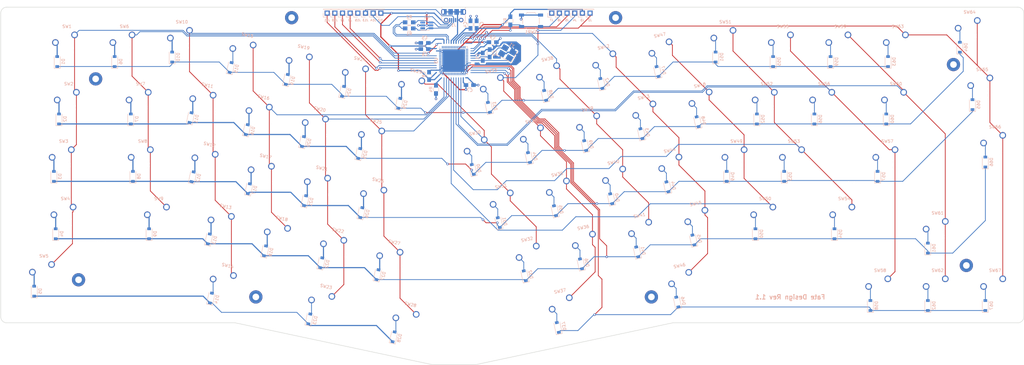
<source format=kicad_pcb>
(kicad_pcb (version 20171130) (host pcbnew 5.1.9-73d0e3b20d~88~ubuntu16.04.1)
  (title_block (rev 1.1))
  (layers (0 F.Cu signal) (31 B.Cu signal) (34 B.Paste user) (35 F.Paste user) (36 B.SilkS user) (37 F.SilkS user) (38 B.Mask user) (39 F.Mask user) (44 Edge.Cuts user))
  (net 0 "")
  (net 1 GND)
  (net 2 XTAL1)
  (net 3 XTAL2)
  (net 4 VCC)
  (net 5 "Net-(C4-Pad1)")
  (net 6 "Net-(D1-Pad2)")
  (net 7 /row0)
  (net 8 /row1)
  (net 9 "Net-(D2-Pad2)")
  (net 10 "Net-(D3-Pad2)")
  (net 11 /row2)
  (net 12 /row3)
  (net 13 "Net-(D4-Pad2)")
  (net 14 "Net-(D5-Pad2)")
  (net 15 /row4)
  (net 16 "Net-(D6-Pad2)")
  (net 17 "Net-(D7-Pad2)")
  (net 18 "Net-(D8-Pad2)")
  (net 19 "Net-(D9-Pad2)")
  (net 20 "Net-(D10-Pad2)")
  (net 21 "Net-(D11-Pad2)")
  (net 22 "Net-(D12-Pad2)")
  (net 23 "Net-(D13-Pad2)")
  (net 24 "Net-(D14-Pad2)")
  (net 25 "Net-(D15-Pad2)")
  (net 26 "Net-(D16-Pad2)")
  (net 27 "Net-(D17-Pad2)")
  (net 28 "Net-(D18-Pad2)")
  (net 29 "Net-(D19-Pad2)")
  (net 30 "Net-(D20-Pad2)")
  (net 31 "Net-(D21-Pad2)")
  (net 32 "Net-(D22-Pad2)")
  (net 33 "Net-(D23-Pad2)")
  (net 34 "Net-(D24-Pad2)")
  (net 35 "Net-(D25-Pad2)")
  (net 36 "Net-(D26-Pad2)")
  (net 37 "Net-(D27-Pad2)")
  (net 38 "Net-(D28-Pad2)")
  (net 39 "Net-(D29-Pad2)")
  (net 40 "Net-(D30-Pad2)")
  (net 41 "Net-(D31-Pad2)")
  (net 42 "Net-(D32-Pad2)")
  (net 43 "Net-(D33-Pad2)")
  (net 44 "Net-(D34-Pad2)")
  (net 45 "Net-(D35-Pad2)")
  (net 46 "Net-(D36-Pad2)")
  (net 47 "Net-(D37-Pad2)")
  (net 48 "Net-(D38-Pad2)")
  (net 49 "Net-(D39-Pad2)")
  (net 50 "Net-(D40-Pad2)")
  (net 51 "Net-(D41-Pad2)")
  (net 52 "Net-(D42-Pad2)")
  (net 53 "Net-(D43-Pad2)")
  (net 54 "Net-(D44-Pad2)")
  (net 55 "Net-(D45-Pad2)")
  (net 56 "Net-(D46-Pad2)")
  (net 57 "Net-(D47-Pad2)")
  (net 58 "Net-(D48-Pad2)")
  (net 59 "Net-(D49-Pad2)")
  (net 60 "Net-(D50-Pad2)")
  (net 61 "Net-(D51-Pad2)")
  (net 62 "Net-(D52-Pad2)")
  (net 63 "Net-(D53-Pad2)")
  (net 64 "Net-(D54-Pad2)")
  (net 65 "Net-(D55-Pad2)")
  (net 66 "Net-(D56-Pad2)")
  (net 67 "Net-(D57-Pad2)")
  (net 68 "Net-(D58-Pad2)")
  (net 69 "Net-(D59-Pad2)")
  (net 70 "Net-(D60-Pad2)")
  (net 71 "Net-(D61-Pad2)")
  (net 72 "Net-(D62-Pad2)")
  (net 73 "Net-(D63-Pad2)")
  (net 74 "Net-(D64-Pad2)")
  (net 75 "Net-(D65-Pad2)")
  (net 76 "Net-(D66-Pad2)")
  (net 77 "Net-(D67-Pad2)")
  (net 78 "Net-(J1-Pad3)")
  (net 79 "Net-(J1-Pad4)")
  (net 80 "Net-(J1-Pad2)")
  (net 81 /MISO)
  (net 82 /SCK)
  (net 83 /MOSI)
  (net 84 /~RES~)
  (net 85 /PF4)
  (net 86 /PF5)
  (net 87 /PF6)
  (net 88 /PF7)
  (net 89 D+)
  (net 90 D-)
  (net 91 "Net-(R4-Pad1)")
  (net 92 /col0)
  (net 93 /col1)
  (net 94 /col2)
  (net 95 /col3)
  (net 96 /col4)
  (net 97 /col5)
  (net 98 /col6)
  (net 99 /col8)
  (net 100 /col9)
  (net 101 /col10)
  (net 102 /col11)
  (net 103 /col12)
  (net 104 /col13)
  (net 105 "Net-(U1-Pad3)")
  (net 106 "Net-(U1-Pad1)")
  (net 107 "Net-(U3-Pad22)")
  (net 108 "Net-(U3-Pad62)")
  (net 109 "Net-(U3-Pad61)")
  (net 110 "Net-(U3-Pad60)")
  (net 111 "Net-(U3-Pad59)")
  (net 112 "Net-(U3-Pad58)")
  (net 113 "Net-(U3-Pad57)")
  (net 114 "Net-(U3-Pad56)")
  (net 115 "Net-(U3-Pad55)")
  (net 116 "Net-(U3-Pad54)")
  (net 117 "Net-(U3-Pad43)")
  (net 118 "Net-(U3-Pad40)")
  (net 119 "Net-(U3-Pad37)")
  (net 120 "Net-(U3-Pad34)")
  (net 121 "Net-(U3-Pad33)")
  (net 122 "Net-(U3-Pad32)")
  (net 123 "Net-(U3-Pad31)")
  (net 124 "Net-(U3-Pad30)")
  (net 125 "Net-(U3-Pad29)")
  (net 126 "Net-(U3-Pad28)")
  (net 127 "Net-(U3-Pad19)")
  (net 128 "Net-(U3-Pad18)")
  (net 129 "Net-(U3-Pad12)")
  (net 130 "Net-(U3-Pad9)")
  (net 131 "Net-(U3-Pad6)")
  (net 132 "Net-(U3-Pad2)")
  (net 133 "Net-(U3-Pad1)")
  (module Diode_SMD:D_SOD-123 (layer B.Cu) (at 351.749949 123.457503 90)
    (fp_text reference D67 (at 0 2 90) (layer B.SilkS) (effects (justify mirror)))
    (fp_text value D)
    (pad 2 smd rect (at 1.65 0 90) (size 0.9 1.2) (layers B.Cu B.Paste B.Mask) (net 77 "Net-(D67-Pad2)"))
    (pad 1 smd rect (at -1.65 0 90) (size 0.9 1.2) (layers B.Cu B.Paste B.Mask) (net 15 /row4))
  )
  (module Diode_SMD:D_SOD-123 (layer B.Cu) (at 351.749949 75.832519 90)
    (fp_text reference D66 (at 0 2 90) (layer B.SilkS) (effects (justify mirror)))
    (fp_text value D)
    (pad 2 smd rect (at 1.65 0 90) (size 0.9 1.2) (layers B.Cu B.Paste B.Mask) (net 76 "Net-(D66-Pad2)"))
    (pad 1 smd rect (at -1.65 0 90) (size 0.9 1.2) (layers B.Cu B.Paste B.Mask) (net 12 /row3))
  )
  (module Diode_SMD:D_SOD-123 (layer B.Cu) (at 347.48 56.782516 90)
    (fp_text reference D65 (at 0 2 90) (layer B.SilkS) (effects (justify mirror)))
    (fp_text value D)
    (pad 2 smd rect (at 1.65 0 90) (size 0.9 1.2) (layers B.Cu B.Paste B.Mask) (net 75 "Net-(D65-Pad2)"))
    (pad 1 smd rect (at -1.65 0 90) (size 0.9 1.2) (layers B.Cu B.Paste B.Mask) (net 11 /row2))
  )
  (module Diode_SMD:D_SOD-123 (layer B.Cu) (at 343.307542 37.732509 90)
    (fp_text reference D64 (at 0 2 90) (layer B.SilkS) (effects (justify mirror)))
    (fp_text value D)
    (pad 2 smd rect (at 1.65 0 90) (size 0.9 1.2) (layers B.Cu B.Paste B.Mask) (net 74 "Net-(D64-Pad2)"))
    (pad 1 smd rect (at -1.65 0 90) (size 0.9 1.2) (layers B.Cu B.Paste B.Mask) (net 8 /row1))
  )
  (module Diode_SMD:D_SOD-123 (layer B.Cu) (at 319.495 42.495 90)
    (fp_text reference D63 (at 0 2 90) (layer B.SilkS) (effects (justify mirror)))
    (fp_text value D)
    (pad 2 smd rect (at 1.65 0 90) (size 0.9 1.2) (layers B.Cu B.Paste B.Mask) (net 73 "Net-(D63-Pad2)"))
    (pad 1 smd rect (at -1.65 0 90) (size 0.9 1.2) (layers B.Cu B.Paste B.Mask) (net 7 /row0))
  )
  (module Diode_SMD:D_SOD-123 (layer B.Cu) (at 332.699949 123.457503 90)
    (fp_text reference D62 (at 0 2 90) (layer B.SilkS) (effects (justify mirror)))
    (fp_text value D)
    (pad 2 smd rect (at 1.65 0 90) (size 0.9 1.2) (layers B.Cu B.Paste B.Mask) (net 72 "Net-(D62-Pad2)"))
    (pad 1 smd rect (at -1.65 0 90) (size 0.9 1.2) (layers B.Cu B.Paste B.Mask) (net 15 /row4))
  )
  (module Diode_SMD:D_SOD-123 (layer B.Cu) (at 332.699949 104.407503 90)
    (fp_text reference D61 (at 0 2 90) (layer B.SilkS) (effects (justify mirror)))
    (fp_text value D)
    (pad 2 smd rect (at 1.65 0 90) (size 0.9 1.2) (layers B.Cu B.Paste B.Mask) (net 71 "Net-(D61-Pad2)"))
    (pad 1 smd rect (at -1.65 0 90) (size 0.9 1.2) (layers B.Cu B.Paste B.Mask) (net 12 /row3))
  )
  (module Diode_SMD:D_SOD-123 (layer B.Cu) (at 318.905 61.545 90)
    (fp_text reference D60 (at 0 2 90) (layer B.SilkS) (effects (justify mirror)))
    (fp_text value D)
    (pad 2 smd rect (at 1.65 0 90) (size 0.9 1.2) (layers B.Cu B.Paste B.Mask) (net 70 "Net-(D60-Pad2)"))
    (pad 1 smd rect (at -1.65 0 90) (size 0.9 1.2) (layers B.Cu B.Paste B.Mask) (net 8 /row1))
  )
  (module Diode_SMD:D_SOD-123 (layer B.Cu) (at 300.445 42.495 90)
    (fp_text reference D59 (at 0 2 90) (layer B.SilkS) (effects (justify mirror)))
    (fp_text value D)
    (pad 2 smd rect (at 1.65 0 90) (size 0.9 1.2) (layers B.Cu B.Paste B.Mask) (net 69 "Net-(D59-Pad2)"))
    (pad 1 smd rect (at -1.65 0 90) (size 0.9 1.2) (layers B.Cu B.Paste B.Mask) (net 7 /row0))
  )
  (module Diode_SMD:D_SOD-123 (layer B.Cu) (at 313.649949 123.457503 90)
    (fp_text reference D58 (at 0 2 90) (layer B.SilkS) (effects (justify mirror)))
    (fp_text value D)
    (pad 2 smd rect (at 1.65 0 90) (size 0.9 1.2) (layers B.Cu B.Paste B.Mask) (net 68 "Net-(D58-Pad2)"))
    (pad 1 smd rect (at -1.65 0 90) (size 0.9 1.2) (layers B.Cu B.Paste B.Mask) (net 15 /row4))
  )
  (module Diode_SMD:D_SOD-123 (layer B.Cu) (at 316.03125 80.595 90)
    (fp_text reference D57 (at 0 2 90) (layer B.SilkS) (effects (justify mirror)))
    (fp_text value D)
    (pad 2 smd rect (at 1.65 0 90) (size 0.9 1.2) (layers B.Cu B.Paste B.Mask) (net 67 "Net-(D57-Pad2)"))
    (pad 1 smd rect (at -1.65 0 90) (size 0.9 1.2) (layers B.Cu B.Paste B.Mask) (net 11 /row2))
  )
  (module Diode_SMD:D_SOD-123 (layer B.Cu) (at 295.085 61.545 90)
    (fp_text reference D56 (at 0 2 90) (layer B.SilkS) (effects (justify mirror)))
    (fp_text value D)
    (pad 2 smd rect (at 1.65 0 90) (size 0.9 1.2) (layers B.Cu B.Paste B.Mask) (net 66 "Net-(D56-Pad2)"))
    (pad 1 smd rect (at -1.65 0 90) (size 0.9 1.2) (layers B.Cu B.Paste B.Mask) (net 8 /row1))
  )
  (module Diode_SMD:D_SOD-123 (layer B.Cu) (at 281.395 42.495 90)
    (fp_text reference D55 (at 0 2 90) (layer B.SilkS) (effects (justify mirror)))
    (fp_text value D)
    (pad 2 smd rect (at 1.65 0 90) (size 0.9 1.2) (layers B.Cu B.Paste B.Mask) (net 65 "Net-(D55-Pad2)"))
    (pad 1 smd rect (at -1.65 0 90) (size 0.9 1.2) (layers B.Cu B.Paste B.Mask) (net 7 /row0))
  )
  (module Diode_SMD:D_SOD-123 (layer B.Cu) (at 301.743769 99.644998 90)
    (fp_text reference D54 (at 0 2 90) (layer B.SilkS) (effects (justify mirror)))
    (fp_text value D)
    (pad 2 smd rect (at 1.65 0 90) (size 0.9 1.2) (layers B.Cu B.Paste B.Mask) (net 64 "Net-(D54-Pad2)"))
    (pad 1 smd rect (at -1.65 0 90) (size 0.9 1.2) (layers B.Cu B.Paste B.Mask) (net 12 /row3))
  )
  (module Diode_SMD:D_SOD-123 (layer B.Cu) (at 285.075 80.595 90)
    (fp_text reference D53 (at 0 2 90) (layer B.SilkS) (effects (justify mirror)))
    (fp_text value D)
    (pad 2 smd rect (at 1.65 0 90) (size 0.9 1.2) (layers B.Cu B.Paste B.Mask) (net 63 "Net-(D53-Pad2)"))
    (pad 1 smd rect (at -1.65 0 90) (size 0.9 1.2) (layers B.Cu B.Paste B.Mask) (net 11 /row2))
  )
  (module Diode_SMD:D_SOD-123 (layer B.Cu) (at 276.035 61.545 90)
    (fp_text reference D52 (at 0 2 90) (layer B.SilkS) (effects (justify mirror)))
    (fp_text value D)
    (pad 2 smd rect (at 1.65 0 90) (size 0.9 1.2) (layers B.Cu B.Paste B.Mask) (net 62 "Net-(D52-Pad2)"))
    (pad 1 smd rect (at -1.65 0 90) (size 0.9 1.2) (layers B.Cu B.Paste B.Mask) (net 8 /row1))
  )
  (module Diode_SMD:D_SOD-123 (layer B.Cu) (at 262.345 40.994615 90)
    (fp_text reference D51 (at 0 2 90) (layer B.SilkS) (effects (justify mirror)))
    (fp_text value D)
    (pad 2 smd rect (at 1.65 0 90) (size 0.9 1.2) (layers B.Cu B.Paste B.Mask) (net 61 "Net-(D51-Pad2)"))
    (pad 1 smd rect (at -1.65 0 90) (size 0.9 1.2) (layers B.Cu B.Paste B.Mask) (net 7 /row0))
  )
  (module Diode_SMD:D_SOD-123 (layer B.Cu) (at 275.550019 99.644998 90)
    (fp_text reference D50 (at 0 2 90) (layer B.SilkS) (effects (justify mirror)))
    (fp_text value D)
    (pad 2 smd rect (at 1.65 0 90) (size 0.9 1.2) (layers B.Cu B.Paste B.Mask) (net 60 "Net-(D50-Pad2)"))
    (pad 1 smd rect (at -1.65 0 90) (size 0.9 1.2) (layers B.Cu B.Paste B.Mask) (net 12 /row3))
  )
  (module Diode_SMD:D_SOD-123 (layer B.Cu) (at 266.025 80.595 90)
    (fp_text reference D49 (at 0 2 90) (layer B.SilkS) (effects (justify mirror)))
    (fp_text value D)
    (pad 2 smd rect (at 1.65 0 90) (size 0.9 1.2) (layers B.Cu B.Paste B.Mask) (net 59 "Net-(D49-Pad2)"))
    (pad 1 smd rect (at -1.65 0 90) (size 0.9 1.2) (layers B.Cu B.Paste B.Mask) (net 11 /row2))
  )
  (module Diode_SMD:D_SOD-123 (layer B.Cu) (at 256.39827 62.456656 102)
    (fp_text reference D48 (at 0 2 102) (layer B.SilkS) (effects (justify mirror)))
    (fp_text value D)
    (pad 2 smd rect (at 1.65 0 102) (size 0.9 1.2) (layers B.Cu B.Paste B.Mask) (net 58 "Net-(D48-Pad2)"))
    (pad 1 smd rect (at -1.65 0 102) (size 0.9 1.2) (layers B.Cu B.Paste B.Mask) (net 8 /row1))
  )
  (module Diode_SMD:D_SOD-123 (layer B.Cu) (at 243.120785 45.803275 102)
    (fp_text reference D47 (at 0 2 102) (layer B.SilkS) (effects (justify mirror)))
    (fp_text value D)
    (pad 2 smd rect (at 1.65 0 102) (size 0.9 1.2) (layers B.Cu B.Paste B.Mask) (net 57 "Net-(D47-Pad2)"))
    (pad 1 smd rect (at -1.65 0 102) (size 0.9 1.2) (layers B.Cu B.Paste B.Mask) (net 7 /row0))
  )
  (module Diode_SMD:D_SOD-123 (layer B.Cu) (at 249.646702 122.318526 102)
    (fp_text reference D46 (at 0 2 102) (layer B.SilkS) (effects (justify mirror)))
    (fp_text value D)
    (pad 2 smd rect (at 1.65 0 102) (size 0.9 1.2) (layers B.Cu B.Paste B.Mask) (net 56 "Net-(D46-Pad2)"))
    (pad 1 smd rect (at -1.65 0 102) (size 0.9 1.2) (layers B.Cu B.Paste B.Mask) (net 15 /row4))
  )
  (module Diode_SMD:D_SOD-123 (layer B.Cu) (at 255.0028 101.704478 102)
    (fp_text reference D45 (at 0 2 102) (layer B.SilkS) (effects (justify mirror)))
    (fp_text value D)
    (pad 2 smd rect (at 1.65 0 102) (size 0.9 1.2) (layers B.Cu B.Paste B.Mask) (net 55 "Net-(D45-Pad2)"))
    (pad 1 smd rect (at -1.65 0 102) (size 0.9 1.2) (layers B.Cu B.Paste B.Mask) (net 12 /row3))
  )
  (module Diode_SMD:D_SOD-123 (layer B.Cu) (at 246.383679 84.060926 102)
    (fp_text reference D44 (at 0 2 102) (layer B.SilkS) (effects (justify mirror)))
    (fp_text value D)
    (pad 2 smd rect (at 1.65 0 102) (size 0.9 1.2) (layers B.Cu B.Paste B.Mask) (net 54 "Net-(D44-Pad2)"))
    (pad 1 smd rect (at -1.65 0 102) (size 0.9 1.2) (layers B.Cu B.Paste B.Mask) (net 11 /row2))
  )
  (module Diode_SMD:D_SOD-123 (layer B.Cu) (at 237.764558 66.417374 102)
    (fp_text reference D43 (at 0 2 102) (layer B.SilkS) (effects (justify mirror)))
    (fp_text value D)
    (pad 2 smd rect (at 1.65 0 102) (size 0.9 1.2) (layers B.Cu B.Paste B.Mask) (net 53 "Net-(D43-Pad2)"))
    (pad 1 smd rect (at -1.65 0 102) (size 0.9 1.2) (layers B.Cu B.Paste B.Mask) (net 8 /row1))
  )
  (module Diode_SMD:D_SOD-123 (layer B.Cu) (at 224.487074 49.763993 102)
    (fp_text reference D42 (at 0 2 102) (layer B.SilkS) (effects (justify mirror)))
    (fp_text value D)
    (pad 2 smd rect (at 1.65 0 102) (size 0.9 1.2) (layers B.Cu B.Paste B.Mask) (net 52 "Net-(D42-Pad2)"))
    (pad 1 smd rect (at -1.65 0 102) (size 0.9 1.2) (layers B.Cu B.Paste B.Mask) (net 7 /row0))
  )
  (module Diode_SMD:D_SOD-123 (layer B.Cu) (at 236.369088 105.665196 102)
    (fp_text reference D41 (at 0 2 102) (layer B.SilkS) (effects (justify mirror)))
    (fp_text value D)
    (pad 2 smd rect (at 1.65 0 102) (size 0.9 1.2) (layers B.Cu B.Paste B.Mask) (net 51 "Net-(D41-Pad2)"))
    (pad 1 smd rect (at -1.65 0 102) (size 0.9 1.2) (layers B.Cu B.Paste B.Mask) (net 12 /row3))
  )
  (module Diode_SMD:D_SOD-123 (layer B.Cu) (at 227.749967 88.021644 102)
    (fp_text reference D40 (at 0 2 102) (layer B.SilkS) (effects (justify mirror)))
    (fp_text value D)
    (pad 2 smd rect (at 1.65 0 102) (size 0.9 1.2) (layers B.Cu B.Paste B.Mask) (net 50 "Net-(D40-Pad2)"))
    (pad 1 smd rect (at -1.65 0 102) (size 0.9 1.2) (layers B.Cu B.Paste B.Mask) (net 11 /row2))
  )
  (module Diode_SMD:D_SOD-123 (layer B.Cu) (at 219.130846 70.378092 102)
    (fp_text reference D39 (at 0 2 102) (layer B.SilkS) (effects (justify mirror)))
    (fp_text value D)
    (pad 2 smd rect (at 1.65 0 102) (size 0.9 1.2) (layers B.Cu B.Paste B.Mask) (net 49 "Net-(D39-Pad2)"))
    (pad 1 smd rect (at -1.65 0 102) (size 0.9 1.2) (layers B.Cu B.Paste B.Mask) (net 8 /row1))
  )
  (module Diode_SMD:D_SOD-123 (layer B.Cu) (at 205.853362 53.72471 102)
    (fp_text reference D38 (at 0 2 102) (layer B.SilkS) (effects (justify mirror)))
    (fp_text value D)
    (pad 2 smd rect (at 1.65 0 102) (size 0.9 1.2) (layers B.Cu B.Paste B.Mask) (net 48 "Net-(D38-Pad2)"))
    (pad 1 smd rect (at -1.65 0 102) (size 0.9 1.2) (layers B.Cu B.Paste B.Mask) (net 7 /row0))
  )
  (module Diode_SMD:D_SOD-123 (layer B.Cu) (at 210.050066 130.735038 102)
    (fp_text reference D37 (at 0 2 102) (layer B.SilkS) (effects (justify mirror)))
    (fp_text value D)
    (pad 2 smd rect (at 1.65 0 102) (size 0.9 1.2) (layers B.Cu B.Paste B.Mask) (net 47 "Net-(D37-Pad2)"))
    (pad 1 smd rect (at -1.65 0 102) (size 0.9 1.2) (layers B.Cu B.Paste B.Mask) (net 15 /row4))
  )
  (module Diode_SMD:D_SOD-123 (layer B.Cu) (at 217.735377 109.625913 102)
    (fp_text reference D36 (at 0 2 102) (layer B.SilkS) (effects (justify mirror)))
    (fp_text value D)
    (pad 2 smd rect (at 1.65 0 102) (size 0.9 1.2) (layers B.Cu B.Paste B.Mask) (net 46 "Net-(D36-Pad2)"))
    (pad 1 smd rect (at -1.65 0 102) (size 0.9 1.2) (layers B.Cu B.Paste B.Mask) (net 12 /row3))
  )
  (module Diode_SMD:D_SOD-123 (layer B.Cu) (at 209.116255 91.982361 102)
    (fp_text reference D35 (at 0 2 102) (layer B.SilkS) (effects (justify mirror)))
    (fp_text value D)
    (pad 2 smd rect (at 1.65 0 102) (size 0.9 1.2) (layers B.Cu B.Paste B.Mask) (net 45 "Net-(D35-Pad2)"))
    (pad 1 smd rect (at -1.65 0 102) (size 0.9 1.2) (layers B.Cu B.Paste B.Mask) (net 11 /row2))
  )
  (module Diode_SMD:D_SOD-123 (layer B.Cu) (at 200.497134 74.338809 102)
    (fp_text reference D34 (at 0 2 102) (layer B.SilkS) (effects (justify mirror)))
    (fp_text value D)
    (pad 2 smd rect (at 1.65 0 102) (size 0.9 1.2) (layers B.Cu B.Paste B.Mask) (net 44 "Net-(D34-Pad2)"))
    (pad 1 smd rect (at -1.65 0 102) (size 0.9 1.2) (layers B.Cu B.Paste B.Mask) (net 8 /row1))
  )
  (module Diode_SMD:D_SOD-123 (layer B.Cu) (at 187.21965 57.685428 102)
    (fp_text reference D33 (at 0 2 102) (layer B.SilkS) (effects (justify mirror)))
    (fp_text value D)
    (pad 2 smd rect (at 1.65 0 102) (size 0.9 1.2) (layers B.Cu B.Paste B.Mask) (net 43 "Net-(D33-Pad2)"))
    (pad 1 smd rect (at -1.65 0 102) (size 0.9 1.2) (layers B.Cu B.Paste B.Mask) (net 7 /row0))
  )
  (module Diode_SMD:D_SOD-123 (layer B.Cu) (at 199.101665 113.586631 102)
    (fp_text reference D32 (at 0 2 102) (layer B.SilkS) (effects (justify mirror)))
    (fp_text value D)
    (pad 2 smd rect (at 1.65 0 102) (size 0.9 1.2) (layers B.Cu B.Paste B.Mask) (net 42 "Net-(D32-Pad2)"))
    (pad 1 smd rect (at -1.65 0 102) (size 0.9 1.2) (layers B.Cu B.Paste B.Mask) (net 12 /row3))
  )
  (module Diode_SMD:D_SOD-123 (layer B.Cu) (at 190.482544 95.943079 102)
    (fp_text reference D31 (at 0 2 102) (layer B.SilkS) (effects (justify mirror)))
    (fp_text value D)
    (pad 2 smd rect (at 1.65 0 102) (size 0.9 1.2) (layers B.Cu B.Paste B.Mask) (net 41 "Net-(D31-Pad2)"))
    (pad 1 smd rect (at -1.65 0 102) (size 0.9 1.2) (layers B.Cu B.Paste B.Mask) (net 11 /row2))
  )
  (module Diode_SMD:D_SOD-123 (layer B.Cu) (at 181.863423 78.299527 102)
    (fp_text reference D30 (at 0 2 102) (layer B.SilkS) (effects (justify mirror)))
    (fp_text value D)
    (pad 2 smd rect (at 1.65 0 102) (size 0.9 1.2) (layers B.Cu B.Paste B.Mask) (net 40 "Net-(D30-Pad2)"))
    (pad 1 smd rect (at -1.65 0 102) (size 0.9 1.2) (layers B.Cu B.Paste B.Mask) (net 8 /row1))
  )
  (module Diode_SMD:D_SOD-123 (layer B.Cu) (at 157.494644 56.345434 78)
    (fp_text reference D29 (at 0 2 78) (layer B.SilkS) (effects (justify mirror)))
    (fp_text value D)
    (pad 2 smd rect (at 1.65 0 78) (size 0.9 1.2) (layers B.Cu B.Paste B.Mask) (net 39 "Net-(D29-Pad2)"))
    (pad 1 smd rect (at -1.65 0 78) (size 0.9 1.2) (layers B.Cu B.Paste B.Mask) (net 7 /row0))
  )
  (module Diode_SMD:D_SOD-123 (layer B.Cu) (at 155.626866 133.850795 78)
    (fp_text reference D28 (at 0 2 78) (layer B.SilkS) (effects (justify mirror)))
    (fp_text value D)
    (pad 2 smd rect (at 1.65 0 78) (size 0.9 1.2) (layers B.Cu B.Paste B.Mask) (net 38 "Net-(D28-Pad2)"))
    (pad 1 smd rect (at -1.65 0 78) (size 0.9 1.2) (layers B.Cu B.Paste B.Mask) (net 15 /row4))
  )
  (module Diode_SMD:D_SOD-123 (layer B.Cu) (at 150.270729 113.236766 78)
    (fp_text reference D27 (at 0 2 78) (layer B.SilkS) (effects (justify mirror)))
    (fp_text value D)
    (pad 2 smd rect (at 1.65 0 78) (size 0.9 1.2) (layers B.Cu B.Paste B.Mask) (net 37 "Net-(D27-Pad2)"))
    (pad 1 smd rect (at -1.65 0 78) (size 0.9 1.2) (layers B.Cu B.Paste B.Mask) (net 12 /row3))
  )
  (module Diode_SMD:D_SOD-123 (layer B.Cu) (at 144.914648 92.622698 78)
    (fp_text reference D26 (at 0 2 78) (layer B.SilkS) (effects (justify mirror)))
    (fp_text value D)
    (pad 2 smd rect (at 1.65 0 78) (size 0.9 1.2) (layers B.Cu B.Paste B.Mask) (net 36 "Net-(D26-Pad2)"))
    (pad 1 smd rect (at -1.65 0 78) (size 0.9 1.2) (layers B.Cu B.Paste B.Mask) (net 11 /row2))
  )
  (module Diode_SMD:D_SOD-123 (layer B.Cu) (at 144.216981 72.998804 78)
    (fp_text reference D25 (at 0 2 78) (layer B.SilkS) (effects (justify mirror)))
    (fp_text value D)
    (pad 2 smd rect (at 1.65 0 78) (size 0.9 1.2) (layers B.Cu B.Paste B.Mask) (net 35 "Net-(D25-Pad2)"))
    (pad 1 smd rect (at -1.65 0 78) (size 0.9 1.2) (layers B.Cu B.Paste B.Mask) (net 8 /row1))
  )
  (module Diode_SMD:D_SOD-123 (layer B.Cu) (at 138.860932 52.384717 78)
    (fp_text reference D24 (at 0 2 78) (layer B.SilkS) (effects (justify mirror)))
    (fp_text value D)
    (pad 2 smd rect (at 1.65 0 78) (size 0.9 1.2) (layers B.Cu B.Paste B.Mask) (net 34 "Net-(D24-Pad2)"))
    (pad 1 smd rect (at -1.65 0 78) (size 0.9 1.2) (layers B.Cu B.Paste B.Mask) (net 7 /row0))
  )
  (module Diode_SMD:D_SOD-123 (layer B.Cu) (at 127.676293 127.909749 78)
    (fp_text reference D23 (at 0 2 78) (layer B.SilkS) (effects (justify mirror)))
    (fp_text value D)
    (pad 2 smd rect (at 1.65 0 78) (size 0.9 1.2) (layers B.Cu B.Paste B.Mask) (net 33 "Net-(D23-Pad2)"))
    (pad 1 smd rect (at -1.65 0 78) (size 0.9 1.2) (layers B.Cu B.Paste B.Mask) (net 15 /row4))
  )
  (module Diode_SMD:D_SOD-123 (layer B.Cu) (at 131.637019 109.276039 78)
    (fp_text reference D22 (at 0 2 78) (layer B.SilkS) (effects (justify mirror)))
    (fp_text value D)
    (pad 2 smd rect (at 1.65 0 78) (size 0.9 1.2) (layers B.Cu B.Paste B.Mask) (net 32 "Net-(D22-Pad2)"))
    (pad 1 smd rect (at -1.65 0 78) (size 0.9 1.2) (layers B.Cu B.Paste B.Mask) (net 12 /row3))
  )
  (module Diode_SMD:D_SOD-123 (layer B.Cu) (at 126.280938 88.661971 78)
    (fp_text reference D21 (at 0 2 78) (layer B.SilkS) (effects (justify mirror)))
    (fp_text value D)
    (pad 2 smd rect (at 1.65 0 78) (size 0.9 1.2) (layers B.Cu B.Paste B.Mask) (net 31 "Net-(D21-Pad2)"))
    (pad 1 smd rect (at -1.65 0 78) (size 0.9 1.2) (layers B.Cu B.Paste B.Mask) (net 11 /row2))
  )
  (module Diode_SMD:D_SOD-123 (layer B.Cu) (at 125.583271 69.038077 78)
    (fp_text reference D20 (at 0 2 78) (layer B.SilkS) (effects (justify mirror)))
    (fp_text value D)
    (pad 2 smd rect (at 1.65 0 78) (size 0.9 1.2) (layers B.Cu B.Paste B.Mask) (net 30 "Net-(D20-Pad2)"))
    (pad 1 smd rect (at -1.65 0 78) (size 0.9 1.2) (layers B.Cu B.Paste B.Mask) (net 8 /row1))
  )
  (module Diode_SMD:D_SOD-123 (layer B.Cu) (at 120.22722 48.423999 78)
    (fp_text reference D19 (at 0 2 78) (layer B.SilkS) (effects (justify mirror)))
    (fp_text value D)
    (pad 2 smd rect (at 1.65 0 78) (size 0.9 1.2) (layers B.Cu B.Paste B.Mask) (net 29 "Net-(D19-Pad2)"))
    (pad 1 smd rect (at -1.65 0 78) (size 0.9 1.2) (layers B.Cu B.Paste B.Mask) (net 7 /row0))
  )
  (module Diode_SMD:D_SOD-123 (layer B.Cu) (at 113.00331 105.315312 78)
    (fp_text reference D18 (at 0 2 78) (layer B.SilkS) (effects (justify mirror)))
    (fp_text value D)
    (pad 2 smd rect (at 1.65 0 78) (size 0.9 1.2) (layers B.Cu B.Paste B.Mask) (net 28 "Net-(D18-Pad2)"))
    (pad 1 smd rect (at -1.65 0 78) (size 0.9 1.2) (layers B.Cu B.Paste B.Mask) (net 12 /row3))
  )
  (module Diode_SMD:D_SOD-123 (layer B.Cu) (at 107.647228 84.701244 78)
    (fp_text reference D17 (at 0 2 78) (layer B.SilkS) (effects (justify mirror)))
    (fp_text value D)
    (pad 2 smd rect (at 1.65 0 78) (size 0.9 1.2) (layers B.Cu B.Paste B.Mask) (net 27 "Net-(D17-Pad2)"))
    (pad 1 smd rect (at -1.65 0 78) (size 0.9 1.2) (layers B.Cu B.Paste B.Mask) (net 11 /row2))
  )
  (module Diode_SMD:D_SOD-123 (layer B.Cu) (at 106.949561 65.07735 78)
    (fp_text reference D16 (at 0 2 78) (layer B.SilkS) (effects (justify mirror)))
    (fp_text value D)
    (pad 2 smd rect (at 1.65 0 78) (size 0.9 1.2) (layers B.Cu B.Paste B.Mask) (net 26 "Net-(D16-Pad2)"))
    (pad 1 smd rect (at -1.65 0 78) (size 0.9 1.2) (layers B.Cu B.Paste B.Mask) (net 8 /row1))
  )
  (module Diode_SMD:D_SOD-123 (layer B.Cu) (at 101.593509 44.463281 78)
    (fp_text reference D15 (at 0 2 78) (layer B.SilkS) (effects (justify mirror)))
    (fp_text value D)
    (pad 2 smd rect (at 1.65 0 78) (size 0.9 1.2) (layers B.Cu B.Paste B.Mask) (net 25 "Net-(D15-Pad2)"))
    (pad 1 smd rect (at -1.65 0 78) (size 0.9 1.2) (layers B.Cu B.Paste B.Mask) (net 7 /row0))
  )
  (module Diode_SMD:D_SOD-123 (layer B.Cu) (at 95.067301 120.978474 78)
    (fp_text reference D14 (at 0 2 78) (layer B.SilkS) (effects (justify mirror)))
    (fp_text value D)
    (pad 2 smd rect (at 1.65 0 78) (size 0.9 1.2) (layers B.Cu B.Paste B.Mask) (net 24 "Net-(D14-Pad2)"))
    (pad 1 smd rect (at -1.65 0 78) (size 0.9 1.2) (layers B.Cu B.Paste B.Mask) (net 15 /row4))
  )
  (module Diode_SMD:D_SOD-123 (layer B.Cu) (at 94.3696 101.354586 78)
    (fp_text reference D13 (at 0 2 78) (layer B.SilkS) (effects (justify mirror)))
    (fp_text value D)
    (pad 2 smd rect (at 1.65 0 78) (size 0.9 1.2) (layers B.Cu B.Paste B.Mask) (net 23 "Net-(D13-Pad2)"))
    (pad 1 smd rect (at -1.65 0 78) (size 0.9 1.2) (layers B.Cu B.Paste B.Mask) (net 12 /row3))
  )
  (module Diode_SMD:D_SOD-123 (layer B.Cu) (at 89.013518 80.740517 78)
    (fp_text reference D12 (at 0 2 78) (layer B.SilkS) (effects (justify mirror)))
    (fp_text value D)
    (pad 2 smd rect (at 1.65 0 78) (size 0.9 1.2) (layers B.Cu B.Paste B.Mask) (net 22 "Net-(D12-Pad2)"))
    (pad 1 smd rect (at -1.65 0 78) (size 0.9 1.2) (layers B.Cu B.Paste B.Mask) (net 11 /row2))
  )
  (module Diode_SMD:D_SOD-123 (layer B.Cu) (at 88.315851 61.116624 78)
    (fp_text reference D11 (at 0 2 78) (layer B.SilkS) (effects (justify mirror)))
    (fp_text value D)
    (pad 2 smd rect (at 1.65 0 78) (size 0.9 1.2) (layers B.Cu B.Paste B.Mask) (net 21 "Net-(D11-Pad2)"))
    (pad 1 smd rect (at -1.65 0 78) (size 0.9 1.2) (layers B.Cu B.Paste B.Mask) (net 8 /row1))
  )
  (module Diode_SMD:D_SOD-123 (layer B.Cu) (at 82.215 40.994615 90)
    (fp_text reference D10 (at 0 2 90) (layer B.SilkS) (effects (justify mirror)))
    (fp_text value D)
    (pad 2 smd rect (at 1.65 0 90) (size 0.9 1.2) (layers B.Cu B.Paste B.Mask) (net 20 "Net-(D10-Pad2)"))
    (pad 1 smd rect (at -1.65 0 90) (size 0.9 1.2) (layers B.Cu B.Paste B.Mask) (net 7 /row0))
  )
  (module Diode_SMD:D_SOD-123 (layer B.Cu) (at 74.575 99.645 90)
    (fp_text reference D9 (at 0 2 90) (layer B.SilkS) (effects (justify mirror)))
    (fp_text value D)
    (pad 2 smd rect (at 1.65 0 90) (size 0.9 1.2) (layers B.Cu B.Paste B.Mask) (net 19 "Net-(D9-Pad2)"))
    (pad 1 smd rect (at -1.65 0 90) (size 0.9 1.2) (layers B.Cu B.Paste B.Mask) (net 12 /row3))
  )
  (module Diode_SMD:D_SOD-123 (layer B.Cu) (at 69.225 80.595 90)
    (fp_text reference D8 (at 0 2 90) (layer B.SilkS) (effects (justify mirror)))
    (fp_text value D)
    (pad 2 smd rect (at 1.65 0 90) (size 0.9 1.2) (layers B.Cu B.Paste B.Mask) (net 18 "Net-(D8-Pad2)"))
    (pad 1 smd rect (at -1.65 0 90) (size 0.9 1.2) (layers B.Cu B.Paste B.Mask) (net 11 /row2))
  )
  (module Diode_SMD:D_SOD-123 (layer B.Cu) (at 68.525 61.545 90)
    (fp_text reference D7 (at 0 2 90) (layer B.SilkS) (effects (justify mirror)))
    (fp_text value D)
    (pad 2 smd rect (at 1.65 0 90) (size 0.9 1.2) (layers B.Cu B.Paste B.Mask) (net 17 "Net-(D7-Pad2)"))
    (pad 1 smd rect (at -1.65 0 90) (size 0.9 1.2) (layers B.Cu B.Paste B.Mask) (net 8 /row1))
  )
  (module Diode_SMD:D_SOD-123 (layer B.Cu) (at 63.165 42.495 90)
    (fp_text reference D6 (at 0 2 90) (layer B.SilkS) (effects (justify mirror)))
    (fp_text value D)
    (pad 2 smd rect (at 1.65 0 90) (size 0.9 1.2) (layers B.Cu B.Paste B.Mask) (net 16 "Net-(D6-Pad2)"))
    (pad 1 smd rect (at -1.65 0 90) (size 0.9 1.2) (layers B.Cu B.Paste B.Mask) (net 7 /row0))
  )
  (module Diode_SMD:D_SOD-123 (layer B.Cu) (at 36.485 118.695 90)
    (fp_text reference D5 (at 0 2 90) (layer B.SilkS) (effects (justify mirror)))
    (fp_text value D)
    (pad 2 smd rect (at 1.65 0 90) (size 0.9 1.2) (layers B.Cu B.Paste B.Mask) (net 14 "Net-(D5-Pad2)"))
    (pad 1 smd rect (at -1.65 0 90) (size 0.9 1.2) (layers B.Cu B.Paste B.Mask) (net 15 /row4))
  )
  (module Diode_SMD:D_SOD-123 (layer B.Cu) (at 43.61875 99.645 90)
    (fp_text reference D4 (at 0 2 90) (layer B.SilkS) (effects (justify mirror)))
    (fp_text value D)
    (pad 2 smd rect (at 1.65 0 90) (size 0.9 1.2) (layers B.Cu B.Paste B.Mask) (net 13 "Net-(D4-Pad2)"))
    (pad 1 smd rect (at -1.65 0 90) (size 0.9 1.2) (layers B.Cu B.Paste B.Mask) (net 12 /row3))
  )
  (module Diode_SMD:D_SOD-123 (layer B.Cu) (at 43.03125 80.595 90)
    (fp_text reference D3 (at 0 2 90) (layer B.SilkS) (effects (justify mirror)))
    (fp_text value D)
    (pad 2 smd rect (at 1.65 0 90) (size 0.9 1.2) (layers B.Cu B.Paste B.Mask) (net 10 "Net-(D3-Pad2)"))
    (pad 1 smd rect (at -1.65 0 90) (size 0.9 1.2) (layers B.Cu B.Paste B.Mask) (net 11 /row2))
  )
  (module Diode_SMD:D_SOD-123 (layer B.Cu) (at 44.715 61.545 90)
    (fp_text reference D2 (at 0 2 90) (layer B.SilkS) (effects (justify mirror)))
    (fp_text value D)
    (pad 2 smd rect (at 1.65 0 90) (size 0.9 1.2) (layers B.Cu B.Paste B.Mask) (net 9 "Net-(D2-Pad2)"))
    (pad 1 smd rect (at -1.65 0 90) (size 0.9 1.2) (layers B.Cu B.Paste B.Mask) (net 8 /row1))
  )
  (module Diode_SMD:D_SOD-123 (layer B.Cu) (at 44.115 42.495 90)
    (fp_text reference D1 (at 0 2 90) (layer B.SilkS) (effects (justify mirror)))
    (fp_text value D)
    (pad 2 smd rect (at 1.65 0 90) (size 0.9 1.2) (layers B.Cu B.Paste B.Mask) (net 6 "Net-(D1-Pad2)"))
    (pad 1 smd rect (at -1.65 0 90) (size 0.9 1.2) (layers B.Cu B.Paste B.Mask) (net 7 /row0))
  )
  (module Package_DFN_QFN:QFN-64-1EP_9x9mm_P0.5mm_EP7.5x7.5mm (layer B.Cu) (at 175.514 42.164 270)
    (fp_text reference U3 (at 0 5.8 90) (layer B.SilkS) (effects (justify mirror)))
    (fp_text value AT90USB1286-MU)
    (pad 65 smd rect (at 0 0 270) (size 7.5 7.5) (layers B.Cu B.Mask) (net 107 "Net-(U3-Pad22)"))
    (pad 64 smd custom (at -3.75 4.4125 270) (size 0.179289 0.179289) (layers B.Cu B.Paste B.Mask) (net 4 VCC) (options (clearance outline) (anchor circle)) (primitives (gr_poly (pts (xy -0.0625 0.375) (xy 0.0625 0.375) (xy 0.0625 -0.375) (xy 0.000888 -0.375) (xy -0.0625 -0.311612)) (width 0.125))))
    (pad 63 smd roundrect (at -3.25 4.4125 270) (size 0.25 0.875) (layers B.Cu B.Paste B.Mask) (net 107 "Net-(U3-Pad22)"))
    (pad 62 smd roundrect (at -2.75 4.4125 270) (size 0.25 0.875) (layers B.Cu B.Paste B.Mask) (net 108 "Net-(U3-Pad62)"))
    (pad 61 smd roundrect (at -2.25 4.4125 270) (size 0.25 0.875) (layers B.Cu B.Paste B.Mask) (net 109 "Net-(U3-Pad61)"))
    (pad 60 smd roundrect (at -1.75 4.4125 270) (size 0.25 0.875) (layers B.Cu B.Paste B.Mask) (net 110 "Net-(U3-Pad60)"))
    (pad 59 smd roundrect (at -1.25 4.4125 270) (size 0.25 0.875) (layers B.Cu B.Paste B.Mask) (net 111 "Net-(U3-Pad59)"))
    (pad 58 smd roundrect (at -0.75 4.4125 270) (size 0.25 0.875) (layers B.Cu B.Paste B.Mask) (net 112 "Net-(U3-Pad58)"))
    (pad 57 smd roundrect (at -0.25 4.4125 270) (size 0.25 0.875) (layers B.Cu B.Paste B.Mask) (net 113 "Net-(U3-Pad57)"))
    (pad 56 smd roundrect (at 0.25 4.4125 270) (size 0.25 0.875) (layers B.Cu B.Paste B.Mask) (net 114 "Net-(U3-Pad56)"))
    (pad 55 smd roundrect (at 0.75 4.4125 270) (size 0.25 0.875) (layers B.Cu B.Paste B.Mask) (net 115 "Net-(U3-Pad55)"))
    (pad 54 smd roundrect (at 1.25 4.4125 270) (size 0.25 0.875) (layers B.Cu B.Paste B.Mask) (net 116 "Net-(U3-Pad54)"))
    (pad 53 smd roundrect (at 1.75 4.4125 270) (size 0.25 0.875) (layers B.Cu B.Paste B.Mask) (net 107 "Net-(U3-Pad22)"))
    (pad 52 smd roundrect (at 2.25 4.4125 270) (size 0.25 0.875) (layers B.Cu B.Paste B.Mask) (net 4 VCC))
    (pad 51 smd roundrect (at 2.75 4.4125 270) (size 0.25 0.875) (layers B.Cu B.Paste B.Mask) (net 99 /col8))
    (pad 50 smd roundrect (at 3.25 4.4125 270) (size 0.25 0.875) (layers B.Cu B.Paste B.Mask) (net 82 /SCK))
    (pad 49 smd custom (at 3.75 4.4125 270) (size 0.179289 0.179289) (layers B.Cu B.Paste B.Mask) (net 83 /MOSI) (options (clearance outline) (anchor circle)) (primitives (gr_poly (pts (xy -0.0625 0.375) (xy 0.0625 0.375) (xy 0.0625 -0.311612) (xy -0.000888 -0.375) (xy -0.0625 -0.375)) (width 0.125))))
    (pad 48 smd custom (at 4.4125 3.75 270) (size 0.179289 0.179289) (layers B.Cu B.Paste B.Mask) (net 81 /MISO) (options (clearance outline) (anchor circle)) (primitives (gr_poly (pts (xy -0.375 -0.000888) (xy -0.311612 0.0625) (xy 0.375 0.0625) (xy 0.375 -0.0625) (xy -0.375 -0.0625)) (width 0.125))))
    (pad 47 smd roundrect (at 4.4125 3.25 270) (size 0.875 0.25) (layers B.Cu B.Paste B.Mask) (net 102 /col11))
    (pad 46 smd roundrect (at 4.4125 2.75 270) (size 0.875 0.25) (layers B.Cu B.Paste B.Mask) (net 101 /col10))
    (pad 45 smd roundrect (at 4.4125 2.25 270) (size 0.875 0.25) (layers B.Cu B.Paste B.Mask) (net 97 /col5))
    (pad 44 smd roundrect (at 4.4125 1.75 270) (size 0.875 0.25) (layers B.Cu B.Paste B.Mask) (net 100 /col9))
    (pad 43 smd roundrect (at 4.4125 1.25 270) (size 0.875 0.25) (layers B.Cu B.Paste B.Mask) (net 117 "Net-(U3-Pad43)"))
    (pad 42 smd roundrect (at 4.4125 0.75 270) (size 0.875 0.25) (layers B.Cu B.Paste B.Mask) (net 93 /col1))
    (pad 41 smd roundrect (at 4.4125 0.25 270) (size 0.875 0.25) (layers B.Cu B.Paste B.Mask) (net 92 /col0))
    (pad 40 smd roundrect (at 4.4125 -0.25 270) (size 0.875 0.25) (layers B.Cu B.Paste B.Mask) (net 118 "Net-(U3-Pad40)"))
    (pad 39 smd roundrect (at 4.4125 -0.75 270) (size 0.875 0.25) (layers B.Cu B.Paste B.Mask) (net 94 /col2))
    (pad 38 smd roundrect (at 4.4125 -1.25 270) (size 0.875 0.25) (layers B.Cu B.Paste B.Mask) (net 91 "Net-(R4-Pad1)"))
    (pad 37 smd roundrect (at 4.4125 -1.75 270) (size 0.875 0.25) (layers B.Cu B.Paste B.Mask) (net 119 "Net-(U3-Pad37)"))
    (pad 36 smd roundrect (at 4.4125 -2.25 270) (size 0.875 0.25) (layers B.Cu B.Paste B.Mask) (net 103 /col12))
    (pad 35 smd roundrect (at 4.4125 -2.75 270) (size 0.875 0.25) (layers B.Cu B.Paste B.Mask) (net 104 /col13))
    (pad 34 smd roundrect (at 4.4125 -3.25 270) (size 0.875 0.25) (layers B.Cu B.Paste B.Mask) (net 120 "Net-(U3-Pad34)"))
    (pad 33 smd custom (at 4.4125 -3.75 270) (size 0.179289 0.179289) (layers B.Cu B.Paste B.Mask) (net 121 "Net-(U3-Pad33)") (options (clearance outline) (anchor circle)) (primitives (gr_poly (pts (xy -0.375 0.0625) (xy 0.375 0.0625) (xy 0.375 -0.0625) (xy -0.311612 -0.0625) (xy -0.375 0.000888)) (width 0.125))))
    (pad 32 smd custom (at 3.75 -4.4125 270) (size 0.179289 0.179289) (layers B.Cu B.Paste B.Mask) (net 122 "Net-(U3-Pad32)") (options (clearance outline) (anchor circle)) (primitives (gr_poly (pts (xy -0.0625 0.375) (xy -0.000888 0.375) (xy 0.0625 0.311612) (xy 0.0625 -0.375) (xy -0.0625 -0.375)) (width 0.125))))
    (pad 31 smd roundrect (at 3.25 -4.4125 270) (size 0.25 0.875) (layers B.Cu B.Paste B.Mask) (net 123 "Net-(U3-Pad31)"))
    (pad 30 smd roundrect (at 2.75 -4.4125 270) (size 0.25 0.875) (layers B.Cu B.Paste B.Mask) (net 124 "Net-(U3-Pad30)"))
    (pad 29 smd roundrect (at 2.25 -4.4125 270) (size 0.25 0.875) (layers B.Cu B.Paste B.Mask) (net 125 "Net-(U3-Pad29)"))
    (pad 28 smd roundrect (at 1.75 -4.4125 270) (size 0.25 0.875) (layers B.Cu B.Paste B.Mask) (net 126 "Net-(U3-Pad28)"))
    (pad 27 smd roundrect (at 1.25 -4.4125 270) (size 0.25 0.875) (layers B.Cu B.Paste B.Mask) (net 88 /PF7))
    (pad 26 smd roundrect (at 0.75 -4.4125 270) (size 0.25 0.875) (layers B.Cu B.Paste B.Mask) (net 87 /PF6))
    (pad 25 smd roundrect (at 0.25 -4.4125 270) (size 0.25 0.875) (layers B.Cu B.Paste B.Mask) (net 86 /PF5))
    (pad 24 smd roundrect (at -0.25 -4.4125 270) (size 0.25 0.875) (layers B.Cu B.Paste B.Mask) (net 2 XTAL1))
    (pad 23 smd roundrect (at -0.75 -4.4125 270) (size 0.25 0.875) (layers B.Cu B.Paste B.Mask) (net 3 XTAL2))
    (pad 22 smd roundrect (at -1.25 -4.4125 270) (size 0.25 0.875) (layers B.Cu B.Paste B.Mask) (net 107 "Net-(U3-Pad22)"))
    (pad 21 smd roundrect (at -1.75 -4.4125 270) (size 0.25 0.875) (layers B.Cu B.Paste B.Mask) (net 4 VCC))
    (pad 20 smd roundrect (at -2.25 -4.4125 270) (size 0.25 0.875) (layers B.Cu B.Paste B.Mask) (net 84 /~RES~))
    (pad 19 smd roundrect (at -2.75 -4.4125 270) (size 0.25 0.875) (layers B.Cu B.Paste B.Mask) (net 127 "Net-(U3-Pad19)"))
    (pad 18 smd roundrect (at -3.25 -4.4125 270) (size 0.25 0.875) (layers B.Cu B.Paste B.Mask) (net 128 "Net-(U3-Pad18)"))
    (pad 17 smd custom (at -3.75 -4.4125 270) (size 0.179289 0.179289) (layers B.Cu B.Paste B.Mask) (net 98 /col6) (options (clearance outline) (anchor circle)) (primitives (gr_poly (pts (xy -0.0625 0.311612) (xy 0.000888 0.375) (xy 0.0625 0.375) (xy 0.0625 -0.375) (xy -0.0625 -0.375)) (width 0.125))))
    (pad 16 smd custom (at -4.4125 -3.75 270) (size 0.179289 0.179289) (layers B.Cu B.Paste B.Mask) (net 12 /row3) (options (clearance outline) (anchor circle)) (primitives (gr_poly (pts (xy -0.375 0.0625) (xy 0.375 0.0625) (xy 0.375 0.000888) (xy 0.311612 -0.0625) (xy -0.375 -0.0625)) (width 0.125))))
    (pad 15 smd roundrect (at -4.4125 -3.25 270) (size 0.875 0.25) (layers B.Cu B.Paste B.Mask) (net 11 /row2))
    (pad 14 smd roundrect (at -4.4125 -2.75 270) (size 0.875 0.25) (layers B.Cu B.Paste B.Mask) (net 8 /row1))
    (pad 13 smd roundrect (at -4.4125 -2.25 270) (size 0.875 0.25) (layers B.Cu B.Paste B.Mask) (net 7 /row0))
    (pad 12 smd roundrect (at -4.4125 -1.75 270) (size 0.875 0.25) (layers B.Cu B.Paste B.Mask) (net 129 "Net-(U3-Pad12)"))
    (pad 11 smd roundrect (at -4.4125 -1.25 270) (size 0.875 0.25) (layers B.Cu B.Paste B.Mask) (net 95 /col3))
    (pad 10 smd roundrect (at -4.4125 -0.75 270) (size 0.875 0.25) (layers B.Cu B.Paste B.Mask) (net 96 /col4))
    (pad 9 smd roundrect (at -4.4125 -0.25 270) (size 0.875 0.25) (layers B.Cu B.Paste B.Mask) (net 130 "Net-(U3-Pad9)"))
    (pad 8 smd roundrect (at -4.4125 0.25 270) (size 0.875 0.25) (layers B.Cu B.Paste B.Mask) (net 4 VCC))
    (pad 7 smd roundrect (at -4.4125 0.75 270) (size 0.875 0.25) (layers B.Cu B.Paste B.Mask) (net 5 "Net-(C4-Pad1)"))
    (pad 6 smd roundrect (at -4.4125 1.25 270) (size 0.875 0.25) (layers B.Cu B.Paste B.Mask) (net 131 "Net-(U3-Pad6)"))
    (pad 5 smd roundrect (at -4.4125 1.75 270) (size 0.875 0.25) (layers B.Cu B.Paste B.Mask) (net 89 D+))
    (pad 4 smd roundrect (at -4.4125 2.25 270) (size 0.875 0.25) (layers B.Cu B.Paste B.Mask) (net 90 D-))
    (pad 3 smd roundrect (at -4.4125 2.75 270) (size 0.875 0.25) (layers B.Cu B.Paste B.Mask) (net 4 VCC))
    (pad 2 smd roundrect (at -4.4125 3.25 270) (size 0.875 0.25) (layers B.Cu B.Paste B.Mask) (net 132 "Net-(U3-Pad2)"))
    (pad 1 smd custom (at -4.4125 3.75 270) (size 0.179289 0.179289) (layers B.Cu B.Paste B.Mask) (net 133 "Net-(U3-Pad1)") (options (clearance outline) (anchor circle)) (primitives (gr_poly (pts (xy -0.375 0.0625) (xy 0.311612 0.0625) (xy 0.375 -0.000888) (xy 0.375 -0.0625) (xy -0.375 -0.0625)) (width 0.125))))
  )
  (module MX_Switch:SW_Cherry_MX_2.25u_PCB_ReversedStabilizers (layer F.Cu) (at 297.825 67.295)
    (fp_text reference SW57 (at 21.43125 1.651) (layer B.SilkS))
    (fp_text value SW_Push)
    (pad "" np_thru_hole circle (at 33.33125 16.525) (size 3.05 3.05) (drill 3.05) (layers *.Cu *.Mask))
    (pad "" np_thru_hole circle (at 9.53125 16.525) (size 3.05 3.05) (drill 3.05) (layers *.Cu *.Mask))
    (pad "" np_thru_hole circle (at 9.53125 1.285) (size 4 4) (drill 4) (layers *.Cu *.Mask))
    (pad "" np_thru_hole circle (at 33.33125 1.285) (size 4 4) (drill 4) (layers *.Cu *.Mask))
    (pad "" np_thru_hole circle (at 26.51125 9.525) (size 1.7 1.7) (drill 1.7) (layers *.Cu *.Mask))
    (pad "" np_thru_hole circle (at 16.35125 9.525) (size 1.7 1.7) (drill 1.7) (layers *.Cu *.Mask))
    (pad "" np_thru_hole circle (at 21.43125 9.525) (size 4 4) (drill 4) (layers *.Cu *.Mask))
    (pad 2 thru_hole circle (at 17.62125 6.985) (size 2.2 2.2) (drill 1.5) (layers *.Cu *.Mask) (net 67 "Net-(D57-Pad2)"))
    (pad 1 thru_hole circle (at 23.97125 4.445) (size 2.2 2.2) (drill 1.5) (layers *.Cu *.Mask) (net 103 /col12))
  )
  (module MX_Switch:SW_Cherry_MX_2.75u_PCB_ReversedStabilizers (layer F.Cu) (at 184.817553 122.500669 12)
    (fp_text reference SW37 (at 26.19375 1.651 12) (layer B.SilkS))
    (fp_text value SW_Push)
    (pad "" np_thru_hole circle (at 38.09375 16.525 12) (size 3.05 3.05) (drill 3.05) (layers *.Cu *.Mask))
    (pad "" np_thru_hole circle (at 14.29375 16.525 12) (size 3.05 3.05) (drill 3.05) (layers *.Cu *.Mask))
    (pad "" np_thru_hole circle (at 14.29375 1.285 12) (size 4 4) (drill 4) (layers *.Cu *.Mask))
    (pad "" np_thru_hole circle (at 38.09375 1.285 12) (size 4 4) (drill 4) (layers *.Cu *.Mask))
    (pad "" np_thru_hole circle (at 31.27375 9.525 12) (size 1.7 1.7) (drill 1.7) (layers *.Cu *.Mask))
    (pad "" np_thru_hole circle (at 21.11375 9.525 12) (size 1.7 1.7) (drill 1.7) (layers *.Cu *.Mask))
    (pad "" np_thru_hole circle (at 26.19375 9.525 12) (size 4 4) (drill 4) (layers *.Cu *.Mask))
    (pad 2 thru_hole circle (at 22.38375 6.985 12) (size 2.2 2.2) (drill 1.5) (layers *.Cu *.Mask) (net 47 "Net-(D37-Pad2)"))
    (pad 1 thru_hole circle (at 28.73375 4.445 12) (size 2.2 2.2) (drill 1.5) (layers *.Cu *.Mask) (net 82 /SCK))
  )
  (module MX_Switch:SW_Cherry_MX_2.00u_PCB_ReversedStabilizers (layer F.Cu) (at 114.959436 111.609368 348)
    (fp_text reference SW23 (at 19.05 1.651 348) (layer B.SilkS))
    (fp_text value SW_Push)
    (pad "" np_thru_hole circle (at 30.95 16.525 348) (size 3.05 3.05) (drill 3.05) (layers *.Cu *.Mask))
    (pad "" np_thru_hole circle (at 7.15 16.525 348) (size 3.05 3.05) (drill 3.05) (layers *.Cu *.Mask))
    (pad "" np_thru_hole circle (at 7.15 1.285 348) (size 4 4) (drill 4) (layers *.Cu *.Mask))
    (pad "" np_thru_hole circle (at 30.95 1.285 348) (size 4 4) (drill 4) (layers *.Cu *.Mask))
    (pad "" np_thru_hole circle (at 24.13 9.525 348) (size 1.7 1.7) (drill 1.7) (layers *.Cu *.Mask))
    (pad "" np_thru_hole circle (at 13.97 9.525 348) (size 1.7 1.7) (drill 1.7) (layers *.Cu *.Mask))
    (pad "" np_thru_hole circle (at 19.05 9.525 348) (size 4 4) (drill 4) (layers *.Cu *.Mask))
    (pad 2 thru_hole circle (at 15.24 6.985 348) (size 2.2 2.2) (drill 1.5) (layers *.Cu *.Mask) (net 33 "Net-(D23-Pad2)"))
    (pad 1 thru_hole circle (at 21.59 4.445 348) (size 2.2 2.2) (drill 1.5) (layers *.Cu *.Mask) (net 96 /col4))
  )
  (module MX_Switch:SW_Cherry_MX_2.25u_PCB (layer F.Cu) (at 25.4125 86.345)
    (fp_text reference SW4 (at 21.43125 1.651) (layer B.SilkS))
    (fp_text value SW_Push)
    (pad "" np_thru_hole circle (at 33.33125 2.525) (size 3.05 3.05) (drill 3.05) (layers *.Cu *.Mask))
    (pad "" np_thru_hole circle (at 9.53125 2.525) (size 3.05 3.05) (drill 3.05) (layers *.Cu *.Mask))
    (pad "" np_thru_hole circle (at 9.53125 17.765) (size 4 4) (drill 4) (layers *.Cu *.Mask))
    (pad "" np_thru_hole circle (at 33.33125 17.765) (size 4 4) (drill 4) (layers *.Cu *.Mask))
    (pad "" np_thru_hole circle (at 26.51125 9.525) (size 1.7 1.7) (drill 1.7) (layers *.Cu *.Mask))
    (pad "" np_thru_hole circle (at 16.35125 9.525) (size 1.7 1.7) (drill 1.7) (layers *.Cu *.Mask))
    (pad "" np_thru_hole circle (at 21.43125 9.525) (size 4 4) (drill 4) (layers *.Cu *.Mask))
    (pad 2 thru_hole circle (at 17.62125 6.985) (size 2.2 2.2) (drill 1.5) (layers *.Cu *.Mask) (net 13 "Net-(D4-Pad2)"))
    (pad 1 thru_hole circle (at 23.97125 4.445) (size 2.2 2.2) (drill 1.5) (layers *.Cu *.Mask) (net 92 /col0))
  )
  (module MX_Switch:SW_Cherry_MX_1.75u_PCB (layer F.Cu) (at 29.5875 67.295)
    (fp_text reference SW3 (at 16.66875 1.651) (layer B.SilkS))
    (fp_text value SW_Push)
    (pad "" np_thru_hole circle (at 21.74875 9.525) (size 1.7 1.7) (drill 1.7) (layers *.Cu *.Mask))
    (pad "" np_thru_hole circle (at 11.58875 9.525) (size 1.7 1.7) (drill 1.7) (layers *.Cu *.Mask))
    (pad "" np_thru_hole circle (at 16.66875 9.525) (size 4 4) (drill 4) (layers *.Cu *.Mask))
    (pad 2 thru_hole circle (at 12.85875 6.985) (size 2.2 2.2) (drill 1.5) (layers *.Cu *.Mask) (net 10 "Net-(D3-Pad2)"))
    (pad 1 thru_hole circle (at 19.20875 4.445) (size 2.2 2.2) (drill 1.5) (layers *.Cu *.Mask) (net 92 /col0))
  )
  (module MX_Switch:SW_Cherry_MX_1.75u_PCB (layer F.Cu) (at 288.300019 86.344998)
    (fp_text reference SW54 (at 16.66875 1.651) (layer B.SilkS))
    (fp_text value SW_Push)
    (pad "" np_thru_hole circle (at 21.74875 9.525) (size 1.7 1.7) (drill 1.7) (layers *.Cu *.Mask))
    (pad "" np_thru_hole circle (at 11.58875 9.525) (size 1.7 1.7) (drill 1.7) (layers *.Cu *.Mask))
    (pad "" np_thru_hole circle (at 16.66875 9.525) (size 4 4) (drill 4) (layers *.Cu *.Mask))
    (pad 2 thru_hole circle (at 12.85875 6.985) (size 2.2 2.2) (drill 1.5) (layers *.Cu *.Mask) (net 64 "Net-(D54-Pad2)"))
    (pad 1 thru_hole circle (at 19.20875 4.445) (size 2.2 2.2) (drill 1.5) (layers *.Cu *.Mask) (net 102 /col11))
  )
  (module MX_Switch:SW_Cherry_MX_1.50u_PCB (layer F.Cu) (at 33.6525 48.245)
    (fp_text reference SW2 (at 14.2875 1.651) (layer B.SilkS))
    (fp_text value SW_Push)
    (pad "" np_thru_hole circle (at 19.3675 9.525) (size 1.7 1.7) (drill 1.7) (layers *.Cu *.Mask))
    (pad "" np_thru_hole circle (at 9.2075 9.525) (size 1.7 1.7) (drill 1.7) (layers *.Cu *.Mask))
    (pad "" np_thru_hole circle (at 14.2875 9.525) (size 4 4) (drill 4) (layers *.Cu *.Mask))
    (pad 2 thru_hole circle (at 10.4775 6.985) (size 2.2 2.2) (drill 1.5) (layers *.Cu *.Mask) (net 9 "Net-(D2-Pad2)"))
    (pad 1 thru_hole circle (at 16.8275 4.445) (size 2.2 2.2) (drill 1.5) (layers *.Cu *.Mask) (net 92 /col0))
  )
  (module MX_Switch:SW_Cherry_MX_1.50u_PCB (layer F.Cu) (at 25.4225 105.395)
    (fp_text reference SW5 (at 14.2875 1.651) (layer B.SilkS))
    (fp_text value SW_Push)
    (pad "" np_thru_hole circle (at 19.3675 9.525) (size 1.7 1.7) (drill 1.7) (layers *.Cu *.Mask))
    (pad "" np_thru_hole circle (at 9.2075 9.525) (size 1.7 1.7) (drill 1.7) (layers *.Cu *.Mask))
    (pad "" np_thru_hole circle (at 14.2875 9.525) (size 4 4) (drill 4) (layers *.Cu *.Mask))
    (pad 2 thru_hole circle (at 10.4775 6.985) (size 2.2 2.2) (drill 1.5) (layers *.Cu *.Mask) (net 14 "Net-(D5-Pad2)"))
    (pad 1 thru_hole circle (at 16.8275 4.445) (size 2.2 2.2) (drill 1.5) (layers *.Cu *.Mask) (net 92 /col0))
  )
  (module MX_Switch:SW_Cherry_MX_1.50u_PCB (layer F.Cu) (at 87.008873 105.668295 348)
    (fp_text reference SW14 (at 14.2875 1.651 348) (layer B.SilkS))
    (fp_text value SW_Push)
    (pad "" np_thru_hole circle (at 19.3675 9.525 348) (size 1.7 1.7) (drill 1.7) (layers *.Cu *.Mask))
    (pad "" np_thru_hole circle (at 9.2075 9.525 348) (size 1.7 1.7) (drill 1.7) (layers *.Cu *.Mask))
    (pad "" np_thru_hole circle (at 14.2875 9.525 348) (size 4 4) (drill 4) (layers *.Cu *.Mask))
    (pad 2 thru_hole circle (at 10.4775 6.985 348) (size 2.2 2.2) (drill 1.5) (layers *.Cu *.Mask) (net 24 "Net-(D14-Pad2)"))
    (pad 1 thru_hole circle (at 16.8275 4.445 348) (size 2.2 2.2) (drill 1.5) (layers *.Cu *.Mask) (net 94 /col2))
  )
  (module MX_Switch:SW_Cherry_MX_1.50u_PCB (layer F.Cu) (at 236.060259 111.608708 12)
    (fp_text reference SW46 (at 14.2875 1.651 12) (layer B.SilkS))
    (fp_text value SW_Push)
    (pad "" np_thru_hole circle (at 19.3675 9.525 12) (size 1.7 1.7) (drill 1.7) (layers *.Cu *.Mask))
    (pad "" np_thru_hole circle (at 9.2075 9.525 12) (size 1.7 1.7) (drill 1.7) (layers *.Cu *.Mask))
    (pad "" np_thru_hole circle (at 14.2875 9.525 12) (size 4 4) (drill 4) (layers *.Cu *.Mask))
    (pad 2 thru_hole circle (at 10.4775 6.985 12) (size 2.2 2.2) (drill 1.5) (layers *.Cu *.Mask) (net 56 "Net-(D46-Pad2)"))
    (pad 1 thru_hole circle (at 16.8275 4.445 12) (size 2.2 2.2) (drill 1.5) (layers *.Cu *.Mask) (net 100 /col9))
  )
  (module MX_Switch:SW_Cherry_MX_1.50u_PCB (layer F.Cu) (at 307.8425 48.245)
    (fp_text reference SW60 (at 14.2875 1.651) (layer B.SilkS))
    (fp_text value SW_Push)
    (pad "" np_thru_hole circle (at 19.3675 9.525) (size 1.7 1.7) (drill 1.7) (layers *.Cu *.Mask))
    (pad "" np_thru_hole circle (at 9.2075 9.525) (size 1.7 1.7) (drill 1.7) (layers *.Cu *.Mask))
    (pad "" np_thru_hole circle (at 14.2875 9.525) (size 4 4) (drill 4) (layers *.Cu *.Mask))
    (pad 2 thru_hole circle (at 10.4775 6.985) (size 2.2 2.2) (drill 1.5) (layers *.Cu *.Mask) (net 70 "Net-(D60-Pad2)"))
    (pad 1 thru_hole circle (at 16.8275 4.445) (size 2.2 2.2) (drill 1.5) (layers *.Cu *.Mask) (net 104 /col13))
  )
  (module MX_Switch:SW_Cherry_MX_1.00u_PCB (layer F.Cu) (at 37.815 29.195)
    (fp_text reference SW1 (at 9.525 1.651) (layer B.SilkS))
    (fp_text value SW_Push)
    (pad 1 thru_hole circle (at 12.065 4.445) (size 2.2 2.2) (drill 1.5) (layers *.Cu *.Mask) (net 92 /col0))
    (pad 2 thru_hole circle (at 5.715 6.985) (size 2.2 2.2) (drill 1.5) (layers *.Cu *.Mask) (net 6 "Net-(D1-Pad2)"))
    (pad "" np_thru_hole circle (at 9.525 9.525) (size 4 4) (drill 4) (layers *.Cu *.Mask))
    (pad "" np_thru_hole circle (at 4.445 9.525) (size 1.7 1.7) (drill 1.7) (layers *.Cu *.Mask))
    (pad "" np_thru_hole circle (at 14.605 9.525) (size 1.7 1.7) (drill 1.7) (layers *.Cu *.Mask))
  )
  (module MX_Switch:SW_Cherry_MX_1.00u_PCB (layer F.Cu) (at 56.865 29.195)
    (fp_text reference SW6 (at 9.525 1.651) (layer B.SilkS))
    (fp_text value SW_Push)
    (pad 1 thru_hole circle (at 12.065 4.445) (size 2.2 2.2) (drill 1.5) (layers *.Cu *.Mask) (net 93 /col1))
    (pad 2 thru_hole circle (at 5.715 6.985) (size 2.2 2.2) (drill 1.5) (layers *.Cu *.Mask) (net 16 "Net-(D6-Pad2)"))
    (pad "" np_thru_hole circle (at 9.525 9.525) (size 4 4) (drill 4) (layers *.Cu *.Mask))
    (pad "" np_thru_hole circle (at 4.445 9.525) (size 1.7 1.7) (drill 1.7) (layers *.Cu *.Mask))
    (pad "" np_thru_hole circle (at 14.605 9.525) (size 1.7 1.7) (drill 1.7) (layers *.Cu *.Mask))
  )
  (module MX_Switch:SW_Cherry_MX_1.00u_PCB (layer F.Cu) (at 62.225 48.245)
    (fp_text reference SW7 (at 9.525 1.651) (layer B.SilkS))
    (fp_text value SW_Push)
    (pad 1 thru_hole circle (at 12.065 4.445) (size 2.2 2.2) (drill 1.5) (layers *.Cu *.Mask) (net 93 /col1))
    (pad 2 thru_hole circle (at 5.715 6.985) (size 2.2 2.2) (drill 1.5) (layers *.Cu *.Mask) (net 17 "Net-(D7-Pad2)"))
    (pad "" np_thru_hole circle (at 9.525 9.525) (size 4 4) (drill 4) (layers *.Cu *.Mask))
    (pad "" np_thru_hole circle (at 4.445 9.525) (size 1.7 1.7) (drill 1.7) (layers *.Cu *.Mask))
    (pad "" np_thru_hole circle (at 14.605 9.525) (size 1.7 1.7) (drill 1.7) (layers *.Cu *.Mask))
  )
  (module MX_Switch:SW_Cherry_MX_1.00u_PCB (layer F.Cu) (at 62.925 67.295)
    (fp_text reference SW8 (at 9.525 1.651) (layer B.SilkS))
    (fp_text value SW_Push)
    (pad 1 thru_hole circle (at 12.065 4.445) (size 2.2 2.2) (drill 1.5) (layers *.Cu *.Mask) (net 93 /col1))
    (pad 2 thru_hole circle (at 5.715 6.985) (size 2.2 2.2) (drill 1.5) (layers *.Cu *.Mask) (net 18 "Net-(D8-Pad2)"))
    (pad "" np_thru_hole circle (at 9.525 9.525) (size 4 4) (drill 4) (layers *.Cu *.Mask))
    (pad "" np_thru_hole circle (at 4.445 9.525) (size 1.7 1.7) (drill 1.7) (layers *.Cu *.Mask))
    (pad "" np_thru_hole circle (at 14.605 9.525) (size 1.7 1.7) (drill 1.7) (layers *.Cu *.Mask))
  )
  (module MX_Switch:SW_Cherry_MX_1.00u_PCB (layer F.Cu) (at 68.275 86.345)
    (fp_text reference SW9 (at 9.525 1.651) (layer B.SilkS))
    (fp_text value SW_Push)
    (pad 1 thru_hole circle (at 12.065 4.445) (size 2.2 2.2) (drill 1.5) (layers *.Cu *.Mask) (net 93 /col1))
    (pad 2 thru_hole circle (at 5.715 6.985) (size 2.2 2.2) (drill 1.5) (layers *.Cu *.Mask) (net 19 "Net-(D9-Pad2)"))
    (pad "" np_thru_hole circle (at 9.525 9.525) (size 4 4) (drill 4) (layers *.Cu *.Mask))
    (pad "" np_thru_hole circle (at 4.445 9.525) (size 1.7 1.7) (drill 1.7) (layers *.Cu *.Mask))
    (pad "" np_thru_hole circle (at 14.605 9.525) (size 1.7 1.7) (drill 1.7) (layers *.Cu *.Mask))
  )
  (module MX_Switch:SW_Cherry_MX_1.00u_PCB (layer F.Cu) (at 75.915 27.694615)
    (fp_text reference SW10 (at 9.525 1.651) (layer B.SilkS))
    (fp_text value SW_Push)
    (pad 1 thru_hole circle (at 12.065 4.445) (size 2.2 2.2) (drill 1.5) (layers *.Cu *.Mask) (net 94 /col2))
    (pad 2 thru_hole circle (at 5.715 6.985) (size 2.2 2.2) (drill 1.5) (layers *.Cu *.Mask) (net 20 "Net-(D10-Pad2)"))
    (pad "" np_thru_hole circle (at 9.525 9.525) (size 4 4) (drill 4) (layers *.Cu *.Mask))
    (pad "" np_thru_hole circle (at 4.445 9.525) (size 1.7 1.7) (drill 1.7) (layers *.Cu *.Mask))
    (pad "" np_thru_hole circle (at 14.605 9.525) (size 1.7 1.7) (drill 1.7) (layers *.Cu *.Mask))
  )
  (module MX_Switch:SW_Cherry_MX_1.00u_PCB (layer F.Cu) (at 84.915851 46.796624 348)
    (fp_text reference SW11 (at 9.525 1.651 348) (layer B.SilkS))
    (fp_text value SW_Push)
    (pad 1 thru_hole circle (at 12.065 4.445 348) (size 2.2 2.2) (drill 1.5) (layers *.Cu *.Mask) (net 94 /col2))
    (pad 2 thru_hole circle (at 5.715 6.985 348) (size 2.2 2.2) (drill 1.5) (layers *.Cu *.Mask) (net 21 "Net-(D11-Pad2)"))
    (pad "" np_thru_hole circle (at 9.525 9.525 348) (size 4 4) (drill 4) (layers *.Cu *.Mask))
    (pad "" np_thru_hole circle (at 4.445 9.525 348) (size 1.7 1.7) (drill 1.7) (layers *.Cu *.Mask))
    (pad "" np_thru_hole circle (at 14.605 9.525 348) (size 1.7 1.7) (drill 1.7) (layers *.Cu *.Mask))
  )
  (module MX_Switch:SW_Cherry_MX_1.00u_PCB (layer F.Cu) (at 85.613518 66.420517 348)
    (fp_text reference SW12 (at 9.525 1.651 348) (layer B.SilkS))
    (fp_text value SW_Push)
    (pad 1 thru_hole circle (at 12.065 4.445 348) (size 2.2 2.2) (drill 1.5) (layers *.Cu *.Mask) (net 94 /col2))
    (pad 2 thru_hole circle (at 5.715 6.985 348) (size 2.2 2.2) (drill 1.5) (layers *.Cu *.Mask) (net 22 "Net-(D12-Pad2)"))
    (pad "" np_thru_hole circle (at 9.525 9.525 348) (size 4 4) (drill 4) (layers *.Cu *.Mask))
    (pad "" np_thru_hole circle (at 4.445 9.525 348) (size 1.7 1.7) (drill 1.7) (layers *.Cu *.Mask))
    (pad "" np_thru_hole circle (at 14.605 9.525 348) (size 1.7 1.7) (drill 1.7) (layers *.Cu *.Mask))
  )
  (module MX_Switch:SW_Cherry_MX_1.00u_PCB (layer F.Cu) (at 90.9696 87.034586 348)
    (fp_text reference SW13 (at 9.525 1.651 348) (layer B.SilkS))
    (fp_text value SW_Push)
    (pad 1 thru_hole circle (at 12.065 4.445 348) (size 2.2 2.2) (drill 1.5) (layers *.Cu *.Mask) (net 94 /col2))
    (pad 2 thru_hole circle (at 5.715 6.985 348) (size 2.2 2.2) (drill 1.5) (layers *.Cu *.Mask) (net 23 "Net-(D13-Pad2)"))
    (pad "" np_thru_hole circle (at 9.525 9.525 348) (size 4 4) (drill 4) (layers *.Cu *.Mask))
    (pad "" np_thru_hole circle (at 4.445 9.525 348) (size 1.7 1.7) (drill 1.7) (layers *.Cu *.Mask))
    (pad "" np_thru_hole circle (at 14.605 9.525 348) (size 1.7 1.7) (drill 1.7) (layers *.Cu *.Mask))
  )
  (module MX_Switch:SW_Cherry_MX_1.00u_PCB (layer F.Cu) (at 98.193509 30.143281 348)
    (fp_text reference SW15 (at 9.525 1.651 348) (layer B.SilkS))
    (fp_text value SW_Push)
    (pad 1 thru_hole circle (at 12.065 4.445 348) (size 2.2 2.2) (drill 1.5) (layers *.Cu *.Mask) (net 95 /col3))
    (pad 2 thru_hole circle (at 5.715 6.985 348) (size 2.2 2.2) (drill 1.5) (layers *.Cu *.Mask) (net 25 "Net-(D15-Pad2)"))
    (pad "" np_thru_hole circle (at 9.525 9.525 348) (size 4 4) (drill 4) (layers *.Cu *.Mask))
    (pad "" np_thru_hole circle (at 4.445 9.525 348) (size 1.7 1.7) (drill 1.7) (layers *.Cu *.Mask))
    (pad "" np_thru_hole circle (at 14.605 9.525 348) (size 1.7 1.7) (drill 1.7) (layers *.Cu *.Mask))
  )
  (module MX_Switch:SW_Cherry_MX_1.00u_PCB (layer F.Cu) (at 103.549561 50.75735 348)
    (fp_text reference SW16 (at 9.525 1.651 348) (layer B.SilkS))
    (fp_text value SW_Push)
    (pad 1 thru_hole circle (at 12.065 4.445 348) (size 2.2 2.2) (drill 1.5) (layers *.Cu *.Mask) (net 95 /col3))
    (pad 2 thru_hole circle (at 5.715 6.985 348) (size 2.2 2.2) (drill 1.5) (layers *.Cu *.Mask) (net 26 "Net-(D16-Pad2)"))
    (pad "" np_thru_hole circle (at 9.525 9.525 348) (size 4 4) (drill 4) (layers *.Cu *.Mask))
    (pad "" np_thru_hole circle (at 4.445 9.525 348) (size 1.7 1.7) (drill 1.7) (layers *.Cu *.Mask))
    (pad "" np_thru_hole circle (at 14.605 9.525 348) (size 1.7 1.7) (drill 1.7) (layers *.Cu *.Mask))
  )
  (module MX_Switch:SW_Cherry_MX_1.00u_PCB (layer F.Cu) (at 104.247228 70.381244 348)
    (fp_text reference SW17 (at 9.525 1.651 348) (layer B.SilkS))
    (fp_text value SW_Push)
    (pad 1 thru_hole circle (at 12.065 4.445 348) (size 2.2 2.2) (drill 1.5) (layers *.Cu *.Mask) (net 95 /col3))
    (pad 2 thru_hole circle (at 5.715 6.985 348) (size 2.2 2.2) (drill 1.5) (layers *.Cu *.Mask) (net 27 "Net-(D17-Pad2)"))
    (pad "" np_thru_hole circle (at 9.525 9.525 348) (size 4 4) (drill 4) (layers *.Cu *.Mask))
    (pad "" np_thru_hole circle (at 4.445 9.525 348) (size 1.7 1.7) (drill 1.7) (layers *.Cu *.Mask))
    (pad "" np_thru_hole circle (at 14.605 9.525 348) (size 1.7 1.7) (drill 1.7) (layers *.Cu *.Mask))
  )
  (module MX_Switch:SW_Cherry_MX_1.00u_PCB (layer F.Cu) (at 109.60331 90.995312 348)
    (fp_text reference SW18 (at 9.525 1.651 348) (layer B.SilkS))
    (fp_text value SW_Push)
    (pad 1 thru_hole circle (at 12.065 4.445 348) (size 2.2 2.2) (drill 1.5) (layers *.Cu *.Mask) (net 95 /col3))
    (pad 2 thru_hole circle (at 5.715 6.985 348) (size 2.2 2.2) (drill 1.5) (layers *.Cu *.Mask) (net 28 "Net-(D18-Pad2)"))
    (pad "" np_thru_hole circle (at 9.525 9.525 348) (size 4 4) (drill 4) (layers *.Cu *.Mask))
    (pad "" np_thru_hole circle (at 4.445 9.525 348) (size 1.7 1.7) (drill 1.7) (layers *.Cu *.Mask))
    (pad "" np_thru_hole circle (at 14.605 9.525 348) (size 1.7 1.7) (drill 1.7) (layers *.Cu *.Mask))
  )
  (module MX_Switch:SW_Cherry_MX_1.00u_PCB (layer F.Cu) (at 116.82722 34.103999 348)
    (fp_text reference SW19 (at 9.525 1.651 348) (layer B.SilkS))
    (fp_text value SW_Push)
    (pad 1 thru_hole circle (at 12.065 4.445 348) (size 2.2 2.2) (drill 1.5) (layers *.Cu *.Mask) (net 96 /col4))
    (pad 2 thru_hole circle (at 5.715 6.985 348) (size 2.2 2.2) (drill 1.5) (layers *.Cu *.Mask) (net 29 "Net-(D19-Pad2)"))
    (pad "" np_thru_hole circle (at 9.525 9.525 348) (size 4 4) (drill 4) (layers *.Cu *.Mask))
    (pad "" np_thru_hole circle (at 4.445 9.525 348) (size 1.7 1.7) (drill 1.7) (layers *.Cu *.Mask))
    (pad "" np_thru_hole circle (at 14.605 9.525 348) (size 1.7 1.7) (drill 1.7) (layers *.Cu *.Mask))
  )
  (module MX_Switch:SW_Cherry_MX_1.00u_PCB (layer F.Cu) (at 122.183271 54.718077 348)
    (fp_text reference SW20 (at 9.525 1.651 348) (layer B.SilkS))
    (fp_text value SW_Push)
    (pad 1 thru_hole circle (at 12.065 4.445 348) (size 2.2 2.2) (drill 1.5) (layers *.Cu *.Mask) (net 96 /col4))
    (pad 2 thru_hole circle (at 5.715 6.985 348) (size 2.2 2.2) (drill 1.5) (layers *.Cu *.Mask) (net 30 "Net-(D20-Pad2)"))
    (pad "" np_thru_hole circle (at 9.525 9.525 348) (size 4 4) (drill 4) (layers *.Cu *.Mask))
    (pad "" np_thru_hole circle (at 4.445 9.525 348) (size 1.7 1.7) (drill 1.7) (layers *.Cu *.Mask))
    (pad "" np_thru_hole circle (at 14.605 9.525 348) (size 1.7 1.7) (drill 1.7) (layers *.Cu *.Mask))
  )
  (module MX_Switch:SW_Cherry_MX_1.00u_PCB (layer F.Cu) (at 122.880938 74.341971 348)
    (fp_text reference SW21 (at 9.525 1.651 348) (layer B.SilkS))
    (fp_text value SW_Push)
    (pad 1 thru_hole circle (at 12.065 4.445 348) (size 2.2 2.2) (drill 1.5) (layers *.Cu *.Mask) (net 96 /col4))
    (pad 2 thru_hole circle (at 5.715 6.985 348) (size 2.2 2.2) (drill 1.5) (layers *.Cu *.Mask) (net 31 "Net-(D21-Pad2)"))
    (pad "" np_thru_hole circle (at 9.525 9.525 348) (size 4 4) (drill 4) (layers *.Cu *.Mask))
    (pad "" np_thru_hole circle (at 4.445 9.525 348) (size 1.7 1.7) (drill 1.7) (layers *.Cu *.Mask))
    (pad "" np_thru_hole circle (at 14.605 9.525 348) (size 1.7 1.7) (drill 1.7) (layers *.Cu *.Mask))
  )
  (module MX_Switch:SW_Cherry_MX_1.00u_PCB (layer F.Cu) (at 128.237019 94.956039 348)
    (fp_text reference SW22 (at 9.525 1.651 348) (layer B.SilkS))
    (fp_text value SW_Push)
    (pad 1 thru_hole circle (at 12.065 4.445 348) (size 2.2 2.2) (drill 1.5) (layers *.Cu *.Mask) (net 96 /col4))
    (pad 2 thru_hole circle (at 5.715 6.985 348) (size 2.2 2.2) (drill 1.5) (layers *.Cu *.Mask) (net 32 "Net-(D22-Pad2)"))
    (pad "" np_thru_hole circle (at 9.525 9.525 348) (size 4 4) (drill 4) (layers *.Cu *.Mask))
    (pad "" np_thru_hole circle (at 4.445 9.525 348) (size 1.7 1.7) (drill 1.7) (layers *.Cu *.Mask))
    (pad "" np_thru_hole circle (at 14.605 9.525 348) (size 1.7 1.7) (drill 1.7) (layers *.Cu *.Mask))
  )
  (module MX_Switch:SW_Cherry_MX_1.00u_PCB (layer F.Cu) (at 135.460932 38.064717 348)
    (fp_text reference SW24 (at 9.525 1.651 348) (layer B.SilkS))
    (fp_text value SW_Push)
    (pad 1 thru_hole circle (at 12.065 4.445 348) (size 2.2 2.2) (drill 1.5) (layers *.Cu *.Mask) (net 97 /col5))
    (pad 2 thru_hole circle (at 5.715 6.985 348) (size 2.2 2.2) (drill 1.5) (layers *.Cu *.Mask) (net 34 "Net-(D24-Pad2)"))
    (pad "" np_thru_hole circle (at 9.525 9.525 348) (size 4 4) (drill 4) (layers *.Cu *.Mask))
    (pad "" np_thru_hole circle (at 4.445 9.525 348) (size 1.7 1.7) (drill 1.7) (layers *.Cu *.Mask))
    (pad "" np_thru_hole circle (at 14.605 9.525 348) (size 1.7 1.7) (drill 1.7) (layers *.Cu *.Mask))
  )
  (module MX_Switch:SW_Cherry_MX_1.00u_PCB (layer F.Cu) (at 140.816981 58.678804 348)
    (fp_text reference SW25 (at 9.525 1.651 348) (layer B.SilkS))
    (fp_text value SW_Push)
    (pad 1 thru_hole circle (at 12.065 4.445 348) (size 2.2 2.2) (drill 1.5) (layers *.Cu *.Mask) (net 97 /col5))
    (pad 2 thru_hole circle (at 5.715 6.985 348) (size 2.2 2.2) (drill 1.5) (layers *.Cu *.Mask) (net 35 "Net-(D25-Pad2)"))
    (pad "" np_thru_hole circle (at 9.525 9.525 348) (size 4 4) (drill 4) (layers *.Cu *.Mask))
    (pad "" np_thru_hole circle (at 4.445 9.525 348) (size 1.7 1.7) (drill 1.7) (layers *.Cu *.Mask))
    (pad "" np_thru_hole circle (at 14.605 9.525 348) (size 1.7 1.7) (drill 1.7) (layers *.Cu *.Mask))
  )
  (module MX_Switch:SW_Cherry_MX_1.00u_PCB (layer F.Cu) (at 141.514648 78.302698 348)
    (fp_text reference SW26 (at 9.525 1.651 348) (layer B.SilkS))
    (fp_text value SW_Push)
    (pad 1 thru_hole circle (at 12.065 4.445 348) (size 2.2 2.2) (drill 1.5) (layers *.Cu *.Mask) (net 97 /col5))
    (pad 2 thru_hole circle (at 5.715 6.985 348) (size 2.2 2.2) (drill 1.5) (layers *.Cu *.Mask) (net 36 "Net-(D26-Pad2)"))
    (pad "" np_thru_hole circle (at 9.525 9.525 348) (size 4 4) (drill 4) (layers *.Cu *.Mask))
    (pad "" np_thru_hole circle (at 4.445 9.525 348) (size 1.7 1.7) (drill 1.7) (layers *.Cu *.Mask))
    (pad "" np_thru_hole circle (at 14.605 9.525 348) (size 1.7 1.7) (drill 1.7) (layers *.Cu *.Mask))
  )
  (module MX_Switch:SW_Cherry_MX_1.00u_PCB (layer F.Cu) (at 146.870729 98.916766 348)
    (fp_text reference SW27 (at 9.525 1.651 348) (layer B.SilkS))
    (fp_text value SW_Push)
    (pad 1 thru_hole circle (at 12.065 4.445 348) (size 2.2 2.2) (drill 1.5) (layers *.Cu *.Mask) (net 97 /col5))
    (pad 2 thru_hole circle (at 5.715 6.985 348) (size 2.2 2.2) (drill 1.5) (layers *.Cu *.Mask) (net 37 "Net-(D27-Pad2)"))
    (pad "" np_thru_hole circle (at 9.525 9.525 348) (size 4 4) (drill 4) (layers *.Cu *.Mask))
    (pad "" np_thru_hole circle (at 4.445 9.525 348) (size 1.7 1.7) (drill 1.7) (layers *.Cu *.Mask))
    (pad "" np_thru_hole circle (at 14.605 9.525 348) (size 1.7 1.7) (drill 1.7) (layers *.Cu *.Mask))
  )
  (module MX_Switch:SW_Cherry_MX_1.00u_PCB (layer F.Cu) (at 152.226866 119.530795 348)
    (fp_text reference SW28 (at 9.525 1.651 348) (layer B.SilkS))
    (fp_text value SW_Push)
    (pad 1 thru_hole circle (at 12.065 4.445 348) (size 2.2 2.2) (drill 1.5) (layers *.Cu *.Mask) (net 97 /col5))
    (pad 2 thru_hole circle (at 5.715 6.985 348) (size 2.2 2.2) (drill 1.5) (layers *.Cu *.Mask) (net 38 "Net-(D28-Pad2)"))
    (pad "" np_thru_hole circle (at 9.525 9.525 348) (size 4 4) (drill 4) (layers *.Cu *.Mask))
    (pad "" np_thru_hole circle (at 4.445 9.525 348) (size 1.7 1.7) (drill 1.7) (layers *.Cu *.Mask))
    (pad "" np_thru_hole circle (at 14.605 9.525 348) (size 1.7 1.7) (drill 1.7) (layers *.Cu *.Mask))
  )
  (module MX_Switch:SW_Cherry_MX_1.00u_PCB (layer F.Cu) (at 154.094644 42.025434 348)
    (fp_text reference SW29 (at 9.525 1.651 348) (layer B.SilkS))
    (fp_text value SW_Push)
    (pad 1 thru_hole circle (at 12.065 4.445 348) (size 2.2 2.2) (drill 1.5) (layers *.Cu *.Mask) (net 98 /col6))
    (pad 2 thru_hole circle (at 5.715 6.985 348) (size 2.2 2.2) (drill 1.5) (layers *.Cu *.Mask) (net 39 "Net-(D29-Pad2)"))
    (pad "" np_thru_hole circle (at 9.525 9.525 348) (size 4 4) (drill 4) (layers *.Cu *.Mask))
    (pad "" np_thru_hole circle (at 4.445 9.525 348) (size 1.7 1.7) (drill 1.7) (layers *.Cu *.Mask))
    (pad "" np_thru_hole circle (at 14.605 9.525 348) (size 1.7 1.7) (drill 1.7) (layers *.Cu *.Mask))
  )
  (module MX_Switch:SW_Cherry_MX_1.00u_PCB (layer F.Cu) (at 172.935423 66.599527 12)
    (fp_text reference SW30 (at 9.525 1.651 12) (layer B.SilkS))
    (fp_text value SW_Push)
    (pad 1 thru_hole circle (at 12.065 4.445 12) (size 2.2 2.2) (drill 1.5) (layers *.Cu *.Mask) (net 98 /col6))
    (pad 2 thru_hole circle (at 5.715 6.985 12) (size 2.2 2.2) (drill 1.5) (layers *.Cu *.Mask) (net 40 "Net-(D30-Pad2)"))
    (pad "" np_thru_hole circle (at 9.525 9.525 12) (size 4 4) (drill 4) (layers *.Cu *.Mask))
    (pad "" np_thru_hole circle (at 4.445 9.525 12) (size 1.7 1.7) (drill 1.7) (layers *.Cu *.Mask))
    (pad "" np_thru_hole circle (at 14.605 9.525 12) (size 1.7 1.7) (drill 1.7) (layers *.Cu *.Mask))
  )
  (module MX_Switch:SW_Cherry_MX_1.00u_PCB (layer F.Cu) (at 181.554544 84.243079 12)
    (fp_text reference SW31 (at 9.525 1.651 12) (layer B.SilkS))
    (fp_text value SW_Push)
    (pad 1 thru_hole circle (at 12.065 4.445 12) (size 2.2 2.2) (drill 1.5) (layers *.Cu *.Mask) (net 98 /col6))
    (pad 2 thru_hole circle (at 5.715 6.985 12) (size 2.2 2.2) (drill 1.5) (layers *.Cu *.Mask) (net 41 "Net-(D31-Pad2)"))
    (pad "" np_thru_hole circle (at 9.525 9.525 12) (size 4 4) (drill 4) (layers *.Cu *.Mask))
    (pad "" np_thru_hole circle (at 4.445 9.525 12) (size 1.7 1.7) (drill 1.7) (layers *.Cu *.Mask))
    (pad "" np_thru_hole circle (at 14.605 9.525 12) (size 1.7 1.7) (drill 1.7) (layers *.Cu *.Mask))
  )
  (module MX_Switch:SW_Cherry_MX_1.00u_PCB (layer F.Cu) (at 190.173665 101.886631 12)
    (fp_text reference SW32 (at 9.525 1.651 12) (layer B.SilkS))
    (fp_text value SW_Push)
    (pad 1 thru_hole circle (at 12.065 4.445 12) (size 2.2 2.2) (drill 1.5) (layers *.Cu *.Mask) (net 98 /col6))
    (pad 2 thru_hole circle (at 5.715 6.985 12) (size 2.2 2.2) (drill 1.5) (layers *.Cu *.Mask) (net 42 "Net-(D32-Pad2)"))
    (pad "" np_thru_hole circle (at 9.525 9.525 12) (size 4 4) (drill 4) (layers *.Cu *.Mask))
    (pad "" np_thru_hole circle (at 4.445 9.525 12) (size 1.7 1.7) (drill 1.7) (layers *.Cu *.Mask))
    (pad "" np_thru_hole circle (at 14.605 9.525 12) (size 1.7 1.7) (drill 1.7) (layers *.Cu *.Mask))
  )
  (module MX_Switch:SW_Cherry_MX_1.00u_PCB (layer F.Cu) (at 178.29165 45.985428 12)
    (fp_text reference SW33 (at 9.525 1.651 12) (layer B.SilkS))
    (fp_text value SW_Push)
    (pad 1 thru_hole circle (at 12.065 4.445 12) (size 2.2 2.2) (drill 1.5) (layers *.Cu *.Mask) (net 82 /SCK))
    (pad 2 thru_hole circle (at 5.715 6.985 12) (size 2.2 2.2) (drill 1.5) (layers *.Cu *.Mask) (net 43 "Net-(D33-Pad2)"))
    (pad "" np_thru_hole circle (at 9.525 9.525 12) (size 4 4) (drill 4) (layers *.Cu *.Mask))
    (pad "" np_thru_hole circle (at 4.445 9.525 12) (size 1.7 1.7) (drill 1.7) (layers *.Cu *.Mask))
    (pad "" np_thru_hole circle (at 14.605 9.525 12) (size 1.7 1.7) (drill 1.7) (layers *.Cu *.Mask))
  )
  (module MX_Switch:SW_Cherry_MX_1.00u_PCB (layer F.Cu) (at 191.569134 62.638809 12)
    (fp_text reference SW34 (at 9.525 1.651 12) (layer B.SilkS))
    (fp_text value SW_Push)
    (pad 1 thru_hole circle (at 12.065 4.445 12) (size 2.2 2.2) (drill 1.5) (layers *.Cu *.Mask) (net 82 /SCK))
    (pad 2 thru_hole circle (at 5.715 6.985 12) (size 2.2 2.2) (drill 1.5) (layers *.Cu *.Mask) (net 44 "Net-(D34-Pad2)"))
    (pad "" np_thru_hole circle (at 9.525 9.525 12) (size 4 4) (drill 4) (layers *.Cu *.Mask))
    (pad "" np_thru_hole circle (at 4.445 9.525 12) (size 1.7 1.7) (drill 1.7) (layers *.Cu *.Mask))
    (pad "" np_thru_hole circle (at 14.605 9.525 12) (size 1.7 1.7) (drill 1.7) (layers *.Cu *.Mask))
  )
  (module MX_Switch:SW_Cherry_MX_1.00u_PCB (layer F.Cu) (at 200.188255 80.282361 12)
    (fp_text reference SW35 (at 9.525 1.651 12) (layer B.SilkS))
    (fp_text value SW_Push)
    (pad 1 thru_hole circle (at 12.065 4.445 12) (size 2.2 2.2) (drill 1.5) (layers *.Cu *.Mask) (net 82 /SCK))
    (pad 2 thru_hole circle (at 5.715 6.985 12) (size 2.2 2.2) (drill 1.5) (layers *.Cu *.Mask) (net 45 "Net-(D35-Pad2)"))
    (pad "" np_thru_hole circle (at 9.525 9.525 12) (size 4 4) (drill 4) (layers *.Cu *.Mask))
    (pad "" np_thru_hole circle (at 4.445 9.525 12) (size 1.7 1.7) (drill 1.7) (layers *.Cu *.Mask))
    (pad "" np_thru_hole circle (at 14.605 9.525 12) (size 1.7 1.7) (drill 1.7) (layers *.Cu *.Mask))
  )
  (module MX_Switch:SW_Cherry_MX_1.00u_PCB (layer F.Cu) (at 208.807377 97.925913 12)
    (fp_text reference SW36 (at 9.525 1.651 12) (layer B.SilkS))
    (fp_text value SW_Push)
    (pad 1 thru_hole circle (at 12.065 4.445 12) (size 2.2 2.2) (drill 1.5) (layers *.Cu *.Mask) (net 82 /SCK))
    (pad 2 thru_hole circle (at 5.715 6.985 12) (size 2.2 2.2) (drill 1.5) (layers *.Cu *.Mask) (net 46 "Net-(D36-Pad2)"))
    (pad "" np_thru_hole circle (at 9.525 9.525 12) (size 4 4) (drill 4) (layers *.Cu *.Mask))
    (pad "" np_thru_hole circle (at 4.445 9.525 12) (size 1.7 1.7) (drill 1.7) (layers *.Cu *.Mask))
    (pad "" np_thru_hole circle (at 14.605 9.525 12) (size 1.7 1.7) (drill 1.7) (layers *.Cu *.Mask))
  )
  (module MX_Switch:SW_Cherry_MX_1.00u_PCB (layer F.Cu) (at 196.925362 42.02471 12)
    (fp_text reference SW38 (at 9.525 1.651 12) (layer B.SilkS))
    (fp_text value SW_Push)
    (pad 1 thru_hole circle (at 12.065 4.445 12) (size 2.2 2.2) (drill 1.5) (layers *.Cu *.Mask) (net 99 /col8))
    (pad 2 thru_hole circle (at 5.715 6.985 12) (size 2.2 2.2) (drill 1.5) (layers *.Cu *.Mask) (net 48 "Net-(D38-Pad2)"))
    (pad "" np_thru_hole circle (at 9.525 9.525 12) (size 4 4) (drill 4) (layers *.Cu *.Mask))
    (pad "" np_thru_hole circle (at 4.445 9.525 12) (size 1.7 1.7) (drill 1.7) (layers *.Cu *.Mask))
    (pad "" np_thru_hole circle (at 14.605 9.525 12) (size 1.7 1.7) (drill 1.7) (layers *.Cu *.Mask))
  )
  (module MX_Switch:SW_Cherry_MX_1.00u_PCB (layer F.Cu) (at 210.202846 58.678092 12)
    (fp_text reference SW39 (at 9.525 1.651 12) (layer B.SilkS))
    (fp_text value SW_Push)
    (pad 1 thru_hole circle (at 12.065 4.445 12) (size 2.2 2.2) (drill 1.5) (layers *.Cu *.Mask) (net 99 /col8))
    (pad 2 thru_hole circle (at 5.715 6.985 12) (size 2.2 2.2) (drill 1.5) (layers *.Cu *.Mask) (net 49 "Net-(D39-Pad2)"))
    (pad "" np_thru_hole circle (at 9.525 9.525 12) (size 4 4) (drill 4) (layers *.Cu *.Mask))
    (pad "" np_thru_hole circle (at 4.445 9.525 12) (size 1.7 1.7) (drill 1.7) (layers *.Cu *.Mask))
    (pad "" np_thru_hole circle (at 14.605 9.525 12) (size 1.7 1.7) (drill 1.7) (layers *.Cu *.Mask))
  )
  (module MX_Switch:SW_Cherry_MX_1.00u_PCB (layer F.Cu) (at 218.821967 76.321644 12)
    (fp_text reference SW40 (at 9.525 1.651 12) (layer B.SilkS))
    (fp_text value SW_Push)
    (pad 1 thru_hole circle (at 12.065 4.445 12) (size 2.2 2.2) (drill 1.5) (layers *.Cu *.Mask) (net 99 /col8))
    (pad 2 thru_hole circle (at 5.715 6.985 12) (size 2.2 2.2) (drill 1.5) (layers *.Cu *.Mask) (net 50 "Net-(D40-Pad2)"))
    (pad "" np_thru_hole circle (at 9.525 9.525 12) (size 4 4) (drill 4) (layers *.Cu *.Mask))
    (pad "" np_thru_hole circle (at 4.445 9.525 12) (size 1.7 1.7) (drill 1.7) (layers *.Cu *.Mask))
    (pad "" np_thru_hole circle (at 14.605 9.525 12) (size 1.7 1.7) (drill 1.7) (layers *.Cu *.Mask))
  )
  (module MX_Switch:SW_Cherry_MX_1.00u_PCB (layer F.Cu) (at 227.441088 93.965196 12)
    (fp_text reference SW41 (at 9.525 1.651 12) (layer B.SilkS))
    (fp_text value SW_Push)
    (pad 1 thru_hole circle (at 12.065 4.445 12) (size 2.2 2.2) (drill 1.5) (layers *.Cu *.Mask) (net 99 /col8))
    (pad 2 thru_hole circle (at 5.715 6.985 12) (size 2.2 2.2) (drill 1.5) (layers *.Cu *.Mask) (net 51 "Net-(D41-Pad2)"))
    (pad "" np_thru_hole circle (at 9.525 9.525 12) (size 4 4) (drill 4) (layers *.Cu *.Mask))
    (pad "" np_thru_hole circle (at 4.445 9.525 12) (size 1.7 1.7) (drill 1.7) (layers *.Cu *.Mask))
    (pad "" np_thru_hole circle (at 14.605 9.525 12) (size 1.7 1.7) (drill 1.7) (layers *.Cu *.Mask))
  )
  (module MX_Switch:SW_Cherry_MX_1.00u_PCB (layer F.Cu) (at 215.559074 38.063993 12)
    (fp_text reference SW42 (at 9.525 1.651 12) (layer B.SilkS))
    (fp_text value SW_Push)
    (pad 1 thru_hole circle (at 12.065 4.445 12) (size 2.2 2.2) (drill 1.5) (layers *.Cu *.Mask) (net 100 /col9))
    (pad 2 thru_hole circle (at 5.715 6.985 12) (size 2.2 2.2) (drill 1.5) (layers *.Cu *.Mask) (net 52 "Net-(D42-Pad2)"))
    (pad "" np_thru_hole circle (at 9.525 9.525 12) (size 4 4) (drill 4) (layers *.Cu *.Mask))
    (pad "" np_thru_hole circle (at 4.445 9.525 12) (size 1.7 1.7) (drill 1.7) (layers *.Cu *.Mask))
    (pad "" np_thru_hole circle (at 14.605 9.525 12) (size 1.7 1.7) (drill 1.7) (layers *.Cu *.Mask))
  )
  (module MX_Switch:SW_Cherry_MX_1.00u_PCB (layer F.Cu) (at 228.836558 54.717374 12)
    (fp_text reference SW43 (at 9.525 1.651 12) (layer B.SilkS))
    (fp_text value SW_Push)
    (pad 1 thru_hole circle (at 12.065 4.445 12) (size 2.2 2.2) (drill 1.5) (layers *.Cu *.Mask) (net 100 /col9))
    (pad 2 thru_hole circle (at 5.715 6.985 12) (size 2.2 2.2) (drill 1.5) (layers *.Cu *.Mask) (net 53 "Net-(D43-Pad2)"))
    (pad "" np_thru_hole circle (at 9.525 9.525 12) (size 4 4) (drill 4) (layers *.Cu *.Mask))
    (pad "" np_thru_hole circle (at 4.445 9.525 12) (size 1.7 1.7) (drill 1.7) (layers *.Cu *.Mask))
    (pad "" np_thru_hole circle (at 14.605 9.525 12) (size 1.7 1.7) (drill 1.7) (layers *.Cu *.Mask))
  )
  (module MX_Switch:SW_Cherry_MX_1.00u_PCB (layer F.Cu) (at 237.455679 72.360926 12)
    (fp_text reference SW44 (at 9.525 1.651 12) (layer B.SilkS))
    (fp_text value SW_Push)
    (pad 1 thru_hole circle (at 12.065 4.445 12) (size 2.2 2.2) (drill 1.5) (layers *.Cu *.Mask) (net 100 /col9))
    (pad 2 thru_hole circle (at 5.715 6.985 12) (size 2.2 2.2) (drill 1.5) (layers *.Cu *.Mask) (net 54 "Net-(D44-Pad2)"))
    (pad "" np_thru_hole circle (at 9.525 9.525 12) (size 4 4) (drill 4) (layers *.Cu *.Mask))
    (pad "" np_thru_hole circle (at 4.445 9.525 12) (size 1.7 1.7) (drill 1.7) (layers *.Cu *.Mask))
    (pad "" np_thru_hole circle (at 14.605 9.525 12) (size 1.7 1.7) (drill 1.7) (layers *.Cu *.Mask))
  )
  (module MX_Switch:SW_Cherry_MX_1.00u_PCB (layer F.Cu) (at 246.0748 90.004478 12)
    (fp_text reference SW45 (at 9.525 1.651 12) (layer B.SilkS))
    (fp_text value SW_Push)
    (pad 1 thru_hole circle (at 12.065 4.445 12) (size 2.2 2.2) (drill 1.5) (layers *.Cu *.Mask) (net 100 /col9))
    (pad 2 thru_hole circle (at 5.715 6.985 12) (size 2.2 2.2) (drill 1.5) (layers *.Cu *.Mask) (net 55 "Net-(D45-Pad2)"))
    (pad "" np_thru_hole circle (at 9.525 9.525 12) (size 4 4) (drill 4) (layers *.Cu *.Mask))
    (pad "" np_thru_hole circle (at 4.445 9.525 12) (size 1.7 1.7) (drill 1.7) (layers *.Cu *.Mask))
    (pad "" np_thru_hole circle (at 14.605 9.525 12) (size 1.7 1.7) (drill 1.7) (layers *.Cu *.Mask))
  )
  (module MX_Switch:SW_Cherry_MX_1.00u_PCB (layer F.Cu) (at 234.192785 34.103275 12)
    (fp_text reference SW47 (at 9.525 1.651 12) (layer B.SilkS))
    (fp_text value SW_Push)
    (pad 1 thru_hole circle (at 12.065 4.445 12) (size 2.2 2.2) (drill 1.5) (layers *.Cu *.Mask) (net 101 /col10))
    (pad 2 thru_hole circle (at 5.715 6.985 12) (size 2.2 2.2) (drill 1.5) (layers *.Cu *.Mask) (net 57 "Net-(D47-Pad2)"))
    (pad "" np_thru_hole circle (at 9.525 9.525 12) (size 4 4) (drill 4) (layers *.Cu *.Mask))
    (pad "" np_thru_hole circle (at 4.445 9.525 12) (size 1.7 1.7) (drill 1.7) (layers *.Cu *.Mask))
    (pad "" np_thru_hole circle (at 14.605 9.525 12) (size 1.7 1.7) (drill 1.7) (layers *.Cu *.Mask))
  )
  (module MX_Switch:SW_Cherry_MX_1.00u_PCB (layer F.Cu) (at 247.47027 50.756656 12)
    (fp_text reference SW48 (at 9.525 1.651 12) (layer B.SilkS))
    (fp_text value SW_Push)
    (pad 1 thru_hole circle (at 12.065 4.445 12) (size 2.2 2.2) (drill 1.5) (layers *.Cu *.Mask) (net 101 /col10))
    (pad 2 thru_hole circle (at 5.715 6.985 12) (size 2.2 2.2) (drill 1.5) (layers *.Cu *.Mask) (net 58 "Net-(D48-Pad2)"))
    (pad "" np_thru_hole circle (at 9.525 9.525 12) (size 4 4) (drill 4) (layers *.Cu *.Mask))
    (pad "" np_thru_hole circle (at 4.445 9.525 12) (size 1.7 1.7) (drill 1.7) (layers *.Cu *.Mask))
    (pad "" np_thru_hole circle (at 14.605 9.525 12) (size 1.7 1.7) (drill 1.7) (layers *.Cu *.Mask))
  )
  (module MX_Switch:SW_Cherry_MX_1.00u_PCB (layer F.Cu) (at 259.725 67.295)
    (fp_text reference SW49 (at 9.525 1.651) (layer B.SilkS))
    (fp_text value SW_Push)
    (pad 1 thru_hole circle (at 12.065 4.445) (size 2.2 2.2) (drill 1.5) (layers *.Cu *.Mask) (net 101 /col10))
    (pad 2 thru_hole circle (at 5.715 6.985) (size 2.2 2.2) (drill 1.5) (layers *.Cu *.Mask) (net 59 "Net-(D49-Pad2)"))
    (pad "" np_thru_hole circle (at 9.525 9.525) (size 4 4) (drill 4) (layers *.Cu *.Mask))
    (pad "" np_thru_hole circle (at 4.445 9.525) (size 1.7 1.7) (drill 1.7) (layers *.Cu *.Mask))
    (pad "" np_thru_hole circle (at 14.605 9.525) (size 1.7 1.7) (drill 1.7) (layers *.Cu *.Mask))
  )
  (module MX_Switch:SW_Cherry_MX_1.00u_PCB (layer F.Cu) (at 269.250019 86.344998)
    (fp_text reference SW50 (at 9.525 1.651) (layer B.SilkS))
    (fp_text value SW_Push)
    (pad 1 thru_hole circle (at 12.065 4.445) (size 2.2 2.2) (drill 1.5) (layers *.Cu *.Mask) (net 101 /col10))
    (pad 2 thru_hole circle (at 5.715 6.985) (size 2.2 2.2) (drill 1.5) (layers *.Cu *.Mask) (net 60 "Net-(D50-Pad2)"))
    (pad "" np_thru_hole circle (at 9.525 9.525) (size 4 4) (drill 4) (layers *.Cu *.Mask))
    (pad "" np_thru_hole circle (at 4.445 9.525) (size 1.7 1.7) (drill 1.7) (layers *.Cu *.Mask))
    (pad "" np_thru_hole circle (at 14.605 9.525) (size 1.7 1.7) (drill 1.7) (layers *.Cu *.Mask))
  )
  (module MX_Switch:SW_Cherry_MX_1.00u_PCB (layer F.Cu) (at 256.045 27.694615)
    (fp_text reference SW51 (at 9.525 1.651) (layer B.SilkS))
    (fp_text value SW_Push)
    (pad 1 thru_hole circle (at 12.065 4.445) (size 2.2 2.2) (drill 1.5) (layers *.Cu *.Mask) (net 102 /col11))
    (pad 2 thru_hole circle (at 5.715 6.985) (size 2.2 2.2) (drill 1.5) (layers *.Cu *.Mask) (net 61 "Net-(D51-Pad2)"))
    (pad "" np_thru_hole circle (at 9.525 9.525) (size 4 4) (drill 4) (layers *.Cu *.Mask))
    (pad "" np_thru_hole circle (at 4.445 9.525) (size 1.7 1.7) (drill 1.7) (layers *.Cu *.Mask))
    (pad "" np_thru_hole circle (at 14.605 9.525) (size 1.7 1.7) (drill 1.7) (layers *.Cu *.Mask))
  )
  (module MX_Switch:SW_Cherry_MX_1.00u_PCB (layer F.Cu) (at 269.735 48.245)
    (fp_text reference SW52 (at 9.525 1.651) (layer B.SilkS))
    (fp_text value SW_Push)
    (pad 1 thru_hole circle (at 12.065 4.445) (size 2.2 2.2) (drill 1.5) (layers *.Cu *.Mask) (net 102 /col11))
    (pad 2 thru_hole circle (at 5.715 6.985) (size 2.2 2.2) (drill 1.5) (layers *.Cu *.Mask) (net 62 "Net-(D52-Pad2)"))
    (pad "" np_thru_hole circle (at 9.525 9.525) (size 4 4) (drill 4) (layers *.Cu *.Mask))
    (pad "" np_thru_hole circle (at 4.445 9.525) (size 1.7 1.7) (drill 1.7) (layers *.Cu *.Mask))
    (pad "" np_thru_hole circle (at 14.605 9.525) (size 1.7 1.7) (drill 1.7) (layers *.Cu *.Mask))
  )
  (module MX_Switch:SW_Cherry_MX_1.00u_PCB (layer F.Cu) (at 278.775 67.295)
    (fp_text reference SW53 (at 9.525 1.651) (layer B.SilkS))
    (fp_text value SW_Push)
    (pad 1 thru_hole circle (at 12.065 4.445) (size 2.2 2.2) (drill 1.5) (layers *.Cu *.Mask) (net 102 /col11))
    (pad 2 thru_hole circle (at 5.715 6.985) (size 2.2 2.2) (drill 1.5) (layers *.Cu *.Mask) (net 63 "Net-(D53-Pad2)"))
    (pad "" np_thru_hole circle (at 9.525 9.525) (size 4 4) (drill 4) (layers *.Cu *.Mask))
    (pad "" np_thru_hole circle (at 4.445 9.525) (size 1.7 1.7) (drill 1.7) (layers *.Cu *.Mask))
    (pad "" np_thru_hole circle (at 14.605 9.525) (size 1.7 1.7) (drill 1.7) (layers *.Cu *.Mask))
  )
  (module MX_Switch:SW_Cherry_MX_1.00u_PCB (layer F.Cu) (at 275.095 29.195)
    (fp_text reference SW55 (at 9.525 1.651) (layer B.SilkS))
    (fp_text value SW_Push)
    (pad 1 thru_hole circle (at 12.065 4.445) (size 2.2 2.2) (drill 1.5) (layers *.Cu *.Mask) (net 103 /col12))
    (pad 2 thru_hole circle (at 5.715 6.985) (size 2.2 2.2) (drill 1.5) (layers *.Cu *.Mask) (net 65 "Net-(D55-Pad2)"))
    (pad "" np_thru_hole circle (at 9.525 9.525) (size 4 4) (drill 4) (layers *.Cu *.Mask))
    (pad "" np_thru_hole circle (at 4.445 9.525) (size 1.7 1.7) (drill 1.7) (layers *.Cu *.Mask))
    (pad "" np_thru_hole circle (at 14.605 9.525) (size 1.7 1.7) (drill 1.7) (layers *.Cu *.Mask))
  )
  (module MX_Switch:SW_Cherry_MX_1.00u_PCB (layer F.Cu) (at 288.785 48.245)
    (fp_text reference SW56 (at 9.525 1.651) (layer B.SilkS))
    (fp_text value SW_Push)
    (pad 1 thru_hole circle (at 12.065 4.445) (size 2.2 2.2) (drill 1.5) (layers *.Cu *.Mask) (net 103 /col12))
    (pad 2 thru_hole circle (at 5.715 6.985) (size 2.2 2.2) (drill 1.5) (layers *.Cu *.Mask) (net 66 "Net-(D56-Pad2)"))
    (pad "" np_thru_hole circle (at 9.525 9.525) (size 4 4) (drill 4) (layers *.Cu *.Mask))
    (pad "" np_thru_hole circle (at 4.445 9.525) (size 1.7 1.7) (drill 1.7) (layers *.Cu *.Mask))
    (pad "" np_thru_hole circle (at 14.605 9.525) (size 1.7 1.7) (drill 1.7) (layers *.Cu *.Mask))
  )
  (module MX_Switch:SW_Cherry_MX_1.00u_PCB (layer F.Cu) (at 307.349949 110.157503)
    (fp_text reference SW58 (at 9.525 1.651) (layer B.SilkS))
    (fp_text value SW_Push)
    (pad 1 thru_hole circle (at 12.065 4.445) (size 2.2 2.2) (drill 1.5) (layers *.Cu *.Mask) (net 103 /col12))
    (pad 2 thru_hole circle (at 5.715 6.985) (size 2.2 2.2) (drill 1.5) (layers *.Cu *.Mask) (net 68 "Net-(D58-Pad2)"))
    (pad "" np_thru_hole circle (at 9.525 9.525) (size 4 4) (drill 4) (layers *.Cu *.Mask))
    (pad "" np_thru_hole circle (at 4.445 9.525) (size 1.7 1.7) (drill 1.7) (layers *.Cu *.Mask))
    (pad "" np_thru_hole circle (at 14.605 9.525) (size 1.7 1.7) (drill 1.7) (layers *.Cu *.Mask))
  )
  (module MX_Switch:SW_Cherry_MX_1.00u_PCB (layer F.Cu) (at 294.145 29.195)
    (fp_text reference SW59 (at 9.525 1.651) (layer B.SilkS))
    (fp_text value SW_Push)
    (pad 1 thru_hole circle (at 12.065 4.445) (size 2.2 2.2) (drill 1.5) (layers *.Cu *.Mask) (net 104 /col13))
    (pad 2 thru_hole circle (at 5.715 6.985) (size 2.2 2.2) (drill 1.5) (layers *.Cu *.Mask) (net 69 "Net-(D59-Pad2)"))
    (pad "" np_thru_hole circle (at 9.525 9.525) (size 4 4) (drill 4) (layers *.Cu *.Mask))
    (pad "" np_thru_hole circle (at 4.445 9.525) (size 1.7 1.7) (drill 1.7) (layers *.Cu *.Mask))
    (pad "" np_thru_hole circle (at 14.605 9.525) (size 1.7 1.7) (drill 1.7) (layers *.Cu *.Mask))
  )
  (module MX_Switch:SW_Cherry_MX_1.00u_PCB (layer F.Cu) (at 326.399949 91.107503)
    (fp_text reference SW61 (at 9.525 1.651) (layer B.SilkS))
    (fp_text value SW_Push)
    (pad 1 thru_hole circle (at 12.065 4.445) (size 2.2 2.2) (drill 1.5) (layers *.Cu *.Mask) (net 104 /col13))
    (pad 2 thru_hole circle (at 5.715 6.985) (size 2.2 2.2) (drill 1.5) (layers *.Cu *.Mask) (net 71 "Net-(D61-Pad2)"))
    (pad "" np_thru_hole circle (at 9.525 9.525) (size 4 4) (drill 4) (layers *.Cu *.Mask))
    (pad "" np_thru_hole circle (at 4.445 9.525) (size 1.7 1.7) (drill 1.7) (layers *.Cu *.Mask))
    (pad "" np_thru_hole circle (at 14.605 9.525) (size 1.7 1.7) (drill 1.7) (layers *.Cu *.Mask))
  )
  (module MX_Switch:SW_Cherry_MX_1.00u_PCB (layer F.Cu) (at 326.399949 110.157503)
    (fp_text reference SW62 (at 9.525 1.651) (layer B.SilkS))
    (fp_text value SW_Push)
    (pad 1 thru_hole circle (at 12.065 4.445) (size 2.2 2.2) (drill 1.5) (layers *.Cu *.Mask) (net 104 /col13))
    (pad 2 thru_hole circle (at 5.715 6.985) (size 2.2 2.2) (drill 1.5) (layers *.Cu *.Mask) (net 72 "Net-(D62-Pad2)"))
    (pad "" np_thru_hole circle (at 9.525 9.525) (size 4 4) (drill 4) (layers *.Cu *.Mask))
    (pad "" np_thru_hole circle (at 4.445 9.525) (size 1.7 1.7) (drill 1.7) (layers *.Cu *.Mask))
    (pad "" np_thru_hole circle (at 14.605 9.525) (size 1.7 1.7) (drill 1.7) (layers *.Cu *.Mask))
  )
  (module MX_Switch:SW_Cherry_MX_1.00u_PCB (layer F.Cu) (at 313.195 29.195)
    (fp_text reference SW63 (at 9.525 1.651) (layer B.SilkS))
    (fp_text value SW_Push)
    (pad 1 thru_hole circle (at 12.065 4.445) (size 2.2 2.2) (drill 1.5) (layers *.Cu *.Mask) (net 81 /MISO))
    (pad 2 thru_hole circle (at 5.715 6.985) (size 2.2 2.2) (drill 1.5) (layers *.Cu *.Mask) (net 73 "Net-(D63-Pad2)"))
    (pad "" np_thru_hole circle (at 9.525 9.525) (size 4 4) (drill 4) (layers *.Cu *.Mask))
    (pad "" np_thru_hole circle (at 4.445 9.525) (size 1.7 1.7) (drill 1.7) (layers *.Cu *.Mask))
    (pad "" np_thru_hole circle (at 14.605 9.525) (size 1.7 1.7) (drill 1.7) (layers *.Cu *.Mask))
  )
  (module MX_Switch:SW_Cherry_MX_1.00u_PCB (layer F.Cu) (at 337.007542 24.432509)
    (fp_text reference SW64 (at 9.525 1.651) (layer B.SilkS))
    (fp_text value SW_Push)
    (pad 1 thru_hole circle (at 12.065 4.445) (size 2.2 2.2) (drill 1.5) (layers *.Cu *.Mask) (net 81 /MISO))
    (pad 2 thru_hole circle (at 5.715 6.985) (size 2.2 2.2) (drill 1.5) (layers *.Cu *.Mask) (net 74 "Net-(D64-Pad2)"))
    (pad "" np_thru_hole circle (at 9.525 9.525) (size 4 4) (drill 4) (layers *.Cu *.Mask))
    (pad "" np_thru_hole circle (at 4.445 9.525) (size 1.7 1.7) (drill 1.7) (layers *.Cu *.Mask))
    (pad "" np_thru_hole circle (at 14.605 9.525) (size 1.7 1.7) (drill 1.7) (layers *.Cu *.Mask))
  )
  (module MX_Switch:SW_Cherry_MX_1.00u_PCB (layer F.Cu) (at 341.18 43.482516)
    (fp_text reference SW65 (at 9.525 1.651) (layer B.SilkS))
    (fp_text value SW_Push)
    (pad 1 thru_hole circle (at 12.065 4.445) (size 2.2 2.2) (drill 1.5) (layers *.Cu *.Mask) (net 81 /MISO))
    (pad 2 thru_hole circle (at 5.715 6.985) (size 2.2 2.2) (drill 1.5) (layers *.Cu *.Mask) (net 75 "Net-(D65-Pad2)"))
    (pad "" np_thru_hole circle (at 9.525 9.525) (size 4 4) (drill 4) (layers *.Cu *.Mask))
    (pad "" np_thru_hole circle (at 4.445 9.525) (size 1.7 1.7) (drill 1.7) (layers *.Cu *.Mask))
    (pad "" np_thru_hole circle (at 14.605 9.525) (size 1.7 1.7) (drill 1.7) (layers *.Cu *.Mask))
  )
  (module MX_Switch:SW_Cherry_MX_1.00u_PCB (layer F.Cu) (at 345.449949 62.532519)
    (fp_text reference SW66 (at 9.525 1.651) (layer B.SilkS))
    (fp_text value SW_Push)
    (pad 1 thru_hole circle (at 12.065 4.445) (size 2.2 2.2) (drill 1.5) (layers *.Cu *.Mask) (net 81 /MISO))
    (pad 2 thru_hole circle (at 5.715 6.985) (size 2.2 2.2) (drill 1.5) (layers *.Cu *.Mask) (net 76 "Net-(D66-Pad2)"))
    (pad "" np_thru_hole circle (at 9.525 9.525) (size 4 4) (drill 4) (layers *.Cu *.Mask))
    (pad "" np_thru_hole circle (at 4.445 9.525) (size 1.7 1.7) (drill 1.7) (layers *.Cu *.Mask))
    (pad "" np_thru_hole circle (at 14.605 9.525) (size 1.7 1.7) (drill 1.7) (layers *.Cu *.Mask))
  )
  (module MX_Switch:SW_Cherry_MX_1.00u_PCB (layer F.Cu) (at 345.449949 110.157503)
    (fp_text reference SW67 (at 9.525 1.651) (layer B.SilkS))
    (fp_text value SW_Push)
    (pad 1 thru_hole circle (at 12.065 4.445) (size 2.2 2.2) (drill 1.5) (layers *.Cu *.Mask) (net 81 /MISO))
    (pad 2 thru_hole circle (at 5.715 6.985) (size 2.2 2.2) (drill 1.5) (layers *.Cu *.Mask) (net 77 "Net-(D67-Pad2)"))
    (pad "" np_thru_hole circle (at 9.525 9.525) (size 4 4) (drill 4) (layers *.Cu *.Mask))
    (pad "" np_thru_hole circle (at 4.445 9.525) (size 1.7 1.7) (drill 1.7) (layers *.Cu *.Mask))
    (pad "" np_thru_hole circle (at 14.605 9.525) (size 1.7 1.7) (drill 1.7) (layers *.Cu *.Mask))
  )
  (module Mounting_Holes:MountingHole_2.2mm_M2_Pad (layer F.Cu) (at 241.060266 120.60872)
    (fp_text reference H6)
    (fp_text value MountingHole)
    (pad 1 thru_hole circle (at 0 0) (size 4.4 4.4) (drill 2.2) (layers *.Cu *.Mask))
  )
  (module Mounting_Holes:MountingHole_2.2mm_M2_Pad (layer F.Cu) (at 345.449949 110.157503)
    (fp_text reference H8)
    (fp_text value MountingHole)
    (pad 1 thru_hole circle (at 0 0) (size 4.4 4.4) (drill 2.2) (layers *.Cu *.Mask))
  )
  (module Capacitors_SMD:C_0805_HandSoldering (layer B.Cu) (at 185.166 40.894 270)
    (fp_text reference C1 (at 0 1.75 270) (layer B.SilkS) (effects (justify mirror)))
    (fp_text value 22pF)
    (pad 1 smd rect (at -1.25 0 270) (size 1.5 1.25) (layers B.Cu B.Paste B.Mask) (net 1 GND))
    (pad 2 smd rect (at 1.25 0 270) (size 1.5 1.25) (layers B.Cu B.Paste B.Mask) (net 2 XTAL1))
  )
  (module Capacitors_SMD:C_0805_HandSoldering (layer B.Cu) (at 187.452 39.751 90)
    (fp_text reference C2 (at 0 1.75 90) (layer B.SilkS) (effects (justify mirror)))
    (fp_text value 22pF)
    (pad 1 smd rect (at -1.25 0 90) (size 1.5 1.25) (layers B.Cu B.Paste B.Mask) (net 3 XTAL2))
    (pad 2 smd rect (at 1.25 0 90) (size 1.5 1.25) (layers B.Cu B.Paste B.Mask) (net 1 GND))
  )
  (module Capacitors_SMD:C_0805_HandSoldering (layer B.Cu) (at 183.134 30.226 90)
    (fp_text reference C3 (at 0 1.75 90) (layer B.SilkS) (effects (justify mirror)))
    (fp_text value 10uF)
    (pad 1 smd rect (at -1.25 0 90) (size 1.5 1.25) (layers B.Cu B.Paste B.Mask) (net 4 VCC))
    (pad 2 smd rect (at 1.25 0 90) (size 1.5 1.25) (layers B.Cu B.Paste B.Mask) (net 1 GND))
  )
  (module Capacitors_SMD:C_0805_HandSoldering (layer B.Cu) (at 181.102 30.226 90)
    (fp_text reference C4 (at 0 -1.75 90) (layer B.SilkS) (effects (justify mirror)))
    (fp_text value "1uF (±10%)")
    (pad 1 smd rect (at -1.25 0 90) (size 1.5 1.25) (layers B.Cu B.Paste B.Mask) (net 5 "Net-(C4-Pad1)"))
    (pad 2 smd rect (at 1.25 0 90) (size 1.5 1.25) (layers B.Cu B.Paste B.Mask) (net 1 GND))
  )
  (module Capacitors_SMD:C_0805_HandSoldering (layer B.Cu) (at 165.882 36.322 180)
    (fp_text reference C5 (at 0 1.75 180) (layer B.SilkS) (effects (justify mirror)))
    (fp_text value 1uF)
    (pad 1 smd rect (at -1.25 0 180) (size 1.5 1.25) (layers B.Cu B.Paste B.Mask) (net 4 VCC))
    (pad 2 smd rect (at 1.25 0 180) (size 1.5 1.25) (layers B.Cu B.Paste B.Mask) (net 1 GND))
  )
  (module Capacitors_SMD:C_0805_HandSoldering (layer B.Cu) (at 165.882 38.354 180)
    (fp_text reference C6 (at 0 -1.75 180) (layer B.SilkS) (effects (justify mirror)))
    (fp_text value 0.1uF)
    (pad 1 smd rect (at -1.25 0 180) (size 1.5 1.25) (layers B.Cu B.Paste B.Mask) (net 4 VCC))
    (pad 2 smd rect (at 1.25 0 180) (size 1.5 1.25) (layers B.Cu B.Paste B.Mask) (net 1 GND))
  )
  (module Capacitors_SMD:C_0805_HandSoldering (layer B.Cu) (at 180.848 50.292)
    (fp_text reference C7 (at 0 1.75) (layer B.SilkS) (effects (justify mirror)))
    (fp_text value 0.1uF)
    (pad 1 smd rect (at -1.25 0) (size 1.5 1.25) (layers B.Cu B.Paste B.Mask) (net 4 VCC))
    (pad 2 smd rect (at 1.25 0) (size 1.5 1.25) (layers B.Cu B.Paste B.Mask) (net 1 GND))
  )
  (module Capacitors_SMD:C_0805_HandSoldering (layer B.Cu) (at 167.386 47.244 90)
    (fp_text reference C8 (at 0.5 -1.75 90) (layer B.SilkS) (effects (justify mirror)))
    (fp_text value 0.1uF)
    (pad 1 smd rect (at -1.25 0 90) (size 1.5 1.25) (layers B.Cu B.Paste B.Mask) (net 4 VCC))
    (pad 2 smd rect (at 1.25 0 90) (size 1.5 1.25) (layers B.Cu B.Paste B.Mask) (net 1 GND))
  )
  (module Capacitors_SMD:C_0805_HandSoldering (layer B.Cu) (at 188.448 36.068)
    (fp_text reference C9 (at 0 -1.75) (layer B.SilkS) (effects (justify mirror)))
    (fp_text value 0.1uF)
    (pad 1 smd rect (at -1.25 0) (size 1.5 1.25) (layers B.Cu B.Paste B.Mask) (net 4 VCC))
    (pad 2 smd rect (at 1.25 0) (size 1.5 1.25) (layers B.Cu B.Paste B.Mask) (net 1 GND))
  )
  (module Connectors_USB:USB_Micro-B_Molex-105017-0001 (layer B.Cu) (at 175.509855 26.358)
    (fp_text reference J1 (at 0 4) (layer B.SilkS) (effects (justify mirror)))
    (fp_text value USB_B_Micro)
    (pad 6 smd rect (at 1 -0.35) (size 1.5 1.9) (layers B.Cu B.Paste B.Mask) (net 1 GND))
    (pad 6 thru_hole circle (at -2.5 2.35) (size 1.45 1.45) (drill 0.85) (layers *.Cu *.Mask) (net 1 GND))
    (pad 2 smd rect (at -0.65 2.35) (size 0.4 1.35) (layers B.Cu B.Paste B.Mask) (net 80 "Net-(J1-Pad2)"))
    (pad 1 smd rect (at -1.3 2.35) (size 0.4 1.35) (layers B.Cu B.Paste B.Mask) (net 4 VCC))
    (pad 5 smd rect (at 1.3 2.35) (size 0.4 1.35) (layers B.Cu B.Paste B.Mask) (net 1 GND))
    (pad 4 smd rect (at 0.65 2.35) (size 0.4 1.35) (layers B.Cu B.Paste B.Mask) (net 79 "Net-(J1-Pad4)"))
    (pad 3 smd rect (at 0 2.35) (size 0.4 1.35) (layers B.Cu B.Paste B.Mask) (net 78 "Net-(J1-Pad3)"))
    (pad 6 thru_hole circle (at 2.5 2.35) (size 1.45 1.45) (drill 0.85) (layers *.Cu *.Mask) (net 1 GND))
    (pad 6 smd rect (at -1 -0.35) (size 1.5 1.9) (layers B.Cu B.Paste B.Mask) (net 1 GND))
    (pad 6 thru_hole oval (at -3.5 -0.35 180) (size 1.2 1.9) (drill oval 0.6 1.3) (layers *.Cu *.Mask) (net 1 GND))
    (pad 6 thru_hole oval (at 3.5 -0.35) (size 1.2 1.9) (drill oval 0.6 1.3) (layers *.Cu *.Mask) (net 1 GND))
    (pad 6 smd rect (at 2.9 -0.35) (size 1.2 1.9) (layers B.Cu B.Mask) (net 1 GND))
    (pad 6 smd rect (at -2.9 -0.35) (size 1.2 1.9) (layers B.Cu B.Mask) (net 1 GND))
  )
  (module Pin_Headers:Pin_Header_Straight_1x01_Pitch2.54mm (layer B.Cu) (at 220.726 26.416)
    (fp_text reference J2 (at 0 2.33) (layer B.SilkS) (effects (font (size 0.7 0.7)) (justify mirror)))
    (fp_text value MISO)
    (pad 1 thru_hole rect (at 0 0) (size 1.7 1.7) (drill 1) (layers *.Cu *.Mask) (net 81 /MISO))
  )
  (module Pin_Headers:Pin_Header_Straight_1x01_Pitch2.54mm (layer B.Cu) (at 218.186 26.416)
    (fp_text reference J3 (at 0 2.33) (layer B.SilkS) (effects (font (size 0.7 0.7)) (justify mirror)))
    (fp_text value VCC)
    (pad 1 thru_hole rect (at 0 0) (size 1.7 1.7) (drill 1) (layers *.Cu *.Mask) (net 4 VCC))
  )
  (module Pin_Headers:Pin_Header_Straight_1x01_Pitch2.54mm (layer B.Cu) (at 215.646 26.416)
    (fp_text reference J4 (at 0 2.33) (layer B.SilkS) (effects (font (size 0.7 0.7)) (justify mirror)))
    (fp_text value SCK)
    (pad 1 thru_hole rect (at 0 0) (size 1.7 1.7) (drill 1) (layers *.Cu *.Mask) (net 82 /SCK))
  )
  (module Pin_Headers:Pin_Header_Straight_1x01_Pitch2.54mm (layer B.Cu) (at 213.106 26.416)
    (fp_text reference J5 (at 0 2.33) (layer B.SilkS) (effects (font (size 0.7 0.7)) (justify mirror)))
    (fp_text value MOSI)
    (pad 1 thru_hole rect (at 0 0) (size 1.7 1.7) (drill 1) (layers *.Cu *.Mask) (net 83 /MOSI))
  )
  (module Pin_Headers:Pin_Header_Straight_1x01_Pitch2.54mm (layer B.Cu) (at 210.566 26.416)
    (fp_text reference J6 (at 0 2.33) (layer B.SilkS) (effects (font (size 0.7 0.7)) (justify mirror)))
    (fp_text value RES)
    (pad 1 thru_hole rect (at 0 0) (size 1.7 1.7) (drill 1) (layers *.Cu *.Mask) (net 84 /~RES~))
  )
  (module Pin_Headers:Pin_Header_Straight_1x01_Pitch2.54mm (layer B.Cu) (at 208.026 26.416)
    (fp_text reference J7 (at 0 2.33) (layer B.SilkS) (effects (font (size 0.7 0.7)) (justify mirror)))
    (fp_text value GND)
    (pad 1 thru_hole rect (at 0 0) (size 1.7 1.7) (drill 1) (layers *.Cu *.Mask) (net 1 GND))
  )
  (module Pin_Headers:Pin_Header_Straight_1x01_Pitch2.54mm (layer B.Cu) (at 141.224 26.416)
    (fp_text reference J8 (at 0 2.33) (layer B.SilkS) (effects (font (size 0.7 0.7)) (justify mirror)))
    (fp_text value PF4)
    (pad 1 thru_hole rect (at 0 0) (size 1.7 1.7) (drill 1) (layers *.Cu *.Mask) (net 85 /PF4))
  )
  (module Pin_Headers:Pin_Header_Straight_1x01_Pitch2.54mm (layer B.Cu) (at 138.684 26.416)
    (fp_text reference J9 (at 0 2.33) (layer B.SilkS) (effects (font (size 0.7 0.7)) (justify mirror)))
    (fp_text value PF5)
    (pad 1 thru_hole rect (at 0 0) (size 1.7 1.7) (drill 1) (layers *.Cu *.Mask) (net 86 /PF5))
  )
  (module Pin_Headers:Pin_Header_Straight_1x01_Pitch2.54mm (layer B.Cu) (at 136.144 26.416)
    (fp_text reference J10 (at 0 2.33) (layer B.SilkS) (effects (font (size 0.7 0.7)) (justify mirror)))
    (fp_text value PF6)
    (pad 1 thru_hole rect (at 0 0) (size 1.7 1.7) (drill 1) (layers *.Cu *.Mask) (net 87 /PF6))
  )
  (module Pin_Headers:Pin_Header_Straight_1x01_Pitch2.54mm (layer B.Cu) (at 133.604 26.416)
    (fp_text reference J11 (at 0 2.33) (layer B.SilkS) (effects (font (size 0.7 0.7)) (justify mirror)))
    (fp_text value PF7)
    (pad 1 thru_hole rect (at 0 0) (size 1.7 1.7) (drill 1) (layers *.Cu *.Mask) (net 88 /PF7))
  )
  (module Resistors_SMD:R_0805_HandSoldering (layer B.Cu) (at 160.782 31.496)
    (fp_text reference R1 (at 0 1.75) (layer B.SilkS) (effects (justify mirror)))
    (fp_text value 22)
    (pad 2 smd rect (at 1.35 0) (size 1.5 1.3) (layers B.Cu B.Paste B.Mask) (net 78 "Net-(J1-Pad3)"))
    (pad 1 smd rect (at -1.35 0) (size 1.5 1.3) (layers B.Cu B.Paste B.Mask) (net 89 D+))
  )
  (module Resistors_SMD:R_0805_HandSoldering (layer B.Cu) (at 160.782 29.464)
    (fp_text reference R2 (at 0 -1.75) (layer B.SilkS) (effects (justify mirror)))
    (fp_text value 22)
    (pad 1 smd rect (at -1.35 0) (size 1.5 1.3) (layers B.Cu B.Paste B.Mask) (net 90 D-))
    (pad 2 smd rect (at 1.35 0) (size 1.5 1.3) (layers B.Cu B.Paste B.Mask) (net 80 "Net-(J1-Pad2)"))
  )
  (module Resistors_SMD:R_0805_HandSoldering (layer B.Cu) (at 194.31 28.956 270)
    (fp_text reference R3 (at 0 1.7 270) (layer B.SilkS) (effects (justify mirror)))
    (fp_text value 10K)
    (pad 1 smd rect (at -1.35 0 270) (size 1.5 1.3) (layers B.Cu B.Paste B.Mask) (net 4 VCC))
    (pad 2 smd rect (at 1.35 0 270) (size 1.5 1.3) (layers B.Cu B.Paste B.Mask) (net 84 /~RES~))
  )
  (module Resistors_SMD:R_0805_HandSoldering (layer B.Cu) (at 169.672 51.736 270)
    (fp_text reference R4 (at 0 1.7 270) (layer B.SilkS) (effects (justify mirror)))
    (fp_text value 10K)
    (pad 1 smd rect (at -1.35 0 270) (size 1.5 1.3) (layers B.Cu B.Paste B.Mask) (net 91 "Net-(R4-Pad1)"))
    (pad 2 smd rect (at 1.35 0 270) (size 1.5 1.3) (layers B.Cu B.Paste B.Mask) (net 1 GND))
  )
  (module Buttons_Switches_SMD:SW_SPST_TL3342 (layer B.Cu) (at 201.168 28.956 180)
    (fp_text reference SWR1 (at 0 -3.75 180) (layer B.SilkS) (effects (justify mirror)))
    (fp_text value SW_Push)
    (pad 1 smd rect (at -3.15 1.9 180) (size 1.7 1) (layers B.Cu B.Paste B.Mask) (net 1 GND))
    (pad 1 smd rect (at 3.15 1.9 180) (size 1.7 1) (layers B.Cu B.Paste B.Mask) (net 1 GND))
    (pad 2 smd rect (at -3.15 -1.9 180) (size 1.7 1) (layers B.Cu B.Paste B.Mask) (net 84 /~RES~))
    (pad 2 smd rect (at 3.15 -1.9 180) (size 1.7 1) (layers B.Cu B.Paste B.Mask) (net 84 /~RES~))
  )
  (module Crystals:Crystal_SMD_SeikoEpson_FA238-4pin_3.2x2.5mm_HandSoldering (layer B.Cu) (at 193.294 39.624 150)
    (fp_text reference Y1 (at 0 3 150) (layer B.SilkS) (effects (justify mirror)))
    (fp_text value Crystal_GND24)
    (pad 1 smd rect (at -1.45 -1.1 150) (size 2.1 1.8) (layers B.Cu B.Paste B.Mask) (net 2 XTAL1))
    (pad 2 smd rect (at 1.45 -1.1 150) (size 2.1 1.8) (layers B.Cu B.Paste B.Mask) (net 1 GND))
    (pad 3 smd rect (at 1.45 1.1 150) (size 2.1 1.8) (layers B.Cu B.Paste B.Mask) (net 3 XTAL2))
    (pad 4 smd rect (at -1.45 1.1 150) (size 2.1 1.8) (layers B.Cu B.Paste B.Mask) (net 1 GND))
  )
  (module TO_SOT_Packages_SMD:SOT-23-6_Handsoldering (layer B.Cu) (at 166.624 30.48)
    (fp_text reference U1 (at 0 -2.9) (layer B.SilkS) (effects (justify mirror)))
    (fp_text value USBLC6-2SC6)
    (pad 5 smd rect (at 1.35 0) (size 1.56 0.65) (layers B.Cu B.Paste B.Mask) (net 4 VCC))
    (pad 6 smd rect (at 1.35 0.95) (size 1.56 0.65) (layers B.Cu B.Paste B.Mask) (net 78 "Net-(J1-Pad3)"))
    (pad 4 smd rect (at 1.35 -0.95) (size 1.56 0.65) (layers B.Cu B.Paste B.Mask) (net 80 "Net-(J1-Pad2)"))
    (pad 3 smd rect (at -1.35 -0.95) (size 1.56 0.65) (layers B.Cu B.Paste B.Mask) (net 105 "Net-(U1-Pad3)"))
    (pad 2 smd rect (at -1.35 0) (size 1.56 0.65) (layers B.Cu B.Paste B.Mask) (net 1 GND))
    (pad 1 smd rect (at -1.35 0.95) (size 1.56 0.65) (layers B.Cu B.Paste B.Mask) (net 106 "Net-(U1-Pad1)"))
  )
  (module Pin_Headers:Pin_Header_Straight_1x01_Pitch2.54mm (layer B.Cu) (at 151.384 26.416)
    (fp_text reference J12 (at 0 2.33) (layer B.SilkS) (effects (font (size 0.7 0.7)) (justify mirror)))
    (fp_text value VCC)
    (pad 1 thru_hole rect (at 0 0) (size 1.7 1.7) (drill 1) (layers *.Cu *.Mask) (net 4 VCC))
  )
  (module Pin_Headers:Pin_Header_Straight_1x01_Pitch2.54mm (layer B.Cu) (at 146.304 26.416)
    (fp_text reference J13 (at 0 2.33) (layer B.SilkS) (effects (font (size 0.7 0.7)) (justify mirror)))
    (fp_text value D+)
    (pad 1 thru_hole rect (at 0 0) (size 1.7 1.7) (drill 1) (layers *.Cu *.Mask) (net 78 "Net-(J1-Pad3)"))
  )
  (module Pin_Headers:Pin_Header_Straight_1x01_Pitch2.54mm (layer B.Cu) (at 148.844 26.416)
    (fp_text reference J14 (at 0 2.33) (layer B.SilkS) (effects (font (size 0.7 0.7)) (justify mirror)))
    (fp_text value D-)
    (pad 1 thru_hole rect (at 0 0) (size 1.7 1.7) (drill 1) (layers *.Cu *.Mask) (net 80 "Net-(J1-Pad2)"))
  )
  (module Pin_Headers:Pin_Header_Straight_1x01_Pitch2.54mm (layer B.Cu) (at 143.764 26.416)
    (fp_text reference J15 (at 0 2.33) (layer B.SilkS) (effects (font (size 0.7 0.7)) (justify mirror)))
    (fp_text value GND)
    (pad 1 thru_hole rect (at 0 0) (size 1.7 1.7) (drill 1) (layers *.Cu *.Mask) (net 1 GND))
  )
  (module Mounting_Holes:MountingHole_2.2mm_M2_Pad (layer F.Cu) (at 56.865 48.245)
    (fp_text reference H1 hide)
    (fp_text value MountingHole)
    (pad 1 thru_hole circle (at 0 0) (size 4.4 4.4) (drill 2.2) (layers *.Cu *.Mask))
  )
  (module Mounting_Holes:MountingHole_2.2mm_M2_Pad (layer F.Cu) (at 51.1975 114.92)
    (fp_text reference H2)
    (fp_text value MountingHole)
    (pad 1 thru_hole circle (at 0 0) (size 4.4 4.4) (drill 2.2) (layers *.Cu *.Mask))
  )
  (module Mounting_Holes:MountingHole_2.2mm_M2_Pad (layer F.Cu) (at 121.82722 27.932509)
    (fp_text reference H3)
    (fp_text value MountingHole)
    (pad 1 thru_hole circle (at 0 0) (size 4.4 4.4) (drill 2.2) (layers *.Cu *.Mask))
  )
  (module Mounting_Holes:MountingHole_2.2mm_M2_Pad (layer F.Cu) (at 109.959436 120.609368)
    (fp_text reference H4)
    (fp_text value MountingHole)
    (pad 1 thru_hole circle (at 0 0) (size 4.4 4.4) (drill 2.2) (layers *.Cu *.Mask))
  )
  (module Mounting_Holes:MountingHole_2.2mm_M2_Pad (layer F.Cu) (at 229.192785 27.932509)
    (fp_text reference H5)
    (fp_text value MountingHole)
    (pad 1 thru_hole circle (at 0 0) (size 4.4 4.4) (drill 2.2) (layers *.Cu *.Mask))
  )
  (module Mounting_Holes:MountingHole_2.2mm_M2_Pad (layer F.Cu) (at 341.18 43.482516)
    (fp_text reference H7)
    (fp_text value MountingHole)
    (pad 1 thru_hole circle (at 0 0) (size 4.4 4.4) (drill 2.2) (layers *.Cu *.Mask))
  )
  (gr_text "Fate Design Rev 1.1" (at 287.02 120.65) (layer B.SilkS) (effects (font (size 1.5 1.5) (thickness 0.3)) (justify mirror)))
  (gr_arc (start 362.499949 127.207503) (end 364.499949 127.207503) (angle 90) (layer Edge.Cuts) (width 0.15))
  (gr_arc (start 362.499949 26.432509) (end 364.499949 26.432509) (angle -90) (layer Edge.Cuts) (width 0.15))
  (gr_arc (start 27.4125 26.432509) (end 25.4125 26.432509) (angle 90) (layer Edge.Cuts) (width 0.15))
  (gr_arc (start 27.4125 127.207503) (end 25.4125 127.207503) (angle -90) (layer Edge.Cuts) (width 0.15))
  (gr_line (start 182.63 143.125232) (end 248.11 129.207503) (layer Edge.Cuts) (width 0.15))
  (gr_line (start 168.6 143.125232) (end 182.63 143.125232) (layer Edge.Cuts) (width 0.15))
  (gr_line (start 103.1267 129.207503) (end 168.6 143.125232) (layer Edge.Cuts) (width 0.15))
  (gr_line (start 248.11 129.207503) (end 362.499949 129.207503) (layer Edge.Cuts) (width 0.15))
  (gr_line (start 27.4125 129.207503) (end 103.1267 129.207503) (layer Edge.Cuts) (width 0.15))
  (gr_line (start 27.4125 24.432509) (end 362.499949 24.432509) (layer Edge.Cuts) (width 0.15))
  (gr_line (start 364.499949 26.432509) (end 364.499949 127.207503) (layer Edge.Cuts) (width 0.15))
  (gr_line (start 25.4125 26.432509) (end 25.4125 127.207503) (layer Edge.Cuts) (width 0.15))
  (segment (start 174.714 35.541498) (end 174.714 36.464) (width 0.375) (layer B.Cu) (net 1))
  (segment (start 176.809855 28.708) (end 176.809855 33.445643) (width 0.375) (layer B.Cu) (net 1))
  (segment (start 176.809855 33.445643) (end 174.714 35.541498) (width 0.375) (layer B.Cu) (net 1))
  (segment (start 176.809855 26.308) (end 176.509855 26.008) (width 0.375) (layer B.Cu) (net 1))
  (segment (start 176.809855 28.708) (end 176.809855 26.308) (width 0.375) (layer B.Cu) (net 1))
  (segment (start 174.509855 26.008) (end 176.509855 26.008) (width 0.375) (layer B.Cu) (net 1))
  (segment (start 174.509855 26.008) (end 172.609855 26.008) (width 0.375) (layer B.Cu) (net 1))
  (segment (start 178.409855 26.008) (end 176.509855 26.008) (width 0.375) (layer B.Cu) (net 1))
  (segment (start 176.809855 28.708) (end 178.009855 28.708) (width 0.375) (layer B.Cu) (net 1))
  (segment (start 168.016 45.364) (end 169.814 45.364) (width 0.375) (layer B.Cu) (net 1))
  (segment (start 167.386 45.994) (end 168.016 45.364) (width 0.375) (layer B.Cu) (net 1))
  (segment (start 182.098 49.798) (end 182.098 50.292) (width 0.375) (layer B.Cu) (net 1))
  (segment (start 180.164 47.864) (end 182.098 49.798) (width 0.375) (layer B.Cu) (net 1))
  (segment (start 179.514 47.864) (end 180.164 47.864) (width 0.375) (layer B.Cu) (net 1))
  (segment (start 198.018 27.056) (end 204.318 27.056) (width 0.375) (layer B.Cu) (net 1))
  (via (at 197.866 28.448) (size 0.8) (drill 0.4) (layers F.Cu B.Cu) (net 1))
  (segment (start 198.018 27.056) (end 198.018 28.296) (width 0.375) (layer B.Cu) (net 1))
  (segment (start 198.018 28.296) (end 197.866 28.448) (width 0.375) (layer B.Cu) (net 1))
  (via (at 183.134 27.432) (size 0.8) (drill 0.4) (layers F.Cu B.Cu) (net 1))
  (segment (start 183.134 28.976) (end 183.134 27.432) (width 0.375) (layer B.Cu) (net 1))
  (via (at 181.102 27.432) (size 0.8) (drill 0.4) (layers F.Cu B.Cu) (net 1))
  (segment (start 181.102 28.976) (end 181.102 27.432) (width 0.375) (layer B.Cu) (net 1))
  (via (at 163.83 30.48) (size 0.8) (drill 0.4) (layers F.Cu B.Cu) (net 1))
  (segment (start 165.274 30.48) (end 163.83 30.48) (width 0.375) (layer B.Cu) (net 1))
  (via (at 169.672 54.864) (size 0.8) (drill 0.4) (layers F.Cu B.Cu) (net 1))
  (segment (start 169.672 53.086) (end 169.672 54.864) (width 0.375) (layer B.Cu) (net 1))
  (via (at 163.068 36.322) (size 0.8) (drill 0.4) (layers F.Cu B.Cu) (net 1))
  (segment (start 164.632 36.322) (end 163.068 36.322) (width 0.375) (layer B.Cu) (net 1))
  (via (at 163.068 38.354) (size 0.8) (drill 0.4) (layers F.Cu B.Cu) (net 1))
  (segment (start 164.632 38.354) (end 163.068 38.354) (width 0.375) (layer B.Cu) (net 1))
  (via (at 183.642 50.292) (size 0.8) (drill 0.4) (layers F.Cu B.Cu) (net 1))
  (segment (start 182.098 50.292) (end 183.642 50.292) (width 0.375) (layer B.Cu) (net 1))
  (segment (start 186.309 38.501) (end 185.166 39.644) (width 0.375) (layer B.Cu) (net 1))
  (segment (start 187.452 38.501) (end 186.309 38.501) (width 0.375) (layer B.Cu) (net 1))
  (segment (start 192.994779 39.851628) (end 191.488263 39.851628) (width 0.375) (layer B.Cu) (net 1))
  (segment (start 193.450035 39.396372) (end 192.994779 39.851628) (width 0.375) (layer B.Cu) (net 1))
  (segment (start 195.099737 39.396372) (end 193.450035 39.396372) (width 0.375) (layer B.Cu) (net 1))
  (via (at 183.134 40.386) (size 0.8) (drill 0.4) (layers F.Cu B.Cu) (net 1))
  (segment (start 181.214 40.564) (end 182.956 40.564) (width 0.375) (layer B.Cu) (net 1))
  (segment (start 182.956 40.564) (end 183.134 40.386) (width 0.375) (layer B.Cu) (net 1))
  (segment (start 183.876 39.644) (end 183.134 40.386) (width 0.375) (layer B.Cu) (net 1))
  (segment (start 185.166 39.644) (end 183.876 39.644) (width 0.375) (layer B.Cu) (net 1))
  (via (at 191.008 34.798) (size 0.8) (drill 0.4) (layers F.Cu B.Cu) (net 1))
  (segment (start 189.698 36.068) (end 189.738 36.068) (width 0.375) (layer B.Cu) (net 1))
  (segment (start 189.738 36.068) (end 191.008 34.798) (width 0.375) (layer B.Cu) (net 1))
  (via (at 171.704 44.196) (size 0.8) (drill 0.4) (layers F.Cu B.Cu) (net 1))
  (segment (start 171.704 44.599) (end 171.704 44.196) (width 0.375) (layer B.Cu) (net 1))
  (segment (start 169.814 45.364) (end 170.939 45.364) (width 0.375) (layer B.Cu) (net 1))
  (segment (start 170.939 45.364) (end 171.704 44.599) (width 0.375) (layer B.Cu) (net 1))
  (segment (start 187.452 38.501) (end 188.452 38.501) (width 0.375) (layer B.Cu) (net 1))
  (segment (start 188.452 38.501) (end 189.615 37.338) (width 0.375) (layer B.Cu) (net 1))
  (segment (start 189.615 37.338) (end 190.754 37.338) (width 0.375) (layer B.Cu) (net 1))
  (segment (start 191.837561 36.254439) (end 190.754 37.338) (width 0.375) (layer B.Cu) (net 1))
  (segment (start 193.097034 36.254439) (end 191.837561 36.254439) (width 0.375) (layer B.Cu) (net 1))
  (segment (start 195.099737 38.257142) (end 193.097034 36.254439) (width 0.375) (layer B.Cu) (net 1))
  (segment (start 195.099737 39.396372) (end 195.099737 38.257142) (width 0.375) (layer B.Cu) (net 1))
  (segment (start 185.146 42.164) (end 185.166 42.144) (width 0.25) (layer B.Cu) (net 2))
  (segment (start 181.214 42.164) (end 185.146 42.164) (width 0.25) (layer B.Cu) (net 2))
  (segment (start 193.157365 42.144) (end 193.999737 41.301628) (width 0.25) (layer B.Cu) (net 2))
  (segment (start 185.166 42.144) (end 193.157365 42.144) (width 0.25) (layer B.Cu) (net 2))
  (segment (start 183.985998 41.364) (end 184.455998 40.894) (width 0.25) (layer B.Cu) (net 3))
  (segment (start 181.214 41.364) (end 183.985998 41.364) (width 0.25) (layer B.Cu) (net 3))
  (segment (start 186.47 40.894) (end 184.455998 40.894) (width 0.25) (layer B.Cu) (net 3))
  (segment (start 186.577 41.001) (end 186.47 40.894) (width 0.25) (layer B.Cu) (net 3))
  (segment (start 187.452 41.001) (end 186.577 41.001) (width 0.25) (layer B.Cu) (net 3))
  (segment (start 190.381628 37.946372) (end 192.588263 37.946372) (width 0.25) (layer B.Cu) (net 3))
  (segment (start 187.452 40.876) (end 190.381628 37.946372) (width 0.25) (layer B.Cu) (net 3))
  (segment (start 187.452 41.001) (end 187.452 40.876) (width 0.25) (layer B.Cu) (net 3))
  (segment (start 172.475854 29.820501) (end 169.071353 26.416) (width 0.375) (layer B.Cu) (net 4))
  (segment (start 173.543856 29.820501) (end 172.475854 29.820501) (width 0.375) (layer B.Cu) (net 4))
  (segment (start 174.209855 28.708) (end 174.209855 29.154502) (width 0.375) (layer B.Cu) (net 4))
  (segment (start 174.209855 29.154502) (end 173.543856 29.820501) (width 0.375) (layer B.Cu) (net 4))
  (segment (start 167.322 38.164) (end 169.814 38.164) (width 0.375) (layer B.Cu) (net 4))
  (segment (start 167.132 38.354) (end 167.322 38.164) (width 0.375) (layer B.Cu) (net 4))
  (segment (start 168.257 36.322) (end 169.527 35.052) (width 0.375) (layer B.Cu) (net 4))
  (segment (start 167.132 36.322) (end 168.257 36.322) (width 0.375) (layer B.Cu) (net 4))
  (segment (start 172.314 35.339) (end 172.314 36.464) (width 0.375) (layer B.Cu) (net 4))
  (segment (start 172.027 35.052) (end 172.314 35.339) (width 0.375) (layer B.Cu) (net 4))
  (segment (start 169.527 35.052) (end 172.027 35.052) (width 0.375) (layer B.Cu) (net 4))
  (segment (start 182.715 33.02) (end 178.86187 33.02) (width 0.375) (layer B.Cu) (net 4))
  (segment (start 183.134 31.476) (end 183.134 32.601) (width 0.375) (layer B.Cu) (net 4))
  (segment (start 183.134 32.601) (end 182.715 33.02) (width 0.375) (layer B.Cu) (net 4))
  (segment (start 176.314 35.56787) (end 176.314 36.464) (width 0.375) (layer B.Cu) (net 4))
  (segment (start 178.86187 33.02) (end 176.314 35.56787) (width 0.375) (layer B.Cu) (net 4))
  (segment (start 167.007 36.322) (end 167.132 36.322) (width 0.375) (layer B.Cu) (net 4))
  (segment (start 165.994499 37.334501) (end 167.007 36.322) (width 0.375) (layer B.Cu) (net 4))
  (segment (start 167.007 38.354) (end 167.132 38.354) (width 0.375) (layer B.Cu) (net 4))
  (segment (start 165.994499 37.341499) (end 167.007 38.354) (width 0.375) (layer B.Cu) (net 4))
  (segment (start 165.994499 37.334501) (end 165.994499 37.341499) (width 0.375) (layer B.Cu) (net 4))
  (segment (start 178.714 49.408) (end 178.714 47.864) (width 0.375) (layer B.Cu) (net 4))
  (segment (start 179.598 50.292) (end 178.714 49.408) (width 0.375) (layer B.Cu) (net 4))
  (segment (start 169.716 46.164) (end 167.386 48.494) (width 0.375) (layer B.Cu) (net 4))
  (segment (start 169.814 46.164) (end 169.716 46.164) (width 0.375) (layer B.Cu) (net 4))
  (via (at 154.432 37.338) (size 0.8) (drill 0.4) (layers F.Cu B.Cu) (net 4))
  (segment (start 154.435499 37.334501) (end 154.432 37.338) (width 0.375) (layer B.Cu) (net 4))
  (segment (start 165.994499 37.334501) (end 154.435499 37.334501) (width 0.375) (layer B.Cu) (net 4))
  (segment (start 151.384 34.29) (end 154.432 37.338) (width 0.375) (layer F.Cu) (net 4))
  (via (at 154.94 26.416) (size 0.8) (drill 0.4) (layers F.Cu B.Cu) (net 4))
  (segment (start 151.384 29.972) (end 154.94 26.416) (width 0.375) (layer F.Cu) (net 4))
  (segment (start 151.384 34.29) (end 151.384 29.972) (width 0.375) (layer F.Cu) (net 4))
  (segment (start 154.94 26.416) (end 151.384 26.416) (width 0.375) (layer B.Cu) (net 4))
  (segment (start 194.31 27.706) (end 194.31 27.606) (width 0.375) (layer B.Cu) (net 4))
  (segment (start 183.134 31.476) (end 190.54 31.476) (width 0.375) (layer B.Cu) (net 4))
  (segment (start 154.432 37.338) (end 157.226 40.132) (width 0.375) (layer F.Cu) (net 4))
  (segment (start 190.54 31.476) (end 191.77 30.235979) (width 0.375) (layer B.Cu) (net 4))
  (segment (start 191.77 30.235979) (end 194.31 27.706) (width 0.375) (layer B.Cu) (net 4))
  (segment (start 218.186 25.191) (end 218.186 26.416) (width 0.375) (layer B.Cu) (net 4))
  (segment (start 218.173499 25.178499) (end 218.186 25.191) (width 0.375) (layer B.Cu) (net 4))
  (segment (start 195.612501 25.178499) (end 218.173499 25.178499) (width 0.375) (layer B.Cu) (net 4))
  (segment (start 194.31 26.481) (end 195.612501 25.178499) (width 0.375) (layer B.Cu) (net 4))
  (segment (start 194.31 27.606) (end 194.31 26.481) (width 0.375) (layer B.Cu) (net 4))
  (via (at 166.654002 30.48) (size 0.8) (drill 0.4) (layers F.Cu B.Cu) (net 4))
  (segment (start 167.974 30.48) (end 166.654002 30.48) (width 0.375) (layer B.Cu) (net 4))
  (via (at 166.624 26.416) (size 0.8) (drill 0.4) (layers F.Cu B.Cu) (net 4))
  (segment (start 166.654002 26.446002) (end 166.624 26.416) (width 0.375) (layer F.Cu) (net 4))
  (segment (start 166.654002 30.48) (end 166.654002 26.446002) (width 0.375) (layer F.Cu) (net 4))
  (segment (start 169.071353 26.416) (end 166.624 26.416) (width 0.375) (layer B.Cu) (net 4))
  (segment (start 166.624 26.416) (end 154.94 26.416) (width 0.375) (layer B.Cu) (net 4))
  (via (at 157.226 45.466) (size 0.8) (drill 0.4) (layers F.Cu B.Cu) (net 4))
  (segment (start 157.226 40.132) (end 157.226 45.466) (width 0.375) (layer F.Cu) (net 4))
  (segment (start 167.386 48.369) (end 167.386 48.494) (width 0.375) (layer B.Cu) (net 4))
  (segment (start 164.483 45.466) (end 167.386 48.369) (width 0.375) (layer B.Cu) (net 4))
  (segment (start 157.226 45.466) (end 164.483 45.466) (width 0.375) (layer B.Cu) (net 4))
  (segment (start 191.77 30.235979) (end 185.260519 30.235979) (width 0.375) (layer F.Cu) (net 4))
  (via (at 191.77 30.235979) (size 0.8) (drill 0.4) (layers F.Cu B.Cu) (net 4))
  (via (at 185.674 36.068) (size 0.8) (drill 0.4) (layers F.Cu B.Cu) (net 4))
  (segment (start 185.674 36.068) (end 187.198 36.068) (width 0.375) (layer B.Cu) (net 4))
  (segment (start 182.339 39.764) (end 184.511 37.592) (width 0.375) (layer B.Cu) (net 4))
  (segment (start 181.214 39.764) (end 182.339 39.764) (width 0.375) (layer B.Cu) (net 4))
  (segment (start 185.549 37.592) (end 184.511 37.592) (width 0.375) (layer B.Cu) (net 4))
  (segment (start 187.073 36.068) (end 185.549 37.592) (width 0.375) (layer B.Cu) (net 4))
  (segment (start 187.198 36.068) (end 187.073 36.068) (width 0.375) (layer B.Cu) (net 4))
  (segment (start 167.386 48.494) (end 169.184 48.494) (width 0.375) (layer B.Cu) (net 4))
  (via (at 171.704 45.974) (size 0.8) (drill 0.4) (layers F.Cu B.Cu) (net 4))
  (segment (start 169.184 48.494) (end 171.704 45.974) (width 0.375) (layer B.Cu) (net 4))
  (segment (start 171.704 45.974) (end 173.586498 44.091502) (width 0.375) (layer F.Cu) (net 4))
  (segment (start 185.674 36.068) (end 179.428498 36.068) (width 0.375) (layer F.Cu) (net 4))
  (segment (start 179.428498 36.068) (end 185.260519 30.235979) (width 0.375) (layer F.Cu) (net 4))
  (via (at 179.578 51.816) (size 0.8) (drill 0.4) (layers F.Cu B.Cu) (net 4))
  (segment (start 179.598 50.292) (end 179.598 51.796) (width 0.375) (layer B.Cu) (net 4))
  (segment (start 179.598 51.796) (end 179.578 51.816) (width 0.375) (layer B.Cu) (net 4))
  (segment (start 177.546 51.816) (end 171.704 45.974) (width 0.375) (layer F.Cu) (net 4))
  (segment (start 179.578 51.816) (end 177.546 51.816) (width 0.375) (layer F.Cu) (net 4))
  (segment (start 173.586498 41.91) (end 173.586498 44.091502) (width 0.375) (layer F.Cu) (net 4))
  (segment (start 173.586498 41.91) (end 179.428498 36.068) (width 0.375) (layer F.Cu) (net 4))
  (segment (start 179.592684 31.476) (end 181.102 31.476) (width 0.375) (layer B.Cu) (net 5))
  (segment (start 175.514 35.554684) (end 179.592684 31.476) (width 0.375) (layer B.Cu) (net 5))
  (segment (start 175.514 36.464) (end 175.514 35.554684) (width 0.375) (layer B.Cu) (net 5))
  (segment (start 44.115 36.765) (end 43.53 36.18) (width 0.375) (layer B.Cu) (net 6))
  (segment (start 44.115 40.845) (end 44.115 36.765) (width 0.375) (layer B.Cu) (net 6))
  (segment (start 82.215 43.344615) (end 82.215 42.644615) (width 0.25) (layer B.Cu) (net 7))
  (segment (start 81.414615 44.145) (end 82.215 43.344615) (width 0.25) (layer B.Cu) (net 7))
  (segment (start 44.115 44.145) (end 81.414615 44.145) (width 0.25) (layer B.Cu) (net 7))
  (segment (start 97.817845 42.644615) (end 101.250455 46.077225) (width 0.25) (layer B.Cu) (net 7))
  (segment (start 82.215 42.644615) (end 97.817845 42.644615) (width 0.25) (layer B.Cu) (net 7))
  (segment (start 115.923448 46.077225) (end 119.884166 50.037943) (width 0.25) (layer B.Cu) (net 7))
  (segment (start 101.250455 46.077225) (end 115.923448 46.077225) (width 0.25) (layer B.Cu) (net 7))
  (segment (start 135.117212 50.037943) (end 119.884166 50.037943) (width 0.25) (layer B.Cu) (net 7))
  (segment (start 138.517878 53.438609) (end 135.117212 50.037943) (width 0.25) (layer B.Cu) (net 7))
  (segment (start 138.517878 53.998661) (end 138.517878 53.438609) (width 0.25) (layer B.Cu) (net 7))
  (segment (start 153.190873 53.998661) (end 157.15159 57.959378) (width 0.25) (layer B.Cu) (net 7))
  (segment (start 138.517878 53.998661) (end 153.190873 53.998661) (width 0.25) (layer B.Cu) (net 7))
  (segment (start 191.523422 55.338654) (end 187.562704 59.299372) (width 0.25) (layer B.Cu) (net 7))
  (segment (start 210.157133 51.377937) (end 206.196416 55.338654) (width 0.25) (layer B.Cu) (net 7))
  (segment (start 224.830128 51.377937) (end 210.157133 51.377937) (width 0.25) (layer B.Cu) (net 7))
  (segment (start 228.790846 47.417219) (end 224.830128 51.377937) (width 0.25) (layer B.Cu) (net 7))
  (segment (start 243.463839 47.417219) (end 228.790846 47.417219) (width 0.25) (layer B.Cu) (net 7))
  (segment (start 248.236443 42.644615) (end 243.463839 47.417219) (width 0.25) (layer B.Cu) (net 7))
  (segment (start 262.345 42.644615) (end 248.236443 42.644615) (width 0.25) (layer B.Cu) (net 7))
  (segment (start 262.345 43.344615) (end 262.345 42.644615) (width 0.25) (layer B.Cu) (net 7))
  (segment (start 263.145385 44.145) (end 262.345 43.344615) (width 0.25) (layer B.Cu) (net 7))
  (segment (start 319.495 44.145) (end 263.145385 44.145) (width 0.25) (layer B.Cu) (net 7))
  (segment (start 206.196416 55.338654) (end 198.75 55.338654) (width 0.25) (layer B.Cu) (net 7))
  (segment (start 198.75 55.338654) (end 191.523422 55.338654) (width 0.25) (layer B.Cu) (net 7))
  (via (at 198.75 55.338654) (size 0.8) (drill 0.4) (layers F.Cu B.Cu) (net 7))
  (segment (start 198.338654 55.338654) (end 198.75 55.338654) (width 0.25) (layer F.Cu) (net 7))
  (segment (start 197.550039 54.550039) (end 198.338654 55.338654) (width 0.25) (layer F.Cu) (net 7))
  (segment (start 197.550039 50.973276) (end 197.550039 54.550039) (width 0.25) (layer F.Cu) (net 7))
  (segment (start 187.112076 59.75) (end 187.562704 59.299372) (width 0.25) (layer B.Cu) (net 7))
  (segment (start 195.45001 44.740598) (end 195.45001 48.873247) (width 0.25) (layer F.Cu) (net 7))
  (segment (start 194.270412 43.561) (end 195.45001 44.740598) (width 0.25) (layer F.Cu) (net 7))
  (segment (start 197.550039 50.973276) (end 195.45001 48.873247) (width 0.25) (layer F.Cu) (net 7))
  (via (at 178.435 46.101) (size 0.8) (drill 0.4) (layers F.Cu B.Cu) (net 7))
  (segment (start 178.435 44.743) (end 178.435 46.101) (width 0.25) (layer B.Cu) (net 7))
  (segment (start 181.214 42.964) (end 180.214 42.964) (width 0.25) (layer B.Cu) (net 7))
  (segment (start 180.214 42.964) (end 178.435 44.743) (width 0.25) (layer B.Cu) (net 7))
  (segment (start 180.975 43.561) (end 178.435 46.101) (width 0.25) (layer F.Cu) (net 7))
  (segment (start 194.270412 43.561) (end 180.975 43.561) (width 0.25) (layer F.Cu) (net 7))
  (via (at 166.116 59.424397) (size 0.8) (drill 0.4) (layers F.Cu B.Cu) (net 7))
  (segment (start 157.15159 57.959378) (end 164.650981 57.959378) (width 0.25) (layer B.Cu) (net 7))
  (segment (start 164.650981 57.959378) (end 166.116 59.424397) (width 0.25) (layer B.Cu) (net 7))
  (via (at 178.639 59.436) (size 0.8) (drill 0.4) (layers F.Cu B.Cu) (net 7))
  (segment (start 166.116 59.424397) (end 178.627397 59.424397) (width 0.25) (layer F.Cu) (net 7))
  (segment (start 178.627397 59.424397) (end 178.639 59.436) (width 0.25) (layer F.Cu) (net 7))
  (segment (start 187.426076 59.436) (end 187.562704 59.299372) (width 0.25) (layer B.Cu) (net 7))
  (segment (start 178.639 59.436) (end 187.426076 59.436) (width 0.25) (layer B.Cu) (net 7))
  (segment (start 87.508365 63.195) (end 87.972797 62.730568) (width 0.375) (layer B.Cu) (net 8))
  (segment (start 44.715 63.195) (end 87.508365 63.195) (width 0.375) (layer B.Cu) (net 8))
  (segment (start 102.645781 62.730568) (end 106.606507 66.691294) (width 0.375) (layer B.Cu) (net 8))
  (segment (start 87.972797 62.730568) (end 102.645781 62.730568) (width 0.375) (layer B.Cu) (net 8))
  (segment (start 121.27949 66.691294) (end 125.240217 70.652021) (width 0.375) (layer B.Cu) (net 8))
  (segment (start 106.606507 66.691294) (end 121.27949 66.691294) (width 0.375) (layer B.Cu) (net 8))
  (segment (start 139.9132 70.652021) (end 143.873927 74.612748) (width 0.375) (layer B.Cu) (net 8))
  (segment (start 125.240217 70.652021) (end 139.9132 70.652021) (width 0.375) (layer B.Cu) (net 8))
  (segment (start 186.167195 75.952753) (end 182.206477 79.913471) (width 0.25) (layer B.Cu) (net 8))
  (segment (start 200.840188 75.952753) (end 186.167195 75.952753) (width 0.25) (layer B.Cu) (net 8))
  (segment (start 257.616924 63.195) (end 256.741324 64.0706) (width 0.25) (layer B.Cu) (net 8))
  (segment (start 318.905 63.195) (end 257.616924 63.195) (width 0.25) (layer B.Cu) (net 8))
  (segment (start 242.06833 64.0706) (end 238.107612 68.031318) (width 0.25) (layer B.Cu) (net 8))
  (segment (start 256.741324 64.0706) (end 242.06833 64.0706) (width 0.25) (layer B.Cu) (net 8))
  (segment (start 223.434618 68.031318) (end 219.4739 71.992036) (width 0.25) (layer B.Cu) (net 8))
  (segment (start 238.107612 68.031318) (end 223.434618 68.031318) (width 0.25) (layer B.Cu) (net 8))
  (segment (start 204.800905 71.992036) (end 200.840188 75.952753) (width 0.25) (layer B.Cu) (net 8))
  (segment (start 197.100029 51.159676) (end 197.100029 54.737958) (width 0.25) (layer F.Cu) (net 8))
  (segment (start 195 49.059647) (end 197.100029 51.159676) (width 0.25) (layer F.Cu) (net 8))
  (segment (start 203.91062 61.548549) (end 205.798549 61.548549) (width 0.25) (layer F.Cu) (net 8))
  (segment (start 197.100029 54.737958) (end 203.91062 61.548549) (width 0.25) (layer F.Cu) (net 8))
  (segment (start 210.36037 66.11037) (end 210.36037 70.637508) (width 0.25) (layer F.Cu) (net 8))
  (segment (start 205.798549 61.548549) (end 210.36037 66.11037) (width 0.25) (layer F.Cu) (net 8))
  (via (at 212.25 71.992036) (size 0.8) (drill 0.4) (layers F.Cu B.Cu) (net 8))
  (segment (start 211.714898 71.992036) (end 212.25 71.992036) (width 0.25) (layer F.Cu) (net 8))
  (segment (start 210.36037 70.637508) (end 211.714898 71.992036) (width 0.25) (layer F.Cu) (net 8))
  (segment (start 219.4739 71.992036) (end 212.25 71.992036) (width 0.25) (layer B.Cu) (net 8))
  (segment (start 212.25 71.992036) (end 204.800905 71.992036) (width 0.25) (layer B.Cu) (net 8))
  (via (at 173.5 76.5) (size 0.8) (drill 0.4) (layers F.Cu B.Cu) (net 8))
  (segment (start 143.873927 74.612748) (end 171.612748 74.612748) (width 0.25) (layer B.Cu) (net 8))
  (segment (start 171.612748 74.612748) (end 173.5 76.5) (width 0.25) (layer B.Cu) (net 8))
  (via (at 181.5 78.5) (size 0.8) (drill 0.4) (layers F.Cu B.Cu) (net 8))
  (segment (start 173.5 76.5) (end 179.5 76.5) (width 0.25) (layer F.Cu) (net 8))
  (segment (start 179.5 76.5) (end 181.5 78.5) (width 0.25) (layer F.Cu) (net 8))
  (segment (start 181.5 79.206994) (end 182.206477 79.913471) (width 0.25) (layer B.Cu) (net 8))
  (segment (start 181.5 78.5) (end 181.5 79.206994) (width 0.25) (layer B.Cu) (net 8))
  (via (at 179.705 46.101) (size 0.8) (drill 0.4) (layers F.Cu B.Cu) (net 8))
  (segment (start 179.705 44.273) (end 179.705 46.101) (width 0.25) (layer B.Cu) (net 8))
  (segment (start 181.214 43.764) (end 180.214 43.764) (width 0.25) (layer B.Cu) (net 8))
  (segment (start 180.214 43.764) (end 179.705 44.273) (width 0.25) (layer B.Cu) (net 8))
  (segment (start 195 44.926998) (end 195 49.059647) (width 0.25) (layer F.Cu) (net 8))
  (segment (start 194.098001 44.024999) (end 195 44.926998) (width 0.25) (layer F.Cu) (net 8))
  (segment (start 181.781001 44.024999) (end 194.098001 44.024999) (width 0.25) (layer F.Cu) (net 8))
  (segment (start 179.705 46.101) (end 181.781001 44.024999) (width 0.25) (layer F.Cu) (net 8))
  (segment (start 326.949 63.195) (end 318.905 63.195) (width 0.25) (layer B.Cu) (net 8))
  (segment (start 344.424 45.72) (end 326.949 63.195) (width 0.25) (layer B.Cu) (net 8))
  (segment (start 344.424 41.198967) (end 344.424 45.72) (width 0.25) (layer B.Cu) (net 8))
  (segment (start 343.307542 39.382509) (end 343.307542 40.082509) (width 0.25) (layer B.Cu) (net 8))
  (segment (start 343.307542 40.082509) (end 344.424 41.198967) (width 0.25) (layer B.Cu) (net 8))
  (segment (start 44.715 55.815) (end 44.13 55.23) (width 0.375) (layer B.Cu) (net 9))
  (segment (start 44.715 59.895) (end 44.715 55.815) (width 0.375) (layer B.Cu) (net 9))
  (segment (start 43.03125 74.865) (end 42.44625 74.28) (width 0.375) (layer B.Cu) (net 10))
  (segment (start 43.03125 78.945) (end 43.03125 74.865) (width 0.375) (layer B.Cu) (net 10))
  (segment (start 88.561003 82.245) (end 88.670464 82.354461) (width 0.375) (layer B.Cu) (net 11))
  (segment (start 43.03125 82.245) (end 88.561003 82.245) (width 0.375) (layer B.Cu) (net 11))
  (segment (start 103.343447 82.354461) (end 107.304174 86.315188) (width 0.375) (layer B.Cu) (net 11))
  (segment (start 88.670464 82.354461) (end 103.343447 82.354461) (width 0.375) (layer B.Cu) (net 11))
  (segment (start 121.52704 85.865071) (end 125.937884 90.275915) (width 0.375) (layer B.Cu) (net 11))
  (segment (start 107.754291 85.865071) (end 121.52704 85.865071) (width 0.375) (layer B.Cu) (net 11))
  (segment (start 107.304174 86.315188) (end 107.754291 85.865071) (width 0.375) (layer B.Cu) (net 11))
  (segment (start 140.610867 90.275915) (end 144.571594 94.236642) (width 0.375) (layer B.Cu) (net 11))
  (segment (start 125.937884 90.275915) (end 140.610867 90.275915) (width 0.375) (layer B.Cu) (net 11))
  (segment (start 347.48 59.132516) (end 347.48 58.432516) (width 0.25) (layer B.Cu) (net 11))
  (segment (start 324.367516 82.245) (end 347.48 59.132516) (width 0.25) (layer B.Cu) (net 11))
  (segment (start 316.03125 82.245) (end 324.367516 82.245) (width 0.25) (layer B.Cu) (net 11))
  (segment (start 315.18125 82.245) (end 316.03125 82.245) (width 0.25) (layer B.Cu) (net 11))
  (segment (start 314.906249 81.969999) (end 315.18125 82.245) (width 0.25) (layer B.Cu) (net 11))
  (segment (start 286.200001 81.969999) (end 314.906249 81.969999) (width 0.25) (layer B.Cu) (net 11))
  (segment (start 285.925 82.245) (end 286.200001 81.969999) (width 0.25) (layer B.Cu) (net 11))
  (segment (start 285.075 82.245) (end 285.925 82.245) (width 0.25) (layer B.Cu) (net 11))
  (segment (start 285.075 82.245) (end 266.025 82.245) (width 0.25) (layer B.Cu) (net 11))
  (segment (start 250.156603 82.245) (end 246.726733 85.67487) (width 0.25) (layer B.Cu) (net 11))
  (segment (start 266.025 82.245) (end 250.156603 82.245) (width 0.25) (layer B.Cu) (net 11))
  (segment (start 232.053739 85.67487) (end 228.093021 89.635588) (width 0.25) (layer B.Cu) (net 11))
  (segment (start 246.726733 85.67487) (end 232.053739 85.67487) (width 0.25) (layer B.Cu) (net 11))
  (segment (start 213.420026 89.635588) (end 209.459309 93.596305) (width 0.25) (layer B.Cu) (net 11))
  (segment (start 194.786316 93.596305) (end 190.825598 97.557023) (width 0.25) (layer B.Cu) (net 11))
  (segment (start 209.459309 93.596305) (end 194.786316 93.596305) (width 0.25) (layer B.Cu) (net 11))
  (via (at 193.75 44.75) (size 0.8) (drill 0.4) (layers F.Cu B.Cu) (net 11))
  (segment (start 181.214 44.564) (end 193.564 44.564) (width 0.25) (layer B.Cu) (net 11))
  (segment (start 193.564 44.564) (end 193.75 44.75) (width 0.25) (layer B.Cu) (net 11))
  (segment (start 222.539203 89.635588) (end 223 89.635588) (width 0.25) (layer F.Cu) (net 11))
  (segment (start 215.25 82.346385) (end 222.539203 89.635588) (width 0.25) (layer F.Cu) (net 11))
  (segment (start 215.25 76.163548) (end 215.25 82.346385) (width 0.25) (layer F.Cu) (net 11))
  (segment (start 205.498559 61.998559) (end 209.91036 66.41036) (width 0.25) (layer F.Cu) (net 11))
  (segment (start 209.91036 70.823908) (end 215.25 76.163548) (width 0.25) (layer F.Cu) (net 11))
  (segment (start 203.72422 61.998559) (end 205.498559 61.998559) (width 0.25) (layer F.Cu) (net 11))
  (segment (start 196.650019 54.924358) (end 203.72422 61.998559) (width 0.25) (layer F.Cu) (net 11))
  (segment (start 223 89.635588) (end 213.420026 89.635588) (width 0.25) (layer B.Cu) (net 11))
  (segment (start 209.91036 66.41036) (end 209.91036 70.823908) (width 0.25) (layer F.Cu) (net 11))
  (segment (start 228.093021 89.635588) (end 223 89.635588) (width 0.25) (layer B.Cu) (net 11))
  (segment (start 193.75 44.75) (end 194.475001 45.475001) (width 0.25) (layer F.Cu) (net 11))
  (segment (start 194.475001 45.475001) (end 194.475001 49.171058) (width 0.25) (layer F.Cu) (net 11))
  (segment (start 194.475001 49.171058) (end 196.650019 51.346076) (width 0.25) (layer F.Cu) (net 11))
  (segment (start 196.650019 51.346076) (end 196.650019 54.924358) (width 0.25) (layer F.Cu) (net 11))
  (via (at 223 89.635588) (size 0.8) (drill 0.4) (layers F.Cu B.Cu) (net 11))
  (via (at 185.25 95) (size 0.8) (drill 0.4) (layers F.Cu B.Cu) (net 11))
  (segment (start 144.571594 94.236642) (end 184.486642 94.236642) (width 0.25) (layer B.Cu) (net 11))
  (segment (start 184.486642 94.236642) (end 185.25 95) (width 0.25) (layer B.Cu) (net 11))
  (via (at 190 96) (size 0.8) (drill 0.4) (layers F.Cu B.Cu) (net 11))
  (segment (start 185.25 95) (end 186.25 96) (width 0.25) (layer F.Cu) (net 11))
  (segment (start 186.25 96) (end 190 96) (width 0.25) (layer F.Cu) (net 11))
  (segment (start 190 96.731425) (end 190.825598 97.557023) (width 0.25) (layer B.Cu) (net 11))
  (segment (start 190 96) (end 190 96.731425) (width 0.25) (layer B.Cu) (net 11))
  (segment (start 92.353016 101.295) (end 94.026546 102.96853) (width 0.375) (layer B.Cu) (net 12))
  (segment (start 43.61875 101.295) (end 92.353016 101.295) (width 0.375) (layer B.Cu) (net 12))
  (segment (start 108.69953 102.96853) (end 112.660256 106.929256) (width 0.375) (layer B.Cu) (net 12))
  (segment (start 94.026546 102.96853) (end 108.69953 102.96853) (width 0.375) (layer B.Cu) (net 12))
  (segment (start 127.333238 106.929256) (end 131.293965 110.889983) (width 0.375) (layer B.Cu) (net 12))
  (segment (start 112.660256 106.929256) (end 127.333238 106.929256) (width 0.375) (layer B.Cu) (net 12))
  (segment (start 145.966948 110.889983) (end 149.927675 114.85071) (width 0.375) (layer B.Cu) (net 12))
  (segment (start 131.293965 110.889983) (end 145.966948 110.889983) (width 0.375) (layer B.Cu) (net 12))
  (segment (start 240.67286 103.318422) (end 236.712142 107.27914) (width 0.25) (layer B.Cu) (net 12))
  (segment (start 255.345854 103.318422) (end 240.67286 103.318422) (width 0.25) (layer B.Cu) (net 12))
  (segment (start 222.039148 107.27914) (end 218.078431 111.239857) (width 0.25) (layer B.Cu) (net 12))
  (segment (start 203.405437 111.239857) (end 199.444719 115.200575) (width 0.25) (layer B.Cu) (net 12))
  (segment (start 218.078431 111.239857) (end 203.405437 111.239857) (width 0.25) (layer B.Cu) (net 12))
  (segment (start 257.369278 101.294998) (end 255.345854 103.318422) (width 0.25) (layer B.Cu) (net 12))
  (segment (start 275.550019 101.294998) (end 257.369278 101.294998) (width 0.25) (layer B.Cu) (net 12))
  (segment (start 301.743769 101.294998) (end 275.550019 101.294998) (width 0.25) (layer B.Cu) (net 12))
  (segment (start 332.699949 105.357503) (end 332.699949 106.057503) (width 0.25) (layer B.Cu) (net 12))
  (segment (start 328.637444 101.294998) (end 332.699949 105.357503) (width 0.25) (layer B.Cu) (net 12))
  (segment (start 301.743769 101.294998) (end 328.637444 101.294998) (width 0.25) (layer B.Cu) (net 12))
  (segment (start 332.699949 106.057503) (end 340.942497 106.057503) (width 0.25) (layer B.Cu) (net 12))
  (segment (start 351.749949 95.250051) (end 351.749949 77.482519) (width 0.25) (layer B.Cu) (net 12))
  (segment (start 340.942497 106.057503) (end 351.749949 95.250051) (width 0.25) (layer B.Cu) (net 12))
  (via (at 193.75 46.5) (size 0.8) (drill 0.4) (layers F.Cu B.Cu) (net 12))
  (segment (start 181.214 45.364) (end 192.614 45.364) (width 0.25) (layer B.Cu) (net 12))
  (segment (start 192.614 45.364) (end 193.75 46.5) (width 0.25) (layer B.Cu) (net 12))
  (via (at 226.25 107.27914) (size 0.8) (drill 0.4) (layers F.Cu B.Cu) (net 12))
  (segment (start 236.712142 107.27914) (end 226.25 107.27914) (width 0.25) (layer B.Cu) (net 12))
  (segment (start 226.25 107.27914) (end 222.039148 107.27914) (width 0.25) (layer B.Cu) (net 12))
  (segment (start 196.200009 51.532476) (end 193.75 49.082467) (width 0.25) (layer F.Cu) (net 12))
  (segment (start 203.53782 62.448569) (end 196.200009 55.110758) (width 0.25) (layer F.Cu) (net 12))
  (segment (start 193.75 49.082467) (end 193.75 46.5) (width 0.25) (layer F.Cu) (net 12))
  (segment (start 205.198569 62.448569) (end 203.53782 62.448569) (width 0.25) (layer F.Cu) (net 12))
  (segment (start 209.46035 66.71035) (end 205.198569 62.448569) (width 0.25) (layer F.Cu) (net 12))
  (segment (start 209.46035 71.010308) (end 209.46035 66.71035) (width 0.25) (layer F.Cu) (net 12))
  (segment (start 214.788784 76.338742) (end 209.46035 71.010308) (width 0.25) (layer F.Cu) (net 12))
  (segment (start 226.25 107.27914) (end 226.248583 107.277723) (width 0.25) (layer F.Cu) (net 12))
  (segment (start 226.248583 103.642218) (end 223.912041 101.305676) (width 0.25) (layer F.Cu) (net 12))
  (segment (start 223.912041 101.305676) (end 223.912041 91.644836) (width 0.25) (layer F.Cu) (net 12))
  (segment (start 196.200009 55.110758) (end 196.200009 51.532476) (width 0.25) (layer F.Cu) (net 12))
  (segment (start 226.248583 107.277723) (end 226.248583 103.642218) (width 0.25) (layer F.Cu) (net 12))
  (segment (start 223.912041 91.644836) (end 214.788784 82.521579) (width 0.25) (layer F.Cu) (net 12))
  (segment (start 214.788784 82.521579) (end 214.788784 76.338742) (width 0.25) (layer F.Cu) (net 12))
  (segment (start 199.094854 114.85071) (end 199.444719 115.200575) (width 0.25) (layer B.Cu) (net 12))
  (segment (start 149.927675 114.85071) (end 199.094854 114.85071) (width 0.25) (layer B.Cu) (net 12))
  (segment (start 43.61875 93.915) (end 43.03375 93.33) (width 0.375) (layer B.Cu) (net 13))
  (segment (start 43.61875 97.995) (end 43.61875 93.915) (width 0.375) (layer B.Cu) (net 13))
  (segment (start 36.485 112.965) (end 35.9 112.38) (width 0.375) (layer B.Cu) (net 14))
  (segment (start 36.485 117.045) (end 36.485 112.965) (width 0.375) (layer B.Cu) (net 14))
  (segment (start 92.476829 120.345) (end 94.724247 122.592418) (width 0.375) (layer B.Cu) (net 15))
  (segment (start 36.485 120.345) (end 92.476829 120.345) (width 0.375) (layer B.Cu) (net 15))
  (segment (start 149.919352 130.100279) (end 155.283812 135.464739) (width 0.375) (layer B.Cu) (net 15))
  (segment (start 127.909825 130.100279) (end 149.919352 130.100279) (width 0.375) (layer B.Cu) (net 15))
  (segment (start 127.333239 129.523693) (end 127.909825 130.100279) (width 0.375) (layer B.Cu) (net 15))
  (segment (start 249.989756 123.93247) (end 247.431878 126.490348) (width 0.25) (layer B.Cu) (net 15))
  (segment (start 216.713952 131.772396) (end 221.996 126.490348) (width 0.25) (layer B.Cu) (net 15))
  (segment (start 210.969706 131.772396) (end 216.713952 131.772396) (width 0.25) (layer B.Cu) (net 15))
  (segment (start 210.39312 132.348982) (end 210.969706 131.772396) (width 0.25) (layer B.Cu) (net 15))
  (segment (start 313.649949 124.407503) (end 313.649949 125.107503) (width 0.25) (layer B.Cu) (net 15))
  (segment (start 313.174916 123.93247) (end 313.649949 124.407503) (width 0.25) (layer B.Cu) (net 15))
  (segment (start 249.989756 123.93247) (end 313.174916 123.93247) (width 0.25) (layer B.Cu) (net 15))
  (segment (start 351.749949 125.107503) (end 313.649949 125.107503) (width 0.25) (layer B.Cu) (net 15))
  (via (at 192.5 46.5) (size 0.8) (drill 0.4) (layers F.Cu B.Cu) (net 15))
  (segment (start 181.214 46.164) (end 192.164 46.164) (width 0.25) (layer B.Cu) (net 15))
  (segment (start 192.164 46.164) (end 192.5 46.5) (width 0.25) (layer B.Cu) (net 15))
  (segment (start 247.431878 126.490348) (end 222.25 126.490348) (width 0.25) (layer B.Cu) (net 15))
  (via (at 222.25 126.490348) (size 0.8) (drill 0.4) (layers F.Cu B.Cu) (net 15))
  (segment (start 222.25 126.490348) (end 221.996 126.490348) (width 0.25) (layer B.Cu) (net 15))
  (segment (start 193.29999 47.29999) (end 192.5 46.5) (width 0.25) (layer F.Cu) (net 15))
  (segment (start 195.75 55.297159) (end 195.75 51.718877) (width 0.25) (layer F.Cu) (net 15))
  (segment (start 203.35142 62.898579) (end 195.75 55.297159) (width 0.25) (layer F.Cu) (net 15))
  (segment (start 204.824012 62.898579) (end 203.35142 62.898579) (width 0.25) (layer F.Cu) (net 15))
  (segment (start 209.01034 67.084907) (end 204.824012 62.898579) (width 0.25) (layer F.Cu) (net 15))
  (segment (start 193.29999 49.268867) (end 193.29999 47.29999) (width 0.25) (layer F.Cu) (net 15))
  (segment (start 209.01034 71.196708) (end 209.01034 67.084907) (width 0.25) (layer F.Cu) (net 15))
  (segment (start 195.75 51.718877) (end 193.29999 49.268867) (width 0.25) (layer F.Cu) (net 15))
  (segment (start 224.671031 124.069317) (end 224.671031 114.721452) (width 0.25) (layer F.Cu) (net 15))
  (segment (start 222.25 126.490348) (end 224.671031 124.069317) (width 0.25) (layer F.Cu) (net 15))
  (segment (start 214.338774 76.525142) (end 209.01034 71.196708) (width 0.25) (layer F.Cu) (net 15))
  (segment (start 224.671031 114.721452) (end 223.462031 113.512452) (width 0.25) (layer F.Cu) (net 15))
  (segment (start 223.462031 113.512452) (end 223.462031 91.831236) (width 0.25) (layer F.Cu) (net 15))
  (segment (start 223.462031 91.831236) (end 214.338774 82.707979) (width 0.25) (layer F.Cu) (net 15))
  (segment (start 214.338774 82.707979) (end 214.338774 76.525142) (width 0.25) (layer F.Cu) (net 15))
  (segment (start 95.437651 122.592418) (end 98.575233 125.73) (width 0.25) (layer B.Cu) (net 15))
  (segment (start 94.724247 122.592418) (end 95.437651 122.592418) (width 0.25) (layer B.Cu) (net 15))
  (segment (start 123.539546 125.73) (end 127.333239 129.523693) (width 0.25) (layer B.Cu) (net 15))
  (segment (start 98.575233 125.73) (end 123.539546 125.73) (width 0.25) (layer B.Cu) (net 15))
  (segment (start 63.165 36.765) (end 62.58 36.18) (width 0.375) (layer B.Cu) (net 16))
  (segment (start 63.165 40.845) (end 63.165 36.765) (width 0.375) (layer B.Cu) (net 16))
  (segment (start 68.525 55.815) (end 67.94 55.23) (width 0.375) (layer B.Cu) (net 17))
  (segment (start 68.525 59.895) (end 68.525 55.815) (width 0.375) (layer B.Cu) (net 17))
  (segment (start 69.225 74.865) (end 68.64 74.28) (width 0.375) (layer B.Cu) (net 18))
  (segment (start 69.225 78.945) (end 69.225 74.865) (width 0.375) (layer B.Cu) (net 18))
  (segment (start 74.575 93.915) (end 73.99 93.33) (width 0.375) (layer B.Cu) (net 19))
  (segment (start 74.575 97.995) (end 74.575 93.915) (width 0.375) (layer B.Cu) (net 19))
  (segment (start 82.215 35.264615) (end 81.63 34.679615) (width 0.375) (layer B.Cu) (net 20))
  (segment (start 82.215 39.344615) (end 82.215 35.264615) (width 0.375) (layer B.Cu) (net 20))
  (segment (start 89.053701 59.107884) (end 88.658905 59.50268) (width 0.375) (layer B.Cu) (net 21))
  (segment (start 89.053701 54.8172) (end 89.053701 59.107884) (width 0.375) (layer B.Cu) (net 21))
  (segment (start 89.751368 78.731777) (end 89.356572 79.126573) (width 0.375) (layer B.Cu) (net 22))
  (segment (start 89.751368 74.441093) (end 89.751368 78.731777) (width 0.375) (layer B.Cu) (net 22))
  (segment (start 95.10745 99.345846) (end 94.712654 99.740642) (width 0.375) (layer B.Cu) (net 23))
  (segment (start 95.10745 95.055162) (end 95.10745 99.345846) (width 0.375) (layer B.Cu) (net 23))
  (segment (start 95.805151 118.969734) (end 95.410355 119.36453) (width 0.25) (layer B.Cu) (net 24))
  (segment (start 95.805151 114.679051) (end 95.805151 118.969734) (width 0.25) (layer B.Cu) (net 24))
  (segment (start 102.331359 42.454541) (end 101.936563 42.849337) (width 0.25) (layer B.Cu) (net 25))
  (segment (start 102.331359 38.163857) (end 102.331359 42.454541) (width 0.25) (layer B.Cu) (net 25))
  (segment (start 107.687411 63.06861) (end 107.292615 63.463406) (width 0.375) (layer B.Cu) (net 26))
  (segment (start 107.687411 58.777926) (end 107.687411 63.06861) (width 0.375) (layer B.Cu) (net 26))
  (segment (start 108.385078 82.692504) (end 107.990282 83.0873) (width 0.375) (layer B.Cu) (net 27))
  (segment (start 108.385078 78.40182) (end 108.385078 82.692504) (width 0.375) (layer B.Cu) (net 27))
  (segment (start 113.74116 103.306572) (end 113.346364 103.701368) (width 0.375) (layer B.Cu) (net 28))
  (segment (start 113.74116 99.015888) (end 113.74116 103.306572) (width 0.375) (layer B.Cu) (net 28))
  (segment (start 120.96507 46.415259) (end 120.570274 46.810055) (width 0.375) (layer B.Cu) (net 29))
  (segment (start 120.96507 42.124575) (end 120.96507 46.415259) (width 0.375) (layer B.Cu) (net 29))
  (segment (start 126.321121 67.029337) (end 125.926325 67.424133) (width 0.375) (layer B.Cu) (net 30))
  (segment (start 126.321121 62.738653) (end 126.321121 67.029337) (width 0.375) (layer B.Cu) (net 30))
  (segment (start 127.018788 86.653231) (end 126.623992 87.048027) (width 0.375) (layer B.Cu) (net 31))
  (segment (start 127.018788 82.362547) (end 127.018788 86.653231) (width 0.375) (layer B.Cu) (net 31))
  (segment (start 132.374869 107.267299) (end 131.980073 107.662095) (width 0.375) (layer B.Cu) (net 32))
  (segment (start 132.374869 102.976615) (end 132.374869 107.267299) (width 0.375) (layer B.Cu) (net 32))
  (segment (start 128.414142 125.90101) (end 128.019347 126.295805) (width 0.25) (layer B.Cu) (net 33))
  (segment (start 128.414142 121.610303) (end 128.414142 125.90101) (width 0.25) (layer B.Cu) (net 33))
  (segment (start 139.598782 50.375977) (end 139.203986 50.770773) (width 0.375) (layer B.Cu) (net 34))
  (segment (start 139.598782 46.085293) (end 139.598782 50.375977) (width 0.375) (layer B.Cu) (net 34))
  (segment (start 144.954831 70.990064) (end 144.560035 71.38486) (width 0.375) (layer B.Cu) (net 35))
  (segment (start 144.954831 66.69938) (end 144.954831 70.990064) (width 0.375) (layer B.Cu) (net 35))
  (segment (start 145.652498 90.613958) (end 145.257702 91.008754) (width 0.375) (layer B.Cu) (net 36))
  (segment (start 145.652498 86.323274) (end 145.652498 90.613958) (width 0.375) (layer B.Cu) (net 36))
  (segment (start 151.008579 111.228026) (end 150.613783 111.622822) (width 0.375) (layer B.Cu) (net 37))
  (segment (start 151.008579 106.937342) (end 151.008579 111.228026) (width 0.375) (layer B.Cu) (net 37))
  (segment (start 156.364716 131.842055) (end 155.96992 132.236851) (width 0.25) (layer B.Cu) (net 38))
  (segment (start 156.364716 127.551371) (end 156.364716 131.842055) (width 0.25) (layer B.Cu) (net 38))
  (segment (start 158.232494 54.336694) (end 157.837698 54.73149) (width 0.375) (layer B.Cu) (net 39))
  (segment (start 158.232494 50.04601) (end 158.232494 54.336694) (width 0.375) (layer B.Cu) (net 39))
  (segment (start 181.520369 73.786242) (end 179.9778 72.243673) (width 0.25) (layer B.Cu) (net 40))
  (segment (start 181.520369 76.685583) (end 181.520369 73.786242) (width 0.25) (layer B.Cu) (net 40))
  (segment (start 190.13949 91.429794) (end 188.596921 89.887225) (width 0.25) (layer B.Cu) (net 41))
  (segment (start 190.13949 94.329135) (end 190.13949 91.429794) (width 0.25) (layer B.Cu) (net 41))
  (segment (start 198.758611 109.073346) (end 197.216042 107.530777) (width 0.25) (layer B.Cu) (net 42))
  (segment (start 198.758611 111.972687) (end 198.758611 109.073346) (width 0.25) (layer B.Cu) (net 42))
  (segment (start 186.876596 53.172143) (end 185.334027 51.629574) (width 0.25) (layer B.Cu) (net 43))
  (segment (start 186.876596 56.071484) (end 186.876596 53.172143) (width 0.25) (layer B.Cu) (net 43))
  (segment (start 200.15408 69.825524) (end 198.611511 68.282955) (width 0.25) (layer B.Cu) (net 44))
  (segment (start 200.15408 72.724865) (end 200.15408 69.825524) (width 0.25) (layer B.Cu) (net 44))
  (segment (start 208.773201 87.469076) (end 207.230632 85.926507) (width 0.25) (layer B.Cu) (net 45))
  (segment (start 208.773201 90.368417) (end 208.773201 87.469076) (width 0.25) (layer B.Cu) (net 45))
  (segment (start 217.392323 105.112628) (end 215.849754 103.570059) (width 0.25) (layer B.Cu) (net 46))
  (segment (start 217.392323 108.011969) (end 217.392323 105.112628) (width 0.25) (layer B.Cu) (net 46))
  (segment (start 209.707012 126.221771) (end 208.164428 124.679187) (width 0.25) (layer B.Cu) (net 47))
  (segment (start 209.707012 129.121094) (end 209.707012 126.221771) (width 0.25) (layer B.Cu) (net 47))
  (segment (start 205.510308 49.211425) (end 203.967739 47.668856) (width 0.25) (layer B.Cu) (net 48))
  (segment (start 205.510308 52.110766) (end 205.510308 49.211425) (width 0.25) (layer B.Cu) (net 48))
  (segment (start 218.787792 65.864807) (end 217.245223 64.322238) (width 0.25) (layer B.Cu) (net 49))
  (segment (start 218.787792 68.764148) (end 218.787792 65.864807) (width 0.25) (layer B.Cu) (net 49))
  (segment (start 227.406913 83.508359) (end 225.864344 81.96579) (width 0.25) (layer B.Cu) (net 50))
  (segment (start 227.406913 86.4077) (end 227.406913 83.508359) (width 0.25) (layer B.Cu) (net 50))
  (segment (start 236.026034 101.151911) (end 234.483465 99.609342) (width 0.25) (layer B.Cu) (net 51))
  (segment (start 236.026034 104.051252) (end 236.026034 101.151911) (width 0.25) (layer B.Cu) (net 51))
  (segment (start 224.14402 45.250708) (end 222.601451 43.708139) (width 0.25) (layer B.Cu) (net 52))
  (segment (start 224.14402 48.150049) (end 224.14402 45.250708) (width 0.25) (layer B.Cu) (net 52))
  (segment (start 237.421504 61.904089) (end 235.878935 60.36152) (width 0.25) (layer B.Cu) (net 53))
  (segment (start 237.421504 64.80343) (end 237.421504 61.904089) (width 0.25) (layer B.Cu) (net 53))
  (segment (start 246.040625 79.547641) (end 244.498056 78.005072) (width 0.25) (layer B.Cu) (net 54))
  (segment (start 246.040625 82.446982) (end 246.040625 79.547641) (width 0.25) (layer B.Cu) (net 54))
  (segment (start 254.659746 97.191193) (end 253.117177 95.648624) (width 0.25) (layer B.Cu) (net 55))
  (segment (start 254.659746 100.090534) (end 254.659746 97.191193) (width 0.25) (layer B.Cu) (net 55))
  (segment (start 249.303648 117.805258) (end 247.761064 116.262674) (width 0.25) (layer B.Cu) (net 56))
  (segment (start 249.303648 120.704582) (end 249.303648 117.805258) (width 0.25) (layer B.Cu) (net 56))
  (segment (start 242.777731 41.28999) (end 241.235162 39.747421) (width 0.25) (layer B.Cu) (net 57))
  (segment (start 242.777731 44.189331) (end 242.777731 41.28999) (width 0.25) (layer B.Cu) (net 57))
  (segment (start 256.055216 57.943371) (end 254.512647 56.400802) (width 0.25) (layer B.Cu) (net 58))
  (segment (start 256.055216 60.842712) (end 256.055216 57.943371) (width 0.25) (layer B.Cu) (net 58))
  (segment (start 266.025 74.865) (end 265.44 74.28) (width 0.25) (layer B.Cu) (net 59))
  (segment (start 266.025 78.945) (end 266.025 74.865) (width 0.25) (layer B.Cu) (net 59))
  (segment (start 275.550019 93.914998) (end 274.965019 93.329998) (width 0.25) (layer B.Cu) (net 60))
  (segment (start 275.550019 97.994998) (end 275.550019 93.914998) (width 0.25) (layer B.Cu) (net 60))
  (segment (start 262.345 35.264615) (end 261.76 34.679615) (width 0.25) (layer B.Cu) (net 61))
  (segment (start 262.345 39.344615) (end 262.345 35.264615) (width 0.25) (layer B.Cu) (net 61))
  (segment (start 276.035 55.815) (end 275.45 55.23) (width 0.25) (layer B.Cu) (net 62))
  (segment (start 276.035 59.895) (end 276.035 55.815) (width 0.25) (layer B.Cu) (net 62))
  (segment (start 285.075 74.865) (end 284.49 74.28) (width 0.25) (layer B.Cu) (net 63))
  (segment (start 285.075 78.945) (end 285.075 74.865) (width 0.25) (layer B.Cu) (net 63))
  (segment (start 301.743769 93.914998) (end 301.158769 93.329998) (width 0.25) (layer B.Cu) (net 64))
  (segment (start 301.743769 97.994998) (end 301.743769 93.914998) (width 0.25) (layer B.Cu) (net 64))
  (segment (start 281.395 36.765) (end 280.81 36.18) (width 0.25) (layer B.Cu) (net 65))
  (segment (start 281.395 40.845) (end 281.395 36.765) (width 0.25) (layer B.Cu) (net 65))
  (segment (start 295.085 55.815) (end 294.5 55.23) (width 0.25) (layer B.Cu) (net 66))
  (segment (start 295.085 59.895) (end 295.085 55.815) (width 0.25) (layer B.Cu) (net 66))
  (segment (start 316.03125 74.865) (end 315.44625 74.28) (width 0.25) (layer B.Cu) (net 67))
  (segment (start 316.03125 78.945) (end 316.03125 74.865) (width 0.25) (layer B.Cu) (net 67))
  (segment (start 313.649949 117.727503) (end 313.064949 117.142503) (width 0.25) (layer B.Cu) (net 68))
  (segment (start 313.649949 121.807503) (end 313.649949 117.727503) (width 0.25) (layer B.Cu) (net 68))
  (segment (start 300.445 36.765) (end 299.86 36.18) (width 0.25) (layer B.Cu) (net 69))
  (segment (start 300.445 40.845) (end 300.445 36.765) (width 0.25) (layer B.Cu) (net 69))
  (segment (start 318.905 55.815) (end 318.32 55.23) (width 0.25) (layer B.Cu) (net 70))
  (segment (start 318.905 59.895) (end 318.905 55.815) (width 0.25) (layer B.Cu) (net 70))
  (segment (start 332.699949 98.677503) (end 332.114949 98.092503) (width 0.25) (layer B.Cu) (net 71))
  (segment (start 332.699949 102.757503) (end 332.699949 98.677503) (width 0.25) (layer B.Cu) (net 71))
  (segment (start 332.699949 117.727503) (end 332.114949 117.142503) (width 0.25) (layer B.Cu) (net 72))
  (segment (start 332.699949 121.807503) (end 332.699949 117.727503) (width 0.25) (layer B.Cu) (net 72))
  (segment (start 319.495 36.765) (end 318.91 36.18) (width 0.25) (layer B.Cu) (net 73))
  (segment (start 319.495 40.845) (end 319.495 36.765) (width 0.25) (layer B.Cu) (net 73))
  (segment (start 343.307542 32.002509) (end 342.722542 31.417509) (width 0.25) (layer B.Cu) (net 74))
  (segment (start 343.307542 36.082509) (end 343.307542 32.002509) (width 0.25) (layer B.Cu) (net 74))
  (segment (start 347.48 51.052516) (end 346.895 50.467516) (width 0.25) (layer B.Cu) (net 75))
  (segment (start 347.48 55.132516) (end 347.48 51.052516) (width 0.25) (layer B.Cu) (net 75))
  (segment (start 351.749949 70.102519) (end 351.164949 69.517519) (width 0.25) (layer B.Cu) (net 76))
  (segment (start 351.749949 74.182519) (end 351.749949 70.102519) (width 0.25) (layer B.Cu) (net 76))
  (segment (start 351.749949 117.727503) (end 351.164949 117.142503) (width 0.25) (layer B.Cu) (net 77))
  (segment (start 351.749949 121.807503) (end 351.749949 117.727503) (width 0.25) (layer B.Cu) (net 77))
  (segment (start 175.509855 29.518002) (end 175.509855 28.708) (width 0.25) (layer B.Cu) (net 78))
  (segment (start 167.974 31.43) (end 173.597857 31.43) (width 0.25) (layer B.Cu) (net 78))
  (segment (start 173.597857 31.43) (end 175.509855 29.518002) (width 0.25) (layer B.Cu) (net 78))
  (segment (start 166.944 31.43) (end 167.974 31.43) (width 0.25) (layer B.Cu) (net 78))
  (segment (start 166.293999 32.080001) (end 166.944 31.43) (width 0.25) (layer B.Cu) (net 78))
  (segment (start 163.716001 32.080001) (end 166.293999 32.080001) (width 0.25) (layer B.Cu) (net 78))
  (segment (start 163.132 31.496) (end 163.716001 32.080001) (width 0.25) (layer B.Cu) (net 78))
  (segment (start 162.132 31.496) (end 163.132 31.496) (width 0.25) (layer B.Cu) (net 78))
  (segment (start 175.509855 27.783) (end 175.009865 27.28301) (width 0.25) (layer B.Cu) (net 78))
  (segment (start 175.509855 28.708) (end 175.509855 27.783) (width 0.25) (layer B.Cu) (net 78))
  (segment (start 175.009865 27.28301) (end 171.626704 27.28301) (width 0.25) (layer B.Cu) (net 78))
  (segment (start 171.626704 27.28301) (end 169.584693 25.240999) (width 0.25) (layer B.Cu) (net 78))
  (segment (start 146.304 25.316) (end 146.304 26.416) (width 0.25) (layer B.Cu) (net 78))
  (segment (start 169.584693 25.240999) (end 146.379001 25.240999) (width 0.25) (layer B.Cu) (net 78))
  (segment (start 146.379001 25.240999) (end 146.304 25.316) (width 0.25) (layer B.Cu) (net 78))
  (segment (start 169.004 29.53) (end 167.974 29.53) (width 0.25) (layer B.Cu) (net 80))
  (segment (start 174.859855 28.708) (end 174.859855 29.518002) (width 0.25) (layer B.Cu) (net 80))
  (segment (start 173.397867 30.97999) (end 170.45399 30.97999) (width 0.25) (layer B.Cu) (net 80))
  (segment (start 170.45399 30.97999) (end 169.004 29.53) (width 0.25) (layer B.Cu) (net 80))
  (segment (start 166.944 29.53) (end 167.974 29.53) (width 0.25) (layer B.Cu) (net 80))
  (segment (start 166.293999 28.879999) (end 166.944 29.53) (width 0.25) (layer B.Cu) (net 80))
  (segment (start 163.716001 28.879999) (end 166.293999 28.879999) (width 0.25) (layer B.Cu) (net 80))
  (segment (start 163.132 29.464) (end 163.716001 28.879999) (width 0.25) (layer B.Cu) (net 80))
  (segment (start 162.132 29.464) (end 163.132 29.464) (width 0.25) (layer B.Cu) (net 80))
  (segment (start 174.859855 29.518002) (end 173.397867 30.97999) (width 0.25) (layer B.Cu) (net 80))
  (segment (start 148.844 27.516) (end 148.844 26.416) (width 0.25) (layer B.Cu) (net 80))
  (segment (start 151.808 30.48) (end 148.844 27.516) (width 0.25) (layer B.Cu) (net 80))
  (segment (start 154.178 30.48) (end 151.808 30.48) (width 0.25) (layer B.Cu) (net 80))
  (segment (start 157.066999 27.591001) (end 154.178 30.48) (width 0.25) (layer B.Cu) (net 80))
  (segment (start 174.044846 30.333011) (end 171.239009 30.333011) (width 0.25) (layer B.Cu) (net 80))
  (segment (start 171.239009 30.333011) (end 168.496999 27.591001) (width 0.25) (layer B.Cu) (net 80))
  (segment (start 168.496999 27.591001) (end 157.066999 27.591001) (width 0.25) (layer B.Cu) (net 80))
  (segment (start 357.514949 66.977519) (end 357.514949 114.602503) (width 0.25) (layer F.Cu) (net 81))
  (segment (start 353.245 62.70757) (end 357.514949 66.977519) (width 0.25) (layer F.Cu) (net 81))
  (segment (start 353.245 47.927516) (end 353.245 62.70757) (width 0.25) (layer F.Cu) (net 81))
  (segment (start 349.072542 43.755058) (end 353.245 47.927516) (width 0.25) (layer F.Cu) (net 81))
  (segment (start 349.072542 28.877509) (end 349.072542 43.755058) (width 0.25) (layer F.Cu) (net 81))
  (segment (start 338.957484 33.64) (end 349.072542 43.755058) (width 0.25) (layer F.Cu) (net 81))
  (segment (start 325.26 33.64) (end 338.957484 33.64) (width 0.25) (layer F.Cu) (net 81))
  (via (at 183.134 34.798) (size 0.8) (drill 0.4) (layers F.Cu B.Cu) (net 81))
  (segment (start 179.514 36.464) (end 181.468 36.464) (width 0.25) (layer B.Cu) (net 81))
  (segment (start 181.468 36.464) (end 183.134 34.798) (width 0.25) (layer B.Cu) (net 81))
  (segment (start 186.521011 31.410989) (end 183.134 34.798) (width 0.25) (layer F.Cu) (net 81))
  (segment (start 216.831011 31.410989) (end 186.521011 31.410989) (width 0.25) (layer F.Cu) (net 81))
  (segment (start 220.726 26.416) (end 220.726 27.516) (width 0.25) (layer F.Cu) (net 81))
  (segment (start 220.726 27.516) (end 216.831011 31.410989) (width 0.25) (layer F.Cu) (net 81))
  (segment (start 322.334614 30.714614) (end 325.26 33.64) (width 0.25) (layer F.Cu) (net 81))
  (segment (start 217.527386 30.714614) (end 322.334614 30.714614) (width 0.25) (layer F.Cu) (net 81))
  (segment (start 192.117167 52.300736) (end 204.294652 64.478221) (width 0.25) (layer F.Cu) (net 82))
  (segment (start 192.117167 48.924839) (end 192.117167 52.300736) (width 0.25) (layer F.Cu) (net 82))
  (segment (start 191.017168 47.82484) (end 192.117167 48.924839) (width 0.25) (layer F.Cu) (net 82))
  (segment (start 212.913773 75.736551) (end 212.913773 82.121773) (width 0.25) (layer F.Cu) (net 82))
  (segment (start 204.294652 67.11743) (end 212.913773 75.736551) (width 0.25) (layer F.Cu) (net 82))
  (segment (start 204.294652 64.478221) (end 204.294652 67.11743) (width 0.25) (layer F.Cu) (net 82))
  (segment (start 221.532895 93.380104) (end 221.532895 99.765325) (width 0.25) (layer F.Cu) (net 82))
  (segment (start 212.913773 84.760982) (end 221.532895 93.380104) (width 0.25) (layer F.Cu) (net 82))
  (segment (start 212.913773 82.121773) (end 212.913773 84.760982) (width 0.25) (layer F.Cu) (net 82))
  (segment (start 222.429593 112.292429) (end 213.847569 120.874453) (width 0.25) (layer F.Cu) (net 82))
  (segment (start 222.429593 104.146409) (end 222.429593 112.292429) (width 0.25) (layer F.Cu) (net 82))
  (segment (start 221.532895 103.249711) (end 222.429593 104.146409) (width 0.25) (layer F.Cu) (net 82))
  (segment (start 221.532895 99.765325) (end 221.532895 103.249711) (width 0.25) (layer F.Cu) (net 82))
  (segment (start 177.914 35.653998) (end 179.531998 34.036) (width 0.25) (layer B.Cu) (net 82))
  (segment (start 179.531998 34.036) (end 201.422 34.036) (width 0.25) (layer B.Cu) (net 82))
  (segment (start 201.422 34.036) (end 203.454 36.068) (width 0.25) (layer B.Cu) (net 82))
  (segment (start 196.01516 47.82484) (end 191.017168 47.82484) (width 0.25) (layer B.Cu) (net 82))
  (segment (start 177.914 36.464) (end 177.914 35.653998) (width 0.25) (layer B.Cu) (net 82))
  (segment (start 203.454 40.386) (end 196.01516 47.82484) (width 0.25) (layer B.Cu) (net 82))
  (segment (start 215.646 26.416) (end 215.646 27.516) (width 0.25) (layer B.Cu) (net 82))
  (segment (start 215.646 27.516) (end 211.02601 32.13599) (width 0.25) (layer B.Cu) (net 82))
  (via (at 203.454 32.13599) (size 0.8) (drill 0.4) (layers F.Cu B.Cu) (net 82))
  (via (at 203.454 36.576) (size 0.8) (drill 0.4) (layers F.Cu B.Cu) (net 82))
  (segment (start 203.454 32.13599) (end 203.454 36.576) (width 0.25) (layer F.Cu) (net 82))
  (segment (start 203.454 36.068) (end 203.454 36.576) (width 0.25) (layer B.Cu) (net 82))
  (segment (start 203.454 36.576) (end 203.454 40.386) (width 0.25) (layer B.Cu) (net 82))
  (segment (start 203.454 32.13599) (end 211.02601 32.13599) (width 0.25) (layer B.Cu) (net 82))
  (via (at 181.864 34.798) (size 0.8) (drill 0.4) (layers F.Cu B.Cu) (net 83))
  (segment (start 178.714 35.653998) (end 179.569998 34.798) (width 0.25) (layer B.Cu) (net 83))
  (segment (start 178.714 36.464) (end 178.714 35.653998) (width 0.25) (layer B.Cu) (net 83))
  (segment (start 179.569998 34.798) (end 181.864 34.798) (width 0.25) (layer B.Cu) (net 83))
  (segment (start 185.701021 30.960979) (end 181.864 34.798) (width 0.25) (layer F.Cu) (net 83))
  (segment (start 209.661021 30.960979) (end 185.701021 30.960979) (width 0.25) (layer F.Cu) (net 83))
  (segment (start 213.106 27.516) (end 209.661021 30.960979) (width 0.25) (layer F.Cu) (net 83))
  (segment (start 213.106 26.416) (end 213.106 27.516) (width 0.25) (layer F.Cu) (net 83))
  (segment (start 197.468 30.306) (end 198.018 30.856) (width 0.25) (layer B.Cu) (net 84))
  (segment (start 194.31 30.306) (end 197.468 30.306) (width 0.25) (layer B.Cu) (net 84))
  (segment (start 198.018 30.856) (end 204.318 30.856) (width 0.25) (layer B.Cu) (net 84))
  (segment (start 210.566 27.516) (end 210.566 26.416) (width 0.25) (layer B.Cu) (net 84))
  (segment (start 207.226 30.856) (end 210.566 27.516) (width 0.25) (layer B.Cu) (net 84))
  (segment (start 204.318 30.856) (end 207.226 30.856) (width 0.25) (layer B.Cu) (net 84))
  (via (at 194.31 32.13599) (size 0.8) (drill 0.4) (layers F.Cu B.Cu) (net 84))
  (segment (start 194.31 30.306) (end 194.31 32.13599) (width 0.25) (layer B.Cu) (net 84))
  (segment (start 182.05041 38.964) (end 184.34601 36.6684) (width 0.25) (layer B.Cu) (net 84))
  (segment (start 181.214 38.964) (end 182.05041 38.964) (width 0.25) (layer B.Cu) (net 84))
  (via (at 185.674 34.798) (size 0.8) (drill 0.4) (layers F.Cu B.Cu) (net 84))
  (segment (start 184.34601 36.6684) (end 184.34601 36.12599) (width 0.25) (layer B.Cu) (net 84))
  (segment (start 184.34601 36.12599) (end 185.674 34.798) (width 0.25) (layer B.Cu) (net 84))
  (segment (start 188.33601 32.13599) (end 185.674 34.798) (width 0.25) (layer F.Cu) (net 84))
  (segment (start 194.31 32.13599) (end 188.33601 32.13599) (width 0.25) (layer F.Cu) (net 84))
  (via (at 151.13 41.402) (size 0.8) (drill 0.4) (layers F.Cu B.Cu) (net 85))
  (segment (start 169.814 42.164) (end 151.892 42.164) (width 0.25) (layer B.Cu) (net 85))
  (segment (start 151.892 42.164) (end 151.13 41.402) (width 0.25) (layer B.Cu) (net 85))
  (segment (start 141.224 31.496) (end 141.224 26.416) (width 0.25) (layer F.Cu) (net 85))
  (segment (start 151.13 41.402) (end 141.224 31.496) (width 0.25) (layer F.Cu) (net 85))
  (via (at 151.13 42.672) (size 0.8) (drill 0.4) (layers F.Cu B.Cu) (net 86))
  (segment (start 169.814 42.964) (end 151.422 42.964) (width 0.25) (layer B.Cu) (net 86))
  (segment (start 151.422 42.964) (end 151.13 42.672) (width 0.25) (layer B.Cu) (net 86))
  (segment (start 138.684 30.226) (end 138.684 26.416) (width 0.25) (layer F.Cu) (net 86))
  (segment (start 151.13 42.672) (end 138.684 30.226) (width 0.25) (layer F.Cu) (net 86))
  (via (at 149.86 44.704) (size 0.8) (drill 0.4) (layers F.Cu B.Cu) (net 87))
  (segment (start 136.144 26.416) (end 136.144 30.988) (width 0.25) (layer F.Cu) (net 87))
  (segment (start 136.144 30.988) (end 149.86 44.704) (width 0.25) (layer F.Cu) (net 87))
  (segment (start 150.8 43.764) (end 149.86 44.704) (width 0.25) (layer B.Cu) (net 87))
  (segment (start 169.814 43.764) (end 150.8 43.764) (width 0.25) (layer B.Cu) (net 87))
  (via (at 151.13 44.704) (size 0.8) (drill 0.4) (layers F.Cu B.Cu) (net 88))
  (segment (start 151.27 44.564) (end 151.13 44.704) (width 0.25) (layer B.Cu) (net 88))
  (segment (start 169.814 44.564) (end 151.27 44.564) (width 0.25) (layer B.Cu) (net 88))
  (segment (start 150.404999 45.429001) (end 151.13 44.704) (width 0.25) (layer F.Cu) (net 88))
  (segment (start 149.511999 45.429001) (end 150.404999 45.429001) (width 0.25) (layer F.Cu) (net 88))
  (segment (start 133.604 29.521002) (end 149.511999 45.429001) (width 0.25) (layer F.Cu) (net 88))
  (segment (start 133.604 26.416) (end 133.604 29.521002) (width 0.25) (layer F.Cu) (net 88))
  (segment (start 173.764 34.160446) (end 173.123134 33.51958) (width 0.25) (layer B.Cu) (net 89))
  (segment (start 156.623554 30.73) (end 157.540999 30.73) (width 0.25) (layer B.Cu) (net 89))
  (segment (start 173.914 35.338999) (end 173.764 35.188999) (width 0.25) (layer B.Cu) (net 89))
  (segment (start 156.623134 33.51958) (end 156 32.896446) (width 0.25) (layer B.Cu) (net 89))
  (segment (start 173.123134 33.51958) (end 156.623134 33.51958) (width 0.25) (layer B.Cu) (net 89))
  (segment (start 158.306999 31.496) (end 159.432 31.496) (width 0.25) (layer B.Cu) (net 89))
  (segment (start 156 32.896446) (end 156 31.353554) (width 0.25) (layer B.Cu) (net 89))
  (segment (start 156 31.353554) (end 156.623554 30.73) (width 0.25) (layer B.Cu) (net 89))
  (segment (start 157.540999 30.73) (end 158.306999 31.496) (width 0.25) (layer B.Cu) (net 89))
  (segment (start 173.764 35.188999) (end 173.764 34.160446) (width 0.25) (layer B.Cu) (net 89))
  (segment (start 173.914 36.464) (end 173.914 35.338999) (width 0.25) (layer B.Cu) (net 89))
  (segment (start 158.306999 29.464) (end 159.432 29.464) (width 0.25) (layer B.Cu) (net 90))
  (segment (start 157.540999 30.23) (end 158.306999 29.464) (width 0.25) (layer B.Cu) (net 90))
  (segment (start 155.5 31.146446) (end 156.416446 30.23) (width 0.25) (layer B.Cu) (net 90))
  (segment (start 155.5 33.103554) (end 155.5 31.146446) (width 0.25) (layer B.Cu) (net 90))
  (segment (start 156.416026 34.01958) (end 155.5 33.103554) (width 0.25) (layer B.Cu) (net 90))
  (segment (start 173.114 36.464) (end 173.114 35.338999) (width 0.25) (layer B.Cu) (net 90))
  (segment (start 173.114 35.338999) (end 173.264 35.188999) (width 0.25) (layer B.Cu) (net 90))
  (segment (start 173.264 35.188999) (end 173.264 34.367554) (width 0.25) (layer B.Cu) (net 90))
  (segment (start 173.264 34.367554) (end 172.916026 34.01958) (width 0.25) (layer B.Cu) (net 90))
  (segment (start 156.416446 30.23) (end 157.540999 30.23) (width 0.25) (layer B.Cu) (net 90))
  (segment (start 172.916026 34.01958) (end 156.416026 34.01958) (width 0.25) (layer B.Cu) (net 90))
  (segment (start 169.672 49.706) (end 171.514 47.864) (width 0.375) (layer B.Cu) (net 91))
  (segment (start 169.672 50.386) (end 169.672 49.706) (width 0.375) (layer B.Cu) (net 91))
  (segment (start 49.88 52.09) (end 50.48 52.69) (width 0.25) (layer F.Cu) (net 92))
  (segment (start 49.88 33.64) (end 49.88 52.09) (width 0.25) (layer F.Cu) (net 92))
  (segment (start 50.48 70.05625) (end 48.79625 71.74) (width 0.25) (layer F.Cu) (net 92))
  (segment (start 50.48 52.69) (end 50.48 70.05625) (width 0.25) (layer F.Cu) (net 92))
  (segment (start 48.79625 90.2025) (end 49.38375 90.79) (width 0.25) (layer F.Cu) (net 92))
  (segment (start 48.79625 71.74) (end 48.79625 90.2025) (width 0.25) (layer F.Cu) (net 92))
  (segment (start 49.168751 102.921249) (end 42.25 109.84) (width 0.25) (layer F.Cu) (net 92))
  (segment (start 49.168751 92.560633) (end 49.168751 102.921249) (width 0.25) (layer F.Cu) (net 92))
  (segment (start 49.38375 92.345634) (end 49.168751 92.560633) (width 0.25) (layer F.Cu) (net 92))
  (segment (start 49.38375 90.79) (end 49.38375 92.345634) (width 0.25) (layer F.Cu) (net 92))
  (segment (start 169.814 40.564) (end 155.948588 40.564) (width 0.25) (layer B.Cu) (net 92))
  (segment (start 148.949204 33.564616) (end 155.948588 40.564) (width 0.25) (layer B.Cu) (net 92))
  (segment (start 49.88 33.64) (end 51.399383 32.120617) (width 0.25) (layer B.Cu) (net 92))
  (segment (start 51.399383 32.120617) (end 85.852 32.120617) (width 0.25) (layer B.Cu) (net 92))
  (segment (start 85.852 32.120617) (end 87.295999 33.564616) (width 0.25) (layer B.Cu) (net 92))
  (segment (start 87.295999 33.564616) (end 148.949204 33.564616) (width 0.25) (layer B.Cu) (net 92))
  (segment (start 68.93 47.33) (end 74.29 52.69) (width 0.25) (layer F.Cu) (net 93))
  (segment (start 68.93 33.64) (end 68.93 47.33) (width 0.25) (layer F.Cu) (net 93))
  (segment (start 74.29 71.04) (end 74.99 71.74) (width 0.25) (layer F.Cu) (net 93))
  (segment (start 74.29 52.69) (end 74.29 71.04) (width 0.25) (layer F.Cu) (net 93))
  (segment (start 74.99 85.44) (end 80.34 90.79) (width 0.25) (layer F.Cu) (net 93))
  (segment (start 74.99 71.74) (end 74.99 85.44) (width 0.25) (layer F.Cu) (net 93))
  (segment (start 156.112178 41.364) (end 169.814 41.364) (width 0.25) (layer B.Cu) (net 93))
  (segment (start 148.784178 34.036) (end 156.112178 41.364) (width 0.25) (layer B.Cu) (net 93))
  (segment (start 68.93 33.64) (end 70.485634 33.64) (width 0.25) (layer B.Cu) (net 93))
  (segment (start 70.485634 33.64) (end 71.555007 32.570627) (width 0.25) (layer B.Cu) (net 93))
  (segment (start 87.130973 34.036) (end 148.784178 34.036) (width 0.25) (layer B.Cu) (net 93))
  (segment (start 71.555007 32.570627) (end 85.6656 32.570627) (width 0.25) (layer B.Cu) (net 93))
  (segment (start 85.6656 32.570627) (end 87.130973 34.036) (width 0.25) (layer B.Cu) (net 93))
  (segment (start 87.98 45.839911) (end 95.793034 53.652945) (width 0.25) (layer F.Cu) (net 94))
  (segment (start 87.98 32.139615) (end 87.98 45.839911) (width 0.25) (layer F.Cu) (net 94))
  (segment (start 95.793034 72.579171) (end 96.490701 73.276838) (width 0.25) (layer F.Cu) (net 94))
  (segment (start 95.793034 53.652945) (end 95.793034 72.579171) (width 0.25) (layer F.Cu) (net 94))
  (segment (start 96.490701 88.534825) (end 101.846783 93.890907) (width 0.25) (layer F.Cu) (net 94))
  (segment (start 96.490701 73.276838) (end 96.490701 88.534825) (width 0.25) (layer F.Cu) (net 94))
  (segment (start 101.846783 112.817094) (end 102.544484 113.514795) (width 0.25) (layer F.Cu) (net 94))
  (segment (start 101.846783 93.890907) (end 101.846783 112.817094) (width 0.25) (layer F.Cu) (net 94))
  (via (at 169.926 36.83) (size 0.8) (drill 0.4) (layers F.Cu B.Cu) (net 94))
  (segment (start 171.514 36.464) (end 170.292 36.464) (width 0.25) (layer B.Cu) (net 94))
  (segment (start 170.292 36.464) (end 169.926 36.83) (width 0.25) (layer B.Cu) (net 94))
  (segment (start 167.083153 39.702153) (end 155.723151 39.702153) (width 0.25) (layer B.Cu) (net 94))
  (segment (start 87.98 32.139615) (end 87.98 32.354) (width 0.25) (layer B.Cu) (net 94))
  (segment (start 149.135604 33.114606) (end 155.723151 39.702153) (width 0.25) (layer B.Cu) (net 94))
  (segment (start 88.740606 33.114606) (end 149.135604 33.114606) (width 0.25) (layer B.Cu) (net 94))
  (segment (start 87.98 32.354) (end 88.740606 33.114606) (width 0.25) (layer B.Cu) (net 94))
  (via (at 167.132 39.751) (size 0.8) (drill 0.4) (layers F.Cu B.Cu) (net 94))
  (segment (start 167.083153 39.702153) (end 167.132 39.751) (width 0.25) (layer B.Cu) (net 94))
  (segment (start 169.926 36.957) (end 169.926 36.83) (width 0.25) (layer F.Cu) (net 94))
  (segment (start 167.132 39.751) (end 169.926 36.957) (width 0.25) (layer F.Cu) (net 94))
  (segment (start 115.124411 92.495551) (end 120.480493 97.851633) (width 0.25) (layer F.Cu) (net 95))
  (segment (start 115.124411 77.237565) (end 115.124411 92.495551) (width 0.25) (layer F.Cu) (net 95))
  (segment (start 114.426744 76.539898) (end 115.124411 77.237565) (width 0.25) (layer F.Cu) (net 95))
  (segment (start 114.426744 57.613671) (end 114.426744 76.539898) (width 0.25) (layer F.Cu) (net 95))
  (segment (start 109.070692 52.257619) (end 114.426744 57.613671) (width 0.25) (layer F.Cu) (net 95))
  (segment (start 109.070692 36.999602) (end 109.070692 52.257619) (width 0.25) (layer F.Cu) (net 95))
  (segment (start 116.96247 60.149397) (end 114.426744 57.613671) (width 0.25) (layer B.Cu) (net 95))
  (segment (start 166.418603 60.149397) (end 116.96247 60.149397) (width 0.25) (layer B.Cu) (net 95))
  (segment (start 172.314 47.864) (end 172.314 54.254) (width 0.25) (layer B.Cu) (net 95))
  (segment (start 172.314 54.254) (end 166.418603 60.149397) (width 0.25) (layer B.Cu) (net 95))
  (segment (start 127.704403 56.218347) (end 133.060454 61.574398) (width 0.25) (layer F.Cu) (net 96))
  (segment (start 127.704403 40.96032) (end 127.704403 56.218347) (width 0.25) (layer F.Cu) (net 96))
  (segment (start 133.060454 80.500625) (end 133.758121 81.198292) (width 0.25) (layer F.Cu) (net 96))
  (segment (start 133.060454 61.574398) (end 133.060454 80.500625) (width 0.25) (layer F.Cu) (net 96))
  (segment (start 133.758121 96.456279) (end 139.114202 101.81236) (width 0.25) (layer F.Cu) (net 96))
  (segment (start 133.758121 81.198292) (end 133.758121 96.456279) (width 0.25) (layer F.Cu) (net 96))
  (segment (start 139.114202 116.48532) (end 135.153475 120.446047) (width 0.25) (layer F.Cu) (net 96))
  (segment (start 139.114202 101.81236) (end 139.114202 116.48532) (width 0.25) (layer F.Cu) (net 96))
  (segment (start 165.630012 61.574398) (end 133.060454 61.574398) (width 0.25) (layer B.Cu) (net 96))
  (segment (start 173.114 54.09041) (end 165.630012 61.574398) (width 0.25) (layer B.Cu) (net 96))
  (segment (start 173.114 47.864) (end 173.114 54.09041) (width 0.25) (layer B.Cu) (net 96))
  (segment (start 157.747912 121.030979) (end 163.104049 126.387116) (width 0.25) (layer F.Cu) (net 97))
  (segment (start 157.747912 105.773087) (end 157.747912 121.030979) (width 0.25) (layer F.Cu) (net 97))
  (segment (start 152.391831 100.417006) (end 157.747912 105.773087) (width 0.25) (layer F.Cu) (net 97))
  (segment (start 152.391831 85.159019) (end 152.391831 100.417006) (width 0.25) (layer F.Cu) (net 97))
  (segment (start 151.694164 84.461352) (end 152.391831 85.159019) (width 0.25) (layer F.Cu) (net 97))
  (segment (start 151.694164 65.535125) (end 151.694164 84.461352) (width 0.25) (layer F.Cu) (net 97))
  (segment (start 146.338115 60.179076) (end 151.694164 65.535125) (width 0.25) (layer F.Cu) (net 97))
  (segment (start 146.338115 44.921038) (end 146.338115 60.179076) (width 0.25) (layer F.Cu) (net 97))
  (segment (start 162.305695 65.535125) (end 151.694164 65.535125) (width 0.25) (layer B.Cu) (net 97))
  (segment (start 173.914 53.92682) (end 162.305695 65.535125) (width 0.25) (layer B.Cu) (net 97))
  (segment (start 173.914 47.864) (end 173.914 53.92682) (width 0.25) (layer B.Cu) (net 97))
  (segment (start 188.026627 70.804625) (end 185.660941 68.438939) (width 0.25) (layer F.Cu) (net 98))
  (segment (start 188.026627 79.829056) (end 188.026627 70.804625) (width 0.25) (layer F.Cu) (net 98))
  (segment (start 194.280062 86.082491) (end 188.026627 79.829056) (width 0.25) (layer F.Cu) (net 98))
  (segment (start 202.899183 97.340821) (end 202.899183 103.726043) (width 0.25) (layer F.Cu) (net 98))
  (segment (start 194.280062 88.7217) (end 202.899183 97.340821) (width 0.25) (layer F.Cu) (net 98))
  (segment (start 194.280062 86.082491) (end 194.280062 88.7217) (width 0.25) (layer F.Cu) (net 98))
  (segment (start 177.914 60.691998) (end 185.660941 68.438939) (width 0.25) (layer B.Cu) (net 98))
  (segment (start 177.914 47.864) (end 177.914 60.691998) (width 0.25) (layer B.Cu) (net 98))
  (segment (start 185.660941 65.384939) (end 185.660941 68.438939) (width 0.25) (layer F.Cu) (net 98))
  (segment (start 170.257756 49.981754) (end 185.660941 65.384939) (width 0.25) (layer F.Cu) (net 98))
  (segment (start 166.071826 49.981754) (end 170.257756 49.981754) (width 0.25) (layer F.Cu) (net 98))
  (segment (start 164.971827 48.881755) (end 166.071826 49.981754) (width 0.25) (layer F.Cu) (net 98))
  (segment (start 210.750879 48.340019) (end 222.928364 60.517504) (width 0.25) (layer F.Cu) (net 99))
  (segment (start 210.750879 44.964121) (end 210.750879 48.340019) (width 0.25) (layer F.Cu) (net 99))
  (segment (start 209.65088 43.864122) (end 210.750879 44.964121) (width 0.25) (layer F.Cu) (net 99))
  (segment (start 231.547485 71.775834) (end 231.547485 78.161056) (width 0.25) (layer F.Cu) (net 99))
  (segment (start 222.928364 63.156713) (end 231.547485 71.775834) (width 0.25) (layer F.Cu) (net 99))
  (segment (start 222.928364 60.517504) (end 222.928364 63.156713) (width 0.25) (layer F.Cu) (net 99))
  (segment (start 240.166606 89.419386) (end 240.166606 95.804608) (width 0.25) (layer F.Cu) (net 99))
  (segment (start 231.547485 80.800265) (end 240.166606 89.419386) (width 0.25) (layer F.Cu) (net 99))
  (segment (start 231.547485 78.161056) (end 231.547485 80.800265) (width 0.25) (layer F.Cu) (net 99))
  (segment (start 177.114 35.653998) (end 177.114 36.464) (width 0.25) (layer B.Cu) (net 99))
  (segment (start 179.182008 33.58599) (end 177.114 35.653998) (width 0.25) (layer B.Cu) (net 99))
  (segment (start 201.6084 33.58599) (end 179.182008 33.58599) (width 0.25) (layer B.Cu) (net 99))
  (segment (start 209.65088 41.62847) (end 201.6084 33.58599) (width 0.25) (layer B.Cu) (net 99))
  (segment (start 209.65088 43.864122) (end 209.65088 41.62847) (width 0.25) (layer B.Cu) (net 99))
  (segment (start 229.384591 44.379301) (end 241.562076 56.556786) (width 0.25) (layer F.Cu) (net 100))
  (segment (start 229.384591 41.003404) (end 229.384591 44.379301) (width 0.25) (layer F.Cu) (net 100))
  (segment (start 228.284592 39.903405) (end 229.384591 41.003404) (width 0.25) (layer F.Cu) (net 100))
  (segment (start 250.181197 67.751878) (end 250.181197 74.200338) (width 0.25) (layer F.Cu) (net 100))
  (segment (start 241.562076 59.132757) (end 250.181197 67.751878) (width 0.25) (layer F.Cu) (net 100))
  (segment (start 241.562076 56.556786) (end 241.562076 59.132757) (width 0.25) (layer F.Cu) (net 100))
  (segment (start 258.800318 85.458668) (end 258.800318 91.84389) (width 0.25) (layer F.Cu) (net 100))
  (segment (start 250.181197 76.839547) (end 258.800318 85.458668) (width 0.25) (layer F.Cu) (net 100))
  (segment (start 250.181197 74.200338) (end 250.181197 76.839547) (width 0.25) (layer F.Cu) (net 100))
  (segment (start 259.697016 106.205129) (end 253.444205 112.45794) (width 0.25) (layer F.Cu) (net 100))
  (segment (start 259.697016 94.296222) (end 259.697016 106.205129) (width 0.25) (layer F.Cu) (net 100))
  (segment (start 258.800318 93.399524) (end 259.697016 94.296222) (width 0.25) (layer F.Cu) (net 100))
  (segment (start 258.800318 91.84389) (end 258.800318 93.399524) (width 0.25) (layer F.Cu) (net 100))
  (segment (start 182.214 38.164) (end 183.896 36.482) (width 0.25) (layer B.Cu) (net 100))
  (segment (start 184.404 34.798) (end 183.896 35.306) (width 0.25) (layer B.Cu) (net 100))
  (segment (start 183.896 35.306) (end 183.896 36.482) (width 0.25) (layer B.Cu) (net 100))
  (segment (start 181.214 38.164) (end 182.214 38.164) (width 0.25) (layer B.Cu) (net 100))
  (via (at 184.404 34.798) (size 0.8) (drill 0.4) (layers F.Cu B.Cu) (net 100))
  (via (at 186.436 32.766) (size 0.8) (drill 0.4) (layers F.Cu B.Cu) (net 100))
  (segment (start 184.404 34.798) (end 186.436 32.766) (width 0.25) (layer F.Cu) (net 100))
  (segment (start 186.80598 33.13598) (end 186.436 32.766) (width 0.25) (layer B.Cu) (net 100))
  (segment (start 228.284592 39.903405) (end 221.517167 33.13598) (width 0.25) (layer B.Cu) (net 100))
  (segment (start 221.517167 33.13598) (end 186.80598 33.13598) (width 0.25) (layer B.Cu) (net 100))
  (segment (start 248.018302 40.418582) (end 260.195788 52.596068) (width 0.25) (layer F.Cu) (net 101))
  (segment (start 248.018302 37.042686) (end 248.018302 40.418582) (width 0.25) (layer F.Cu) (net 101))
  (segment (start 246.918303 35.942687) (end 248.018302 37.042686) (width 0.25) (layer F.Cu) (net 101))
  (segment (start 271.79 66.829489) (end 271.79 71.74) (width 0.25) (layer F.Cu) (net 101))
  (segment (start 260.195788 55.235277) (end 271.79 66.829489) (width 0.25) (layer F.Cu) (net 101))
  (segment (start 260.195788 52.596068) (end 260.195788 55.235277) (width 0.25) (layer F.Cu) (net 101))
  (segment (start 271.79 81.264979) (end 281.315019 90.789998) (width 0.25) (layer F.Cu) (net 101))
  (segment (start 271.79 71.74) (end 271.79 81.264979) (width 0.25) (layer F.Cu) (net 101))
  (segment (start 280.21502 89.689999) (end 281.315019 90.789998) (width 0.25) (layer B.Cu) (net 101))
  (segment (start 174.714 47.864) (end 174.714 82.963301) (width 0.25) (layer B.Cu) (net 101))
  (segment (start 174.714 82.963301) (end 190.197645 98.446946) (width 0.25) (layer B.Cu) (net 101))
  (segment (start 190.197645 98.446946) (end 211.553054 98.446946) (width 0.25) (layer B.Cu) (net 101))
  (segment (start 211.553054 98.446946) (end 216 94) (width 0.25) (layer B.Cu) (net 101))
  (segment (start 236.379998 94) (end 240.689999 89.689999) (width 0.25) (layer B.Cu) (net 101))
  (segment (start 216 94) (end 236.379998 94) (width 0.25) (layer B.Cu) (net 101))
  (segment (start 240.689999 89.689999) (end 280.21502 89.689999) (width 0.25) (layer B.Cu) (net 101))
  (segment (start 268.11 39) (end 281.8 52.69) (width 0.25) (layer F.Cu) (net 102))
  (segment (start 268.11 32.139615) (end 268.11 39) (width 0.25) (layer F.Cu) (net 102))
  (segment (start 281.8 62.7) (end 290.84 71.74) (width 0.25) (layer F.Cu) (net 102))
  (segment (start 281.8 52.69) (end 281.8 62.7) (width 0.25) (layer F.Cu) (net 102))
  (segment (start 307.508769 88.408769) (end 290.84 71.74) (width 0.25) (layer F.Cu) (net 102))
  (segment (start 307.508769 90.789998) (end 307.508769 88.408769) (width 0.25) (layer F.Cu) (net 102))
  (segment (start 289.1 70) (end 290.84 71.74) (width 0.25) (layer B.Cu) (net 102))
  (segment (start 250 70) (end 289.1 70) (width 0.25) (layer B.Cu) (net 102))
  (segment (start 231 74) (end 246 74) (width 0.25) (layer B.Cu) (net 102))
  (segment (start 227 78) (end 231 74) (width 0.25) (layer B.Cu) (net 102))
  (segment (start 246 74) (end 250 70) (width 0.25) (layer B.Cu) (net 102))
  (segment (start 175.514 78.514) (end 182 85) (width 0.25) (layer B.Cu) (net 102))
  (segment (start 175.514 47.864) (end 175.514 78.514) (width 0.25) (layer B.Cu) (net 102))
  (segment (start 182 85) (end 190 85) (width 0.25) (layer B.Cu) (net 102))
  (segment (start 213 78) (end 227 78) (width 0.25) (layer B.Cu) (net 102))
  (segment (start 190 85) (end 193 82) (width 0.25) (layer B.Cu) (net 102))
  (segment (start 193 82) (end 209 82) (width 0.25) (layer B.Cu) (net 102))
  (segment (start 209 82) (end 213 78) (width 0.25) (layer B.Cu) (net 102))
  (segment (start 287.16 39) (end 300.85 52.69) (width 0.25) (layer F.Cu) (net 103))
  (segment (start 287.16 33.64) (end 287.16 39) (width 0.25) (layer F.Cu) (net 103))
  (segment (start 319.9 71.74) (end 321.79625 71.74) (width 0.25) (layer F.Cu) (net 103))
  (segment (start 300.85 52.69) (end 319.9 71.74) (width 0.25) (layer F.Cu) (net 103))
  (segment (start 321.79625 112.221202) (end 319.414949 114.602503) (width 0.25) (layer F.Cu) (net 103))
  (segment (start 321.79625 71.74) (end 321.79625 112.221202) (width 0.25) (layer F.Cu) (net 103))
  (segment (start 299.11001 50.95001) (end 300.85 52.69) (width 0.25) (layer B.Cu) (net 103))
  (segment (start 176.314 47.864) (end 176.314 63.212794) (width 0.25) (layer B.Cu) (net 103))
  (segment (start 176.314 63.212794) (end 183.415156 70.31395) (width 0.25) (layer B.Cu) (net 103))
  (segment (start 183.415156 70.31395) (end 193.313034 70.31395) (width 0.25) (layer B.Cu) (net 103))
  (segment (start 259.732844 50.95001) (end 299.11001 50.95001) (width 0.25) (layer B.Cu) (net 103))
  (segment (start 257.964984 52.71787) (end 259.732844 50.95001) (width 0.25) (layer B.Cu) (net 103))
  (segment (start 257.964984 52.71787) (end 235.28213 52.71787) (width 0.25) (layer B.Cu) (net 103))
  (segment (start 229.186508 58.813492) (end 204.813492 58.813492) (width 0.25) (layer B.Cu) (net 103))
  (segment (start 235.28213 52.71787) (end 229.186508 58.813492) (width 0.25) (layer B.Cu) (net 103))
  (segment (start 193.313034 70.31395) (end 204.813492 58.813492) (width 0.25) (layer B.Cu) (net 103))
  (segment (start 324.67 52.1) (end 324.67 52.69) (width 0.25) (layer F.Cu) (net 104))
  (segment (start 306.21 33.64) (end 324.67 52.1) (width 0.25) (layer F.Cu) (net 104))
  (segment (start 338.464949 66.484949) (end 338.464949 95.552503) (width 0.25) (layer F.Cu) (net 104))
  (segment (start 324.67 52.69) (end 338.464949 66.484949) (width 0.25) (layer F.Cu) (net 104))
  (segment (start 338.464949 95.552503) (end 338.464949 114.602503) (width 0.25) (layer F.Cu) (net 104))
  (segment (start 322.48 50.5) (end 324.67 52.69) (width 0.25) (layer B.Cu) (net 104))
  (segment (start 257.778584 52.26786) (end 259.546444 50.5) (width 0.25) (layer B.Cu) (net 104))
  (segment (start 235.095729 52.267861) (end 257.778584 52.26786) (width 0.25) (layer B.Cu) (net 104))
  (segment (start 177.114 47.864) (end 177.114 63.376384) (width 0.25) (layer B.Cu) (net 104))
  (segment (start 177.114 63.376384) (end 183.601556 69.86394) (width 0.25) (layer B.Cu) (net 104))
  (segment (start 183.601556 69.86394) (end 193.126634 69.86394) (width 0.25) (layer B.Cu) (net 104))
  (segment (start 193.126634 69.86394) (end 204.627091 58.363483) (width 0.25) (layer B.Cu) (net 104))
  (segment (start 204.627091 58.363483) (end 229.000108 58.363482) (width 0.25) (layer B.Cu) (net 104))
  (segment (start 259.546444 50.5) (end 322.48 50.5) (width 0.25) (layer B.Cu) (net 104))
  (segment (start 229.000108 58.363482) (end 235.095729 52.267861) (width 0.25) (layer B.Cu) (net 104))
  (via (at 171.704 39.116) (size 0.8) (drill 0.4) (layers F.Cu B.Cu) (net 107))
  (segment (start 169.814 38.964) (end 171.552 38.964) (width 0.375) (layer B.Cu) (net 107))
  (segment (start 171.552 38.964) (end 171.704 39.116) (width 0.375) (layer B.Cu) (net 107))
  (zone (net 1) (net_name GND) (layer B.Cu) (connect_pads (clearance 0.508)) (min_thickness 0.254) (fill yes (arc_segments 32) (thermal_gap 0.508) (thermal_bridge_width 0.508))
    (polygon (pts (xy 182.118 40.132) (xy 182.372 40.132) (xy 184.658 37.846) (xy 185.674 37.846) (xy 186.69 36.83) (xy 190.754 36.83) (xy 191.77 35.814) (xy 196.342 35.814) (xy 197.866 37.084) (xy 197.866 42.418) (xy 196.342 43.688) (xy 182.118 43.688)))
  )
)
</source>
